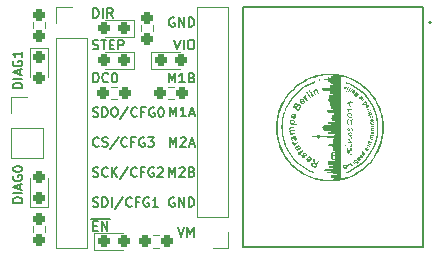
<source format=gbr>
%TF.GenerationSoftware,KiCad,Pcbnew,(6.0.11-0)*%
%TF.CreationDate,2023-02-12T12:51:19-05:00*%
%TF.ProjectId,TMC-Breakout,544d432d-4272-4656-916b-6f75742e6b69,1.0.0*%
%TF.SameCoordinates,Original*%
%TF.FileFunction,Legend,Top*%
%TF.FilePolarity,Positive*%
%FSLAX46Y46*%
G04 Gerber Fmt 4.6, Leading zero omitted, Abs format (unit mm)*
G04 Created by KiCad (PCBNEW (6.0.11-0)) date 2023-02-12 12:51:19*
%MOMM*%
%LPD*%
G01*
G04 APERTURE LIST*
G04 Aperture macros list*
%AMRoundRect*
0 Rectangle with rounded corners*
0 $1 Rounding radius*
0 $2 $3 $4 $5 $6 $7 $8 $9 X,Y pos of 4 corners*
0 Add a 4 corners polygon primitive as box body*
4,1,4,$2,$3,$4,$5,$6,$7,$8,$9,$2,$3,0*
0 Add four circle primitives for the rounded corners*
1,1,$1+$1,$2,$3*
1,1,$1+$1,$4,$5*
1,1,$1+$1,$6,$7*
1,1,$1+$1,$8,$9*
0 Add four rect primitives between the rounded corners*
20,1,$1+$1,$2,$3,$4,$5,0*
20,1,$1+$1,$4,$5,$6,$7,0*
20,1,$1+$1,$6,$7,$8,$9,0*
20,1,$1+$1,$8,$9,$2,$3,0*%
G04 Aperture macros list end*
%ADD10C,0.000000*%
%ADD11C,0.150000*%
%ADD12C,0.120000*%
%ADD13C,0.127000*%
%ADD14C,0.200000*%
%ADD15RoundRect,0.237500X-0.250000X-0.237500X0.250000X-0.237500X0.250000X0.237500X-0.250000X0.237500X0*%
%ADD16RoundRect,0.237500X0.250000X0.237500X-0.250000X0.237500X-0.250000X-0.237500X0.250000X-0.237500X0*%
%ADD17RoundRect,0.237500X-0.237500X0.287500X-0.237500X-0.287500X0.237500X-0.287500X0.237500X0.287500X0*%
%ADD18RoundRect,0.237500X-0.287500X-0.237500X0.287500X-0.237500X0.287500X0.237500X-0.287500X0.237500X0*%
%ADD19RoundRect,0.237500X-0.237500X0.250000X-0.237500X-0.250000X0.237500X-0.250000X0.237500X0.250000X0*%
%ADD20R,1.700000X1.700000*%
%ADD21O,1.700000X1.700000*%
%ADD22RoundRect,0.237500X0.287500X0.237500X-0.287500X0.237500X-0.287500X-0.237500X0.287500X-0.237500X0*%
%ADD23RoundRect,0.237500X0.237500X-0.287500X0.237500X0.287500X-0.237500X0.287500X-0.237500X-0.287500X0*%
%ADD24R,1.524000X1.524000*%
%ADD25C,1.524000*%
%ADD26RoundRect,0.237500X0.237500X-0.250000X0.237500X0.250000X-0.237500X0.250000X-0.237500X-0.250000X0*%
G04 APERTURE END LIST*
D10*
G36*
X141254353Y-88696822D02*
G01*
X141247651Y-88689353D01*
X141241867Y-88682630D01*
X141236978Y-88676632D01*
X141234863Y-88673898D01*
X141232964Y-88671338D01*
X141231278Y-88668948D01*
X141229803Y-88666726D01*
X141228536Y-88664670D01*
X141227475Y-88662776D01*
X141226616Y-88661043D01*
X141225956Y-88659466D01*
X141225495Y-88658045D01*
X141225228Y-88656775D01*
X141216126Y-88644033D01*
X141217946Y-88633110D01*
X141214305Y-88627650D01*
X141213365Y-88622148D01*
X141212585Y-88617254D01*
X141211462Y-88609333D01*
X141210850Y-88603972D01*
X141210710Y-88602278D01*
X141210679Y-88601569D01*
X141210680Y-88601568D01*
X141210686Y-88601551D01*
X141210693Y-88601520D01*
X141210713Y-88601415D01*
X141210779Y-88601028D01*
X141210887Y-88600384D01*
X141210961Y-88599960D01*
X141211049Y-88599464D01*
X141211153Y-88598893D01*
X141211275Y-88598244D01*
X141211415Y-88597516D01*
X141211575Y-88596705D01*
X141210935Y-88593336D01*
X141210381Y-88590063D01*
X141209911Y-88586897D01*
X141209527Y-88583848D01*
X141209229Y-88580927D01*
X141209015Y-88578145D01*
X141208887Y-88575513D01*
X141208845Y-88573040D01*
X141208858Y-88572129D01*
X141257994Y-88572129D01*
X141260724Y-88586692D01*
X141260724Y-88613087D01*
X141265275Y-88630380D01*
X141278927Y-88644033D01*
X141287119Y-88636752D01*
X141294400Y-88638572D01*
X141298951Y-88622189D01*
X141296221Y-88596705D01*
X141291670Y-88569399D01*
X141290760Y-88567397D01*
X141282568Y-88549376D01*
X141269825Y-88531172D01*
X141264365Y-88543914D01*
X141257994Y-88572129D01*
X141208858Y-88572129D01*
X141208886Y-88570135D01*
X141209001Y-88567551D01*
X141209181Y-88565265D01*
X141209413Y-88563256D01*
X141209689Y-88561503D01*
X141209997Y-88559985D01*
X141210326Y-88558680D01*
X141210665Y-88557567D01*
X141218856Y-88535723D01*
X141222497Y-88512059D01*
X141234329Y-88482934D01*
X141233828Y-88481899D01*
X141233348Y-88480843D01*
X141232889Y-88479766D01*
X141232452Y-88478667D01*
X141232036Y-88477547D01*
X141231641Y-88476406D01*
X141231268Y-88475243D01*
X141230916Y-88474059D01*
X141230585Y-88472854D01*
X141230276Y-88471627D01*
X141229988Y-88470379D01*
X141229721Y-88469110D01*
X141229476Y-88467819D01*
X141229252Y-88466507D01*
X141229049Y-88465174D01*
X141228868Y-88463820D01*
X141226138Y-88464730D01*
X141223877Y-88460421D01*
X141221871Y-88456368D01*
X141220122Y-88452571D01*
X141218629Y-88449030D01*
X141217392Y-88445745D01*
X141216411Y-88442715D01*
X141216016Y-88441297D01*
X141215685Y-88439942D01*
X141215419Y-88438652D01*
X141215216Y-88437425D01*
X141215216Y-88434694D01*
X141203383Y-88429233D01*
X141191552Y-88406479D01*
X141185180Y-88391916D01*
X141183997Y-88391714D01*
X141182837Y-88391451D01*
X141181704Y-88391129D01*
X141180601Y-88390750D01*
X141179530Y-88390319D01*
X141178493Y-88389837D01*
X141177493Y-88389306D01*
X141176534Y-88388731D01*
X141175617Y-88388113D01*
X141174746Y-88387455D01*
X141173922Y-88386759D01*
X141173149Y-88386029D01*
X141172430Y-88385267D01*
X141171766Y-88384475D01*
X141171161Y-88383657D01*
X141170618Y-88382815D01*
X141163336Y-88381905D01*
X141162396Y-88378963D01*
X141161615Y-88376287D01*
X141160984Y-88373889D01*
X141160492Y-88371779D01*
X141160127Y-88369968D01*
X141159880Y-88368465D01*
X141159740Y-88367283D01*
X141159695Y-88366432D01*
X141159697Y-88365490D01*
X141159710Y-88364697D01*
X141159723Y-88364350D01*
X141159743Y-88364032D01*
X141159772Y-88363741D01*
X141159809Y-88363474D01*
X141159857Y-88363228D01*
X141159918Y-88363001D01*
X141159991Y-88362790D01*
X141160079Y-88362592D01*
X141160184Y-88362405D01*
X141160305Y-88362226D01*
X141160445Y-88362052D01*
X141160605Y-88361881D01*
X141149684Y-88351869D01*
X141142402Y-88351869D01*
X141146043Y-88344588D01*
X141124199Y-88340947D01*
X141121469Y-88320923D01*
X141120125Y-88320369D01*
X141118825Y-88319731D01*
X141117571Y-88319010D01*
X141116363Y-88318207D01*
X141115203Y-88317325D01*
X141114093Y-88316364D01*
X141113033Y-88315326D01*
X141112025Y-88314211D01*
X141111071Y-88313022D01*
X141110171Y-88311760D01*
X141109328Y-88310425D01*
X141108541Y-88309020D01*
X141107813Y-88307546D01*
X141107146Y-88306004D01*
X141106539Y-88304395D01*
X141105996Y-88302720D01*
X141098715Y-88291798D01*
X141087792Y-88288157D01*
X141085602Y-88287461D01*
X141084432Y-88287086D01*
X141083241Y-88286678D01*
X141082050Y-88286229D01*
X141081462Y-88285984D01*
X141080881Y-88285726D01*
X141080311Y-88285451D01*
X141079754Y-88285158D01*
X141079213Y-88284848D01*
X141078691Y-88284517D01*
X141077709Y-88284177D01*
X141076814Y-88283848D01*
X141075278Y-88283265D01*
X141074638Y-88283032D01*
X141074083Y-88282853D01*
X141073838Y-88282786D01*
X141073614Y-88282737D01*
X141073411Y-88282707D01*
X141073229Y-88282697D01*
X141072319Y-88282697D01*
X141070976Y-88282675D01*
X141069676Y-88282611D01*
X141068422Y-88282505D01*
X141067214Y-88282355D01*
X141066055Y-88282163D01*
X141064944Y-88281929D01*
X141063885Y-88281651D01*
X141062877Y-88281331D01*
X141061922Y-88280969D01*
X141061023Y-88280563D01*
X141060179Y-88280116D01*
X141059393Y-88279625D01*
X141058665Y-88279092D01*
X141057997Y-88278516D01*
X141057391Y-88277897D01*
X141056847Y-88277236D01*
X141041374Y-88279966D01*
X141032272Y-88272685D01*
X141018620Y-88272685D01*
X140997686Y-88286337D01*
X140996750Y-88286793D01*
X140995819Y-88287308D01*
X140994893Y-88287881D01*
X140993972Y-88288513D01*
X140993056Y-88289204D01*
X140992144Y-88289953D01*
X140991236Y-88290761D01*
X140990333Y-88291628D01*
X140989434Y-88292553D01*
X140988538Y-88293537D01*
X140987647Y-88294579D01*
X140986758Y-88295681D01*
X140984991Y-88298059D01*
X140983237Y-88300673D01*
X140981492Y-88303520D01*
X140979758Y-88306603D01*
X140978031Y-88309920D01*
X140976311Y-88313472D01*
X140974596Y-88317258D01*
X140972885Y-88321279D01*
X140971177Y-88325535D01*
X140969470Y-88330026D01*
X140970381Y-88337307D01*
X140959459Y-88353690D01*
X140959459Y-88370073D01*
X140953088Y-88374624D01*
X140953998Y-88380085D01*
X140949447Y-88397377D01*
X140951268Y-88404659D01*
X140948537Y-88415581D01*
X140951268Y-88436515D01*
X140948537Y-88440155D01*
X140953088Y-88447437D01*
X140948537Y-88455629D01*
X140948837Y-88458316D01*
X140949063Y-88460919D01*
X140949225Y-88463436D01*
X140949333Y-88465868D01*
X140949399Y-88468214D01*
X140949433Y-88470475D01*
X140949447Y-88474742D01*
X140950108Y-88475936D01*
X140950727Y-88477131D01*
X140951303Y-88478325D01*
X140951836Y-88479520D01*
X140952327Y-88480715D01*
X140952775Y-88481909D01*
X140953180Y-88483104D01*
X140953543Y-88484298D01*
X140953863Y-88485493D01*
X140954140Y-88486688D01*
X140954375Y-88487882D01*
X140954567Y-88489077D01*
X140954716Y-88490272D01*
X140954823Y-88491466D01*
X140954887Y-88492661D01*
X140954908Y-88493856D01*
X140963099Y-88508418D01*
X140966740Y-88528442D01*
X140970381Y-88531172D01*
X140974932Y-88541184D01*
X140973111Y-88544825D01*
X140973313Y-88545017D01*
X140973578Y-88545251D01*
X140974291Y-88545849D01*
X140976410Y-88547555D01*
X140979383Y-88549944D01*
X140981162Y-88551395D01*
X140983123Y-88553016D01*
X140983123Y-88556656D01*
X140989495Y-88556656D01*
X140991315Y-88569399D01*
X141002236Y-88569399D01*
X141008608Y-88591243D01*
X141008960Y-88591755D01*
X141009331Y-88592267D01*
X141009722Y-88592779D01*
X141010129Y-88593291D01*
X141010553Y-88593803D01*
X141010992Y-88594315D01*
X141011907Y-88595339D01*
X141012865Y-88596363D01*
X141013855Y-88597387D01*
X141015889Y-88599435D01*
X141016315Y-88599445D01*
X141016742Y-88599477D01*
X141017170Y-88599531D01*
X141017597Y-88599605D01*
X141018026Y-88599701D01*
X141018455Y-88599819D01*
X141018885Y-88599957D01*
X141019316Y-88600117D01*
X141019749Y-88600299D01*
X141020183Y-88600501D01*
X141021057Y-88600971D01*
X141021938Y-88601525D01*
X141022829Y-88602165D01*
X141023731Y-88602891D01*
X141024644Y-88603701D01*
X141025571Y-88604597D01*
X141026512Y-88605579D01*
X141027470Y-88606645D01*
X141028445Y-88607797D01*
X141029438Y-88609034D01*
X141030452Y-88610357D01*
X141034092Y-88645853D01*
X141018620Y-88662236D01*
X140995866Y-88671337D01*
X140987674Y-88671337D01*
X140985487Y-88671284D01*
X140983365Y-88671124D01*
X140981306Y-88670857D01*
X140979312Y-88670484D01*
X140977381Y-88670004D01*
X140975515Y-88669417D01*
X140973712Y-88668724D01*
X140971974Y-88667924D01*
X140970299Y-88667018D01*
X140968688Y-88666004D01*
X140967142Y-88664885D01*
X140965659Y-88663658D01*
X140964241Y-88662325D01*
X140962886Y-88660885D01*
X140961595Y-88659339D01*
X140960369Y-88657686D01*
X140958524Y-88656960D01*
X140956746Y-88656150D01*
X140955037Y-88655254D01*
X140953400Y-88654272D01*
X140951838Y-88653206D01*
X140950354Y-88652054D01*
X140948949Y-88650817D01*
X140947627Y-88649494D01*
X140946390Y-88648086D01*
X140945241Y-88646593D01*
X140944183Y-88645014D01*
X140943218Y-88643350D01*
X140942349Y-88641601D01*
X140941579Y-88639767D01*
X140940910Y-88637847D01*
X140940345Y-88635842D01*
X140934884Y-88634022D01*
X140934884Y-88622189D01*
X140932153Y-88621279D01*
X140910310Y-88573950D01*
X140911220Y-88567579D01*
X140908490Y-88563028D01*
X140906669Y-88563028D01*
X140905186Y-88560287D01*
X140903809Y-88557524D01*
X140902535Y-88554740D01*
X140901364Y-88551935D01*
X140900295Y-88549109D01*
X140899325Y-88546261D01*
X140898455Y-88543392D01*
X140897681Y-88540501D01*
X140897004Y-88537589D01*
X140896421Y-88534656D01*
X140895931Y-88531702D01*
X140895534Y-88528726D01*
X140895227Y-88525729D01*
X140895009Y-88522710D01*
X140894880Y-88519671D01*
X140894837Y-88516609D01*
X140894837Y-88511148D01*
X140894997Y-88510647D01*
X140895137Y-88510167D01*
X140895259Y-88509708D01*
X140895363Y-88509271D01*
X140895451Y-88508855D01*
X140895525Y-88508460D01*
X140895633Y-88507735D01*
X140895699Y-88507095D01*
X140895733Y-88506540D01*
X140895745Y-88506071D01*
X140895747Y-88505687D01*
X140894254Y-88503117D01*
X140892848Y-88500527D01*
X140891529Y-88497918D01*
X140890300Y-88495291D01*
X140889162Y-88492649D01*
X140888116Y-88489992D01*
X140887163Y-88487322D01*
X140886304Y-88484640D01*
X140885542Y-88481947D01*
X140884877Y-88479244D01*
X140884310Y-88476534D01*
X140883844Y-88473817D01*
X140883479Y-88471095D01*
X140883216Y-88468369D01*
X140883058Y-88465640D01*
X140883005Y-88462910D01*
X140883005Y-88454719D01*
X140885735Y-88427413D01*
X140883915Y-88402838D01*
X140889376Y-88377354D01*
X140890969Y-88368935D01*
X140891527Y-88366244D01*
X140892192Y-88363275D01*
X140892984Y-88360008D01*
X140893926Y-88356420D01*
X140895747Y-88350959D01*
X140895747Y-88352780D01*
X140902118Y-88340947D01*
X140902309Y-88339091D01*
X140902541Y-88337276D01*
X140902810Y-88335501D01*
X140903113Y-88333765D01*
X140903814Y-88330404D01*
X140904621Y-88327181D01*
X140905514Y-88324086D01*
X140906470Y-88321108D01*
X140907470Y-88318237D01*
X140908490Y-88315463D01*
X140908842Y-88315271D01*
X140909215Y-88315038D01*
X140909610Y-88314765D01*
X140910026Y-88314453D01*
X140910463Y-88314104D01*
X140910922Y-88313719D01*
X140911401Y-88313299D01*
X140911903Y-88312846D01*
X140912969Y-88311845D01*
X140914121Y-88310727D01*
X140916681Y-88308181D01*
X140915771Y-88300900D01*
X140928513Y-88289067D01*
X140937615Y-88264493D01*
X140974021Y-88228997D01*
X140992225Y-88223536D01*
X140997686Y-88208973D01*
X141011338Y-88213524D01*
X141020782Y-88212272D01*
X141022636Y-88212039D01*
X141024266Y-88211860D01*
X141025661Y-88211744D01*
X141026812Y-88211703D01*
X141031362Y-88211703D01*
X141032304Y-88212004D01*
X141033097Y-88212230D01*
X141033444Y-88212318D01*
X141033762Y-88212391D01*
X141034320Y-88212500D01*
X141034793Y-88212566D01*
X141035202Y-88212599D01*
X141035568Y-88212612D01*
X141035913Y-88212613D01*
X141050475Y-88207153D01*
X141062308Y-88213524D01*
X141072319Y-88211703D01*
X141075009Y-88212089D01*
X141076325Y-88212317D01*
X141077624Y-88212571D01*
X141078907Y-88212851D01*
X141080175Y-88213159D01*
X141081430Y-88213497D01*
X141082672Y-88213865D01*
X141083905Y-88214265D01*
X141085127Y-88214699D01*
X141086342Y-88215167D01*
X141087550Y-88215671D01*
X141088753Y-88216213D01*
X141089952Y-88216793D01*
X141091148Y-88217413D01*
X141092343Y-88218075D01*
X141101331Y-88224446D01*
X141103445Y-88225986D01*
X141105526Y-88227546D01*
X141107587Y-88229150D01*
X141109636Y-88230817D01*
X141126019Y-88240829D01*
X141127854Y-88242034D01*
X141129607Y-88243262D01*
X141131279Y-88244514D01*
X141132874Y-88245792D01*
X141134395Y-88247096D01*
X141135843Y-88248428D01*
X141137222Y-88249790D01*
X141138534Y-88251182D01*
X141139783Y-88252606D01*
X141140970Y-88254064D01*
X141142098Y-88255556D01*
X141143170Y-88257084D01*
X141144189Y-88258649D01*
X141145158Y-88260254D01*
X141146078Y-88261898D01*
X141146953Y-88263583D01*
X141166976Y-88272685D01*
X141169707Y-88281786D01*
X141174258Y-88284517D01*
X141175018Y-88284959D01*
X141175763Y-88285434D01*
X141176492Y-88285940D01*
X141177206Y-88286477D01*
X141177905Y-88287046D01*
X141178590Y-88287646D01*
X141179261Y-88288278D01*
X141179919Y-88288940D01*
X141180563Y-88289632D01*
X141181194Y-88290355D01*
X141182418Y-88291892D01*
X141183594Y-88293549D01*
X141184725Y-88295325D01*
X141185814Y-88297218D01*
X141186862Y-88299227D01*
X141187873Y-88301351D01*
X141188849Y-88303588D01*
X141189794Y-88305937D01*
X141190709Y-88308397D01*
X141191597Y-88310966D01*
X141192462Y-88313643D01*
X141193656Y-88315136D01*
X141194847Y-88316544D01*
X141196033Y-88317866D01*
X141197211Y-88319103D01*
X141198379Y-88320255D01*
X141199533Y-88321322D01*
X141200671Y-88322303D01*
X141201790Y-88323199D01*
X141202889Y-88324009D01*
X141203963Y-88324735D01*
X141205010Y-88325375D01*
X141206028Y-88325929D01*
X141207015Y-88326398D01*
X141207966Y-88326782D01*
X141208880Y-88327081D01*
X141209755Y-88327294D01*
X141220677Y-88343678D01*
X141220506Y-88343859D01*
X141220337Y-88344062D01*
X141220171Y-88344286D01*
X141220009Y-88344531D01*
X141219851Y-88344798D01*
X141219701Y-88345086D01*
X141219558Y-88345395D01*
X141219425Y-88345726D01*
X141219303Y-88346078D01*
X141219192Y-88346451D01*
X141219095Y-88346846D01*
X141219013Y-88347262D01*
X141218946Y-88347699D01*
X141218897Y-88348158D01*
X141218867Y-88348638D01*
X141218856Y-88349139D01*
X141218858Y-88349523D01*
X141218870Y-88349992D01*
X141218904Y-88350547D01*
X141218932Y-88350856D01*
X141218970Y-88351187D01*
X141219018Y-88351539D01*
X141219079Y-88351912D01*
X141219152Y-88352307D01*
X141219240Y-88352723D01*
X141219345Y-88353160D01*
X141219466Y-88353618D01*
X141219607Y-88354098D01*
X141219767Y-88354600D01*
X141219927Y-88355101D01*
X141220067Y-88355583D01*
X141220189Y-88356046D01*
X141220293Y-88356491D01*
X141220381Y-88356921D01*
X141220455Y-88357336D01*
X141220515Y-88357737D01*
X141220563Y-88358127D01*
X141220629Y-88358875D01*
X141220663Y-88359591D01*
X141220675Y-88360287D01*
X141220677Y-88360971D01*
X141220675Y-88361273D01*
X141220671Y-88361399D01*
X141220663Y-88361511D01*
X141220649Y-88361613D01*
X141220640Y-88361661D01*
X141220629Y-88361707D01*
X141220616Y-88361752D01*
X141220601Y-88361795D01*
X141220583Y-88361838D01*
X141220563Y-88361881D01*
X141220540Y-88361924D01*
X141220515Y-88361967D01*
X141220486Y-88362011D01*
X141220455Y-88362055D01*
X141220381Y-88362149D01*
X141220293Y-88362251D01*
X141220189Y-88362363D01*
X141220067Y-88362489D01*
X141219767Y-88362791D01*
X141219767Y-88365522D01*
X141236149Y-88386456D01*
X141238880Y-88381905D01*
X141239093Y-88382140D01*
X141239388Y-88382502D01*
X141239764Y-88382993D01*
X141240217Y-88383611D01*
X141241344Y-88385233D01*
X141242013Y-88386235D01*
X141242748Y-88387366D01*
X141243548Y-88388624D01*
X141244408Y-88390011D01*
X141245328Y-88391526D01*
X141246304Y-88393168D01*
X141247332Y-88394939D01*
X141248412Y-88396837D01*
X141249539Y-88398864D01*
X141250712Y-88401018D01*
X141252035Y-88404046D01*
X141253272Y-88406977D01*
X141254424Y-88409802D01*
X141255491Y-88412509D01*
X141256472Y-88415089D01*
X141257368Y-88417529D01*
X141258904Y-88421952D01*
X141261634Y-88389186D01*
X141269825Y-88371893D01*
X141269825Y-88354600D01*
X141275286Y-88350959D01*
X141276196Y-88333666D01*
X141276618Y-88333573D01*
X141277028Y-88333464D01*
X141277427Y-88333340D01*
X141277816Y-88333201D01*
X141278193Y-88333047D01*
X141278558Y-88332878D01*
X141278912Y-88332696D01*
X141279254Y-88332500D01*
X141279584Y-88332291D01*
X141279902Y-88332069D01*
X141280207Y-88331834D01*
X141280500Y-88331586D01*
X141280781Y-88331327D01*
X141281048Y-88331056D01*
X141281303Y-88330774D01*
X141281544Y-88330481D01*
X141281772Y-88330177D01*
X141281986Y-88329862D01*
X141282187Y-88329538D01*
X141282374Y-88329204D01*
X141282547Y-88328861D01*
X141282706Y-88328509D01*
X141282851Y-88328148D01*
X141282981Y-88327778D01*
X141283096Y-88327401D01*
X141283196Y-88327016D01*
X141283282Y-88326624D01*
X141283352Y-88326225D01*
X141283407Y-88325819D01*
X141283447Y-88325406D01*
X141283470Y-88324988D01*
X141283478Y-88324564D01*
X141283468Y-88324212D01*
X141283438Y-88323839D01*
X141283388Y-88323444D01*
X141283322Y-88323028D01*
X141283239Y-88322591D01*
X141283142Y-88322132D01*
X141282909Y-88321151D01*
X141281658Y-88316373D01*
X141282010Y-88316202D01*
X141282383Y-88316033D01*
X141282778Y-88315867D01*
X141283194Y-88315704D01*
X141283631Y-88315547D01*
X141284090Y-88315397D01*
X141284570Y-88315254D01*
X141285071Y-88315121D01*
X141285594Y-88314999D01*
X141286138Y-88314889D01*
X141286703Y-88314791D01*
X141287290Y-88314709D01*
X141287898Y-88314643D01*
X141288527Y-88314593D01*
X141289177Y-88314563D01*
X141289849Y-88314553D01*
X141290536Y-88315239D01*
X141290545Y-88315294D01*
X141290575Y-88315367D01*
X141290621Y-88315420D01*
X141290683Y-88315452D01*
X141290760Y-88315463D01*
X141290536Y-88315239D01*
X141290530Y-88315199D01*
X141290530Y-88315085D01*
X141290545Y-88314950D01*
X141290575Y-88314794D01*
X141290619Y-88314619D01*
X141290679Y-88314424D01*
X141290840Y-88313975D01*
X141291057Y-88313448D01*
X141291329Y-88312846D01*
X141291654Y-88312169D01*
X141292031Y-88311418D01*
X141292459Y-88310596D01*
X141292936Y-88309703D01*
X141293461Y-88308741D01*
X141294033Y-88307710D01*
X141295311Y-88305451D01*
X141287119Y-88291798D01*
X141291670Y-88283607D01*
X141292580Y-88264493D01*
X141289849Y-88246290D01*
X141296221Y-88234458D01*
X141300772Y-88211703D01*
X141295311Y-88198051D01*
X141295311Y-88185309D01*
X141294331Y-88182916D01*
X141293877Y-88181713D01*
X141293448Y-88180502D01*
X141293045Y-88179280D01*
X141292671Y-88178045D01*
X141292326Y-88176794D01*
X141292011Y-88175525D01*
X141291729Y-88174234D01*
X141291480Y-88172919D01*
X141291265Y-88171577D01*
X141291087Y-88170206D01*
X141290946Y-88168803D01*
X141290843Y-88167365D01*
X141290781Y-88165890D01*
X141290760Y-88164375D01*
X141290804Y-88161387D01*
X141290945Y-88158558D01*
X141291054Y-88157201D01*
X141291192Y-88155880D01*
X141291359Y-88154593D01*
X141291556Y-88153339D01*
X141291786Y-88152118D01*
X141292049Y-88150927D01*
X141292346Y-88149766D01*
X141292680Y-88148632D01*
X141293050Y-88147525D01*
X141293460Y-88146444D01*
X141293909Y-88145387D01*
X141294400Y-88144352D01*
X141308962Y-88135250D01*
X141328987Y-88139800D01*
X141334448Y-88153453D01*
X141335358Y-88149813D01*
X141336851Y-88151871D01*
X141338261Y-88153951D01*
X141339587Y-88156052D01*
X141340833Y-88158175D01*
X141341998Y-88160318D01*
X141343085Y-88162484D01*
X141344095Y-88164670D01*
X141345028Y-88166878D01*
X141345887Y-88169107D01*
X141346672Y-88171358D01*
X141347386Y-88173630D01*
X141348029Y-88175923D01*
X141348602Y-88178237D01*
X141349108Y-88180573D01*
X141349547Y-88182930D01*
X141349920Y-88185309D01*
X141349010Y-88194410D01*
X141349842Y-88195615D01*
X141350629Y-88196839D01*
X141351372Y-88198078D01*
X141352068Y-88199331D01*
X141352715Y-88200595D01*
X141353314Y-88201866D01*
X141353861Y-88203143D01*
X141354357Y-88204422D01*
X141354799Y-88205702D01*
X141355187Y-88206979D01*
X141355519Y-88208250D01*
X141355793Y-88209513D01*
X141356009Y-88210766D01*
X141356165Y-88212006D01*
X141356259Y-88213229D01*
X141356291Y-88214434D01*
X141356277Y-88216454D01*
X141356243Y-88217410D01*
X141356177Y-88218303D01*
X141356129Y-88218718D01*
X141356069Y-88219110D01*
X141355995Y-88219475D01*
X141355907Y-88219810D01*
X141355803Y-88220114D01*
X141355681Y-88220383D01*
X141355541Y-88220614D01*
X141355381Y-88220806D01*
X141355383Y-88221188D01*
X141355395Y-88221645D01*
X141355409Y-88221898D01*
X141355429Y-88222166D01*
X141355457Y-88222447D01*
X141355495Y-88222740D01*
X141355543Y-88223044D01*
X141355603Y-88223357D01*
X141355677Y-88223678D01*
X141355765Y-88224005D01*
X141355869Y-88224339D01*
X141355991Y-88224676D01*
X141356131Y-88225015D01*
X141356291Y-88225356D01*
X141356291Y-88233548D01*
X141356208Y-88233633D01*
X141356131Y-88233719D01*
X141356058Y-88233804D01*
X141355991Y-88233889D01*
X141355928Y-88233975D01*
X141355869Y-88234060D01*
X141355765Y-88234230D01*
X141355677Y-88234401D01*
X141355603Y-88234572D01*
X141355543Y-88234742D01*
X141355495Y-88234913D01*
X141355457Y-88235084D01*
X141355429Y-88235254D01*
X141355409Y-88235425D01*
X141355395Y-88235596D01*
X141355387Y-88235766D01*
X141355383Y-88235937D01*
X141355381Y-88236278D01*
X141352651Y-88245380D01*
X141352651Y-88258123D01*
X141346279Y-88273595D01*
X141351740Y-88282697D01*
X141348100Y-88289978D01*
X141350830Y-88304541D01*
X141350148Y-88305202D01*
X141349467Y-88305821D01*
X141348788Y-88306397D01*
X141348114Y-88306930D01*
X141347445Y-88307421D01*
X141346783Y-88307868D01*
X141346128Y-88308274D01*
X141345483Y-88308636D01*
X141344849Y-88308956D01*
X141344226Y-88309234D01*
X141343617Y-88309468D01*
X141343023Y-88309660D01*
X141342445Y-88309810D01*
X141341883Y-88309916D01*
X141341341Y-88309980D01*
X141340819Y-88310002D01*
X141340979Y-88310514D01*
X141341119Y-88311029D01*
X141341240Y-88311550D01*
X141341345Y-88312078D01*
X141341433Y-88312617D01*
X141341506Y-88313169D01*
X141341567Y-88313738D01*
X141341615Y-88314325D01*
X141341681Y-88315566D01*
X141341714Y-88316913D01*
X141341727Y-88318389D01*
X141341729Y-88320013D01*
X141341707Y-88321368D01*
X141341641Y-88322699D01*
X141341531Y-88324007D01*
X141341373Y-88325289D01*
X141341168Y-88326545D01*
X141340913Y-88327773D01*
X141340607Y-88328971D01*
X141340250Y-88330139D01*
X141339839Y-88331275D01*
X141339373Y-88332377D01*
X141338852Y-88333445D01*
X141338273Y-88334477D01*
X141337635Y-88335471D01*
X141336938Y-88336427D01*
X141336179Y-88337343D01*
X141335358Y-88338217D01*
X141335358Y-88341858D01*
X141335347Y-88342540D01*
X141335315Y-88343223D01*
X141335262Y-88343906D01*
X141335187Y-88344588D01*
X141335091Y-88345271D01*
X141334974Y-88345953D01*
X141334835Y-88346636D01*
X141334675Y-88347318D01*
X141334494Y-88348001D01*
X141334291Y-88348684D01*
X141334067Y-88349366D01*
X141333822Y-88350049D01*
X141333555Y-88350732D01*
X141333267Y-88351414D01*
X141332958Y-88352097D01*
X141332627Y-88352780D01*
X141335358Y-88360060D01*
X141333608Y-88362624D01*
X141331774Y-88365550D01*
X141329854Y-88368860D01*
X141327849Y-88372576D01*
X141325758Y-88376718D01*
X141323582Y-88381308D01*
X141321321Y-88386367D01*
X141318975Y-88391916D01*
X141318943Y-88393474D01*
X141318848Y-88395074D01*
X141318693Y-88396716D01*
X141318477Y-88398401D01*
X141318202Y-88400129D01*
X141317871Y-88401900D01*
X141317483Y-88403713D01*
X141317040Y-88405569D01*
X141316545Y-88407468D01*
X141315997Y-88409409D01*
X141314751Y-88413420D01*
X141313313Y-88417601D01*
X141311693Y-88421952D01*
X141311693Y-88441066D01*
X141305322Y-88443796D01*
X141307142Y-88467460D01*
X141304213Y-88472765D01*
X141303079Y-88474804D01*
X141302137Y-88476448D01*
X141301365Y-88477709D01*
X141301037Y-88478198D01*
X141300743Y-88478596D01*
X141300481Y-88478903D01*
X141300249Y-88479120D01*
X141300043Y-88479250D01*
X141299861Y-88479293D01*
X141298041Y-88479293D01*
X141303502Y-88482023D01*
X141307142Y-88492946D01*
X141306232Y-88494766D01*
X141307395Y-88495981D01*
X141308493Y-88497240D01*
X141309528Y-88498541D01*
X141310499Y-88499885D01*
X141311405Y-88501272D01*
X141312248Y-88502701D01*
X141313026Y-88504173D01*
X141313741Y-88505687D01*
X141314392Y-88507245D01*
X141314978Y-88508844D01*
X141315501Y-88510487D01*
X141315959Y-88512172D01*
X141316354Y-88513900D01*
X141316685Y-88515671D01*
X141316951Y-88517484D01*
X141317154Y-88519340D01*
X141317154Y-88521161D01*
X141325346Y-88527532D01*
X141325346Y-88533903D01*
X141325389Y-88536290D01*
X141325517Y-88538667D01*
X141325730Y-88541022D01*
X141326029Y-88543346D01*
X141326413Y-88545626D01*
X141326882Y-88547854D01*
X141327436Y-88550017D01*
X141327746Y-88551071D01*
X141328076Y-88552106D01*
X141335358Y-88553016D01*
X141336268Y-88574860D01*
X141337260Y-88575884D01*
X141338188Y-88576910D01*
X141339051Y-88577938D01*
X141339851Y-88578970D01*
X141340587Y-88580008D01*
X141341259Y-88581052D01*
X141341867Y-88582104D01*
X141342411Y-88583165D01*
X141342891Y-88584237D01*
X141343307Y-88585322D01*
X141343659Y-88586419D01*
X141343947Y-88587531D01*
X141344171Y-88588659D01*
X141344331Y-88589805D01*
X141344427Y-88590969D01*
X141344459Y-88592153D01*
X141344449Y-88592836D01*
X141344417Y-88593518D01*
X141344363Y-88594201D01*
X141344289Y-88594884D01*
X141344193Y-88595566D01*
X141344075Y-88596249D01*
X141343937Y-88596932D01*
X141343777Y-88597614D01*
X141343595Y-88598297D01*
X141343393Y-88598980D01*
X141343169Y-88599662D01*
X141342923Y-88600345D01*
X141342657Y-88601028D01*
X141342369Y-88601710D01*
X141342059Y-88602393D01*
X141341729Y-88603076D01*
X141345369Y-88613087D01*
X141344459Y-88637662D01*
X141329897Y-88675889D01*
X141318064Y-88688631D01*
X141301682Y-88694092D01*
X141300988Y-88694252D01*
X141300275Y-88694392D01*
X141299544Y-88694514D01*
X141298795Y-88694618D01*
X141297250Y-88694780D01*
X141295652Y-88694888D01*
X141294011Y-88694954D01*
X141292338Y-88694988D01*
X141288939Y-88695002D01*
X141285298Y-88695002D01*
X141284968Y-88694842D01*
X141284657Y-88694701D01*
X141284365Y-88694580D01*
X141284090Y-88694476D01*
X141283831Y-88694387D01*
X141283587Y-88694314D01*
X141283356Y-88694254D01*
X141283137Y-88694206D01*
X141282929Y-88694168D01*
X141282730Y-88694140D01*
X141282539Y-88694120D01*
X141282355Y-88694106D01*
X141282001Y-88694094D01*
X141281658Y-88694092D01*
X141278927Y-88693702D01*
X141262545Y-88691362D01*
X141254353Y-88696822D01*
G37*
G36*
X136448398Y-88942059D02*
G01*
X136192197Y-88964771D01*
X136176276Y-88966374D01*
X136161868Y-88968228D01*
X136148971Y-88970334D01*
X136137587Y-88972693D01*
X136132462Y-88973967D01*
X136127714Y-88975303D01*
X136123345Y-88976703D01*
X136119354Y-88978166D01*
X136115741Y-88979691D01*
X136112506Y-88981280D01*
X136109649Y-88982932D01*
X136107170Y-88984647D01*
X136104291Y-88987045D01*
X136101622Y-88989564D01*
X136099163Y-88992204D01*
X136096915Y-88994966D01*
X136095870Y-88996392D01*
X136094877Y-88997848D01*
X136093937Y-88999334D01*
X136093050Y-89000851D01*
X136092215Y-89002398D01*
X136091432Y-89003976D01*
X136090703Y-89005583D01*
X136090025Y-89007221D01*
X136088829Y-89010587D01*
X136087843Y-89014075D01*
X136087067Y-89017683D01*
X136086501Y-89021413D01*
X136086146Y-89025264D01*
X136086001Y-89029235D01*
X136086067Y-89033328D01*
X136086342Y-89037542D01*
X136086675Y-89040640D01*
X136087124Y-89043705D01*
X136087691Y-89046735D01*
X136088374Y-89049731D01*
X136089175Y-89052693D01*
X136090092Y-89055621D01*
X136091126Y-89058515D01*
X136092277Y-89061376D01*
X136093545Y-89064202D01*
X136094930Y-89066996D01*
X136096431Y-89069755D01*
X136098049Y-89072481D01*
X136099784Y-89075173D01*
X136101636Y-89077832D01*
X136103604Y-89080458D01*
X136105689Y-89083051D01*
X136107883Y-89085573D01*
X136110178Y-89087991D01*
X136112576Y-89090302D01*
X136115075Y-89092508D01*
X136117676Y-89094609D01*
X136120379Y-89096604D01*
X136123184Y-89098493D01*
X136126091Y-89100277D01*
X136129099Y-89101956D01*
X136132210Y-89103529D01*
X136135423Y-89104997D01*
X136138737Y-89106360D01*
X136142154Y-89107617D01*
X136145673Y-89108769D01*
X136149294Y-89109816D01*
X136153017Y-89110757D01*
X136156921Y-89111597D01*
X136161084Y-89112337D01*
X136165505Y-89112978D01*
X136170186Y-89113519D01*
X136175125Y-89113962D01*
X136180323Y-89114304D01*
X136185780Y-89114548D01*
X136191496Y-89114692D01*
X136203703Y-89114681D01*
X136216945Y-89114273D01*
X136231221Y-89113466D01*
X136246532Y-89112260D01*
X136461797Y-89093168D01*
X136472317Y-89211765D01*
X136226656Y-89233546D01*
X136211032Y-89235032D01*
X136196878Y-89236586D01*
X136184193Y-89238209D01*
X136172978Y-89239901D01*
X136163230Y-89241662D01*
X136154951Y-89243493D01*
X136148139Y-89245395D01*
X136145283Y-89246372D01*
X136142794Y-89247368D01*
X136140528Y-89248395D01*
X136138344Y-89249470D01*
X136136240Y-89250592D01*
X136134217Y-89251762D01*
X136132275Y-89252978D01*
X136130414Y-89254243D01*
X136128634Y-89255554D01*
X136126935Y-89256914D01*
X136125316Y-89258320D01*
X136123779Y-89259775D01*
X136122322Y-89261277D01*
X136120946Y-89262828D01*
X136119651Y-89264426D01*
X136118437Y-89266071D01*
X136117303Y-89267765D01*
X136116251Y-89269507D01*
X136115278Y-89271307D01*
X136114385Y-89273175D01*
X136113570Y-89275110D01*
X136112834Y-89277112D01*
X136112177Y-89279182D01*
X136111600Y-89281320D01*
X136111101Y-89283525D01*
X136110681Y-89285798D01*
X136110341Y-89288139D01*
X136110080Y-89290547D01*
X136109898Y-89293024D01*
X136109795Y-89295568D01*
X136109771Y-89298179D01*
X136109827Y-89300859D01*
X136109962Y-89303607D01*
X136110176Y-89306422D01*
X136110537Y-89309825D01*
X136111009Y-89313174D01*
X136111593Y-89316470D01*
X136112288Y-89319714D01*
X136113094Y-89322904D01*
X136114012Y-89326041D01*
X136115041Y-89329125D01*
X136116182Y-89332156D01*
X136117434Y-89335133D01*
X136118799Y-89338058D01*
X136120274Y-89340930D01*
X136121862Y-89343748D01*
X136123561Y-89346514D01*
X136125373Y-89349226D01*
X136127296Y-89351885D01*
X136129332Y-89354492D01*
X136131470Y-89357018D01*
X136133701Y-89359439D01*
X136136026Y-89361753D01*
X136138444Y-89363961D01*
X136140955Y-89366062D01*
X136143560Y-89368058D01*
X136146258Y-89369947D01*
X136149049Y-89371729D01*
X136151933Y-89373405D01*
X136154910Y-89374975D01*
X136157981Y-89376438D01*
X136161145Y-89377795D01*
X136164403Y-89379045D01*
X136167753Y-89380189D01*
X136171197Y-89381226D01*
X136174734Y-89382156D01*
X136178462Y-89382984D01*
X136182470Y-89383712D01*
X136186759Y-89384341D01*
X136191328Y-89384871D01*
X136196177Y-89385301D01*
X136201306Y-89385632D01*
X136206716Y-89385864D01*
X136212406Y-89385996D01*
X136224626Y-89385962D01*
X136237968Y-89385529D01*
X136252431Y-89384699D01*
X136268016Y-89383469D01*
X136485821Y-89364144D01*
X136496341Y-89482762D01*
X136048073Y-89522491D01*
X136038379Y-89413187D01*
X136099593Y-89407747D01*
X136090295Y-89401091D01*
X136081540Y-89394211D01*
X136073326Y-89387106D01*
X136065655Y-89379779D01*
X136058526Y-89372227D01*
X136051939Y-89364451D01*
X136045893Y-89356450D01*
X136040389Y-89348226D01*
X136035427Y-89339778D01*
X136031007Y-89331105D01*
X136027129Y-89322208D01*
X136023791Y-89313086D01*
X136020996Y-89303740D01*
X136018742Y-89294170D01*
X136017029Y-89284375D01*
X136015857Y-89274355D01*
X136015454Y-89269012D01*
X136015197Y-89263745D01*
X136015087Y-89258556D01*
X136015123Y-89253443D01*
X136015305Y-89248408D01*
X136015634Y-89243449D01*
X136016109Y-89238567D01*
X136016730Y-89233762D01*
X136017498Y-89229034D01*
X136018412Y-89224383D01*
X136019473Y-89219809D01*
X136020679Y-89215312D01*
X136022033Y-89210891D01*
X136023532Y-89206548D01*
X136025178Y-89202281D01*
X136026970Y-89198091D01*
X136028910Y-89193975D01*
X136031000Y-89189935D01*
X136033240Y-89185971D01*
X136035629Y-89182085D01*
X136038169Y-89178275D01*
X136040857Y-89174542D01*
X136043696Y-89170885D01*
X136046684Y-89167305D01*
X136049822Y-89163801D01*
X136053109Y-89160373D01*
X136056546Y-89157022D01*
X136060132Y-89153747D01*
X136063867Y-89150548D01*
X136067753Y-89147425D01*
X136071787Y-89144378D01*
X136075971Y-89141407D01*
X136071226Y-89138088D01*
X136066620Y-89134721D01*
X136062154Y-89131304D01*
X136057826Y-89127838D01*
X136053637Y-89124324D01*
X136049586Y-89120760D01*
X136045675Y-89117147D01*
X136041903Y-89113486D01*
X136038270Y-89109775D01*
X136034775Y-89106016D01*
X136031420Y-89102208D01*
X136028203Y-89098351D01*
X136025125Y-89094445D01*
X136022186Y-89090491D01*
X136019386Y-89086488D01*
X136016725Y-89082436D01*
X136014197Y-89078336D01*
X136011805Y-89074187D01*
X136009548Y-89069988D01*
X136007426Y-89065741D01*
X136005440Y-89061445D01*
X136003588Y-89057100D01*
X136001873Y-89052706D01*
X136000292Y-89048263D01*
X135998846Y-89043772D01*
X135997536Y-89039233D01*
X135996361Y-89034644D01*
X135995321Y-89030008D01*
X135994416Y-89025323D01*
X135993646Y-89020590D01*
X135993011Y-89015808D01*
X135992511Y-89010978D01*
X135992047Y-89004859D01*
X135991750Y-88998845D01*
X135991620Y-88992935D01*
X135991657Y-88987130D01*
X135991862Y-88981429D01*
X135992234Y-88975833D01*
X135992773Y-88970342D01*
X135993479Y-88964956D01*
X135994352Y-88959674D01*
X135995393Y-88954497D01*
X135996601Y-88949425D01*
X135997975Y-88944458D01*
X135999518Y-88939595D01*
X136001227Y-88934836D01*
X136003103Y-88930183D01*
X136005147Y-88925634D01*
X136007354Y-88921199D01*
X136009719Y-88916885D01*
X136012243Y-88912694D01*
X136014926Y-88908624D01*
X136017768Y-88904677D01*
X136020768Y-88900852D01*
X136023927Y-88897150D01*
X136027245Y-88893569D01*
X136030722Y-88890111D01*
X136034357Y-88886775D01*
X136038151Y-88883562D01*
X136042104Y-88880471D01*
X136046216Y-88877502D01*
X136050486Y-88874656D01*
X136054915Y-88871932D01*
X136059503Y-88869330D01*
X136063098Y-88867520D01*
X136066979Y-88865780D01*
X136071145Y-88864111D01*
X136075596Y-88862513D01*
X136080333Y-88860985D01*
X136085355Y-88859528D01*
X136090663Y-88858142D01*
X136096256Y-88856826D01*
X136102135Y-88855582D01*
X136108299Y-88854408D01*
X136114749Y-88853306D01*
X136121484Y-88852275D01*
X136128505Y-88851315D01*
X136135811Y-88850426D01*
X136143404Y-88849608D01*
X136151282Y-88848862D01*
X136437878Y-88823441D01*
X136448398Y-88942059D01*
G37*
G36*
X136775106Y-90251260D02*
G01*
X136366398Y-90439601D01*
X136320107Y-90339144D01*
X136378210Y-90312368D01*
X136365422Y-90310541D01*
X136353587Y-90308474D01*
X136342705Y-90306167D01*
X136332775Y-90303618D01*
X136328168Y-90302253D01*
X136323798Y-90300829D01*
X136319666Y-90299343D01*
X136315773Y-90297798D01*
X136312118Y-90296192D01*
X136308701Y-90294525D01*
X136305522Y-90292799D01*
X136302581Y-90291011D01*
X136299800Y-90289144D01*
X136297102Y-90287187D01*
X136294486Y-90285139D01*
X136291952Y-90283001D01*
X136289501Y-90280773D01*
X136287131Y-90278454D01*
X136284844Y-90276044D01*
X136282639Y-90273543D01*
X136280516Y-90270952D01*
X136278476Y-90268269D01*
X136276517Y-90265496D01*
X136274640Y-90262632D01*
X136272845Y-90259677D01*
X136271132Y-90256631D01*
X136269502Y-90253494D01*
X136267953Y-90250265D01*
X136265910Y-90245623D01*
X136264036Y-90240928D01*
X136262332Y-90236181D01*
X136260796Y-90231382D01*
X136259430Y-90226529D01*
X136258233Y-90221624D01*
X136257204Y-90216667D01*
X136256345Y-90211657D01*
X136255655Y-90206594D01*
X136255133Y-90201479D01*
X136254780Y-90196311D01*
X136254596Y-90191091D01*
X136254581Y-90185818D01*
X136254735Y-90180492D01*
X136255057Y-90175114D01*
X136255548Y-90169683D01*
X136365256Y-90159714D01*
X136364679Y-90164101D01*
X136364227Y-90168394D01*
X136363899Y-90172594D01*
X136363696Y-90176700D01*
X136363617Y-90180713D01*
X136363663Y-90184632D01*
X136363833Y-90188457D01*
X136364128Y-90192189D01*
X136364548Y-90195827D01*
X136365092Y-90199372D01*
X136365760Y-90202822D01*
X136366553Y-90206178D01*
X136367471Y-90209441D01*
X136368513Y-90212609D01*
X136369679Y-90215683D01*
X136370970Y-90218663D01*
X136372313Y-90221452D01*
X136373728Y-90224141D01*
X136375216Y-90226732D01*
X136376777Y-90229223D01*
X136378411Y-90231616D01*
X136380118Y-90233910D01*
X136381897Y-90236105D01*
X136383750Y-90238200D01*
X136385676Y-90240196D01*
X136387674Y-90242093D01*
X136389746Y-90243891D01*
X136391890Y-90245589D01*
X136394107Y-90247188D01*
X136396397Y-90248687D01*
X136398761Y-90250087D01*
X136401197Y-90251387D01*
X136403736Y-90252574D01*
X136406410Y-90253637D01*
X136409217Y-90254575D01*
X136412158Y-90255387D01*
X136415232Y-90256074D01*
X136418441Y-90256637D01*
X136421782Y-90257073D01*
X136425258Y-90257385D01*
X136428867Y-90257571D01*
X136432609Y-90257633D01*
X136436484Y-90257568D01*
X136440493Y-90257379D01*
X136444635Y-90257064D01*
X136448910Y-90256623D01*
X136453319Y-90256057D01*
X136457860Y-90255366D01*
X136462735Y-90254448D01*
X136468136Y-90253201D01*
X136474064Y-90251626D01*
X136480518Y-90249723D01*
X136487498Y-90247491D01*
X136495005Y-90244932D01*
X136511599Y-90238827D01*
X136530300Y-90231410D01*
X136551107Y-90222681D01*
X136574020Y-90212639D01*
X136599041Y-90201285D01*
X136725279Y-90143119D01*
X136775106Y-90251260D01*
G37*
G36*
X138306429Y-85651511D02*
G01*
X138310827Y-85651717D01*
X138315133Y-85652025D01*
X138319346Y-85652435D01*
X138323466Y-85652948D01*
X138327494Y-85653563D01*
X138331428Y-85654280D01*
X138335269Y-85655100D01*
X138339018Y-85656022D01*
X138342673Y-85657047D01*
X138346236Y-85658174D01*
X138349705Y-85659403D01*
X138353081Y-85660735D01*
X138356364Y-85662170D01*
X138359554Y-85663707D01*
X138362650Y-85665347D01*
X138365654Y-85667089D01*
X138368582Y-85668919D01*
X138371453Y-85670822D01*
X138374267Y-85672797D01*
X138377024Y-85674844D01*
X138379725Y-85676964D01*
X138382368Y-85679155D01*
X138384955Y-85681419D01*
X138387484Y-85683756D01*
X138389957Y-85686164D01*
X138392373Y-85688645D01*
X138394733Y-85691197D01*
X138397035Y-85693822D01*
X138399281Y-85696519D01*
X138401471Y-85699287D01*
X138403603Y-85702128D01*
X138405679Y-85705041D01*
X138407738Y-85708091D01*
X138409818Y-85711334D01*
X138411919Y-85714772D01*
X138414042Y-85718404D01*
X138418352Y-85726250D01*
X138422748Y-85734873D01*
X138427230Y-85744272D01*
X138431799Y-85754449D01*
X138436455Y-85765403D01*
X138441198Y-85777136D01*
X138543856Y-86037296D01*
X138433091Y-86081003D01*
X138348784Y-85867347D01*
X138342278Y-85851192D01*
X138336143Y-85836621D01*
X138330378Y-85823633D01*
X138324982Y-85812229D01*
X138319956Y-85802408D01*
X138315298Y-85794171D01*
X138311008Y-85787517D01*
X138309001Y-85784784D01*
X138307086Y-85782447D01*
X138305195Y-85780356D01*
X138303263Y-85778362D01*
X138301288Y-85776465D01*
X138299271Y-85774664D01*
X138297212Y-85772961D01*
X138295112Y-85771354D01*
X138292969Y-85769843D01*
X138290784Y-85768430D01*
X138288557Y-85767113D01*
X138286289Y-85765893D01*
X138283979Y-85764770D01*
X138281627Y-85763743D01*
X138279233Y-85762813D01*
X138276797Y-85761980D01*
X138274320Y-85761243D01*
X138271801Y-85760604D01*
X138269252Y-85760065D01*
X138266687Y-85759634D01*
X138264105Y-85759308D01*
X138261506Y-85759088D01*
X138258890Y-85758974D01*
X138256258Y-85758967D01*
X138253609Y-85759066D01*
X138250943Y-85759271D01*
X138248261Y-85759582D01*
X138245562Y-85759999D01*
X138242847Y-85760522D01*
X138240115Y-85761152D01*
X138237367Y-85761888D01*
X138234602Y-85762730D01*
X138231821Y-85763678D01*
X138229023Y-85764732D01*
X138225474Y-85766205D01*
X138222021Y-85767783D01*
X138218662Y-85769465D01*
X138215398Y-85771253D01*
X138212228Y-85773145D01*
X138209153Y-85775142D01*
X138206173Y-85777244D01*
X138203287Y-85779451D01*
X138200495Y-85781762D01*
X138197799Y-85784179D01*
X138195196Y-85786701D01*
X138192688Y-85789327D01*
X138190274Y-85792059D01*
X138187955Y-85794896D01*
X138185730Y-85797837D01*
X138183599Y-85800884D01*
X138181591Y-85804002D01*
X138179728Y-85807154D01*
X138178008Y-85810342D01*
X138176432Y-85813565D01*
X138175000Y-85816824D01*
X138173712Y-85820118D01*
X138172568Y-85823448D01*
X138171568Y-85826813D01*
X138170713Y-85830215D01*
X138170001Y-85833652D01*
X138169434Y-85837125D01*
X138169011Y-85840633D01*
X138168732Y-85844178D01*
X138168597Y-85847759D01*
X138168607Y-85851376D01*
X138168761Y-85855029D01*
X138169088Y-85858859D01*
X138169617Y-85863008D01*
X138170349Y-85867475D01*
X138171282Y-85872261D01*
X138172417Y-85877366D01*
X138173754Y-85882789D01*
X138175293Y-85888531D01*
X138177035Y-85894591D01*
X138181124Y-85907669D01*
X138186023Y-85922022D01*
X138191730Y-85937650D01*
X138198246Y-85954554D01*
X138273049Y-86144144D01*
X138162284Y-86187853D01*
X137997100Y-85769240D01*
X138099991Y-85728642D01*
X138124247Y-85790131D01*
X138127817Y-85778795D01*
X138131828Y-85767926D01*
X138136279Y-85757523D01*
X138141170Y-85747586D01*
X138146502Y-85738116D01*
X138152274Y-85729113D01*
X138158486Y-85720576D01*
X138165139Y-85712505D01*
X138172232Y-85704901D01*
X138179765Y-85697764D01*
X138187739Y-85691093D01*
X138196153Y-85684889D01*
X138205006Y-85679152D01*
X138214300Y-85673881D01*
X138224034Y-85669078D01*
X138234208Y-85664741D01*
X138238788Y-85662996D01*
X138243358Y-85661373D01*
X138247920Y-85659872D01*
X138252473Y-85658494D01*
X138257017Y-85657238D01*
X138261552Y-85656104D01*
X138266079Y-85655093D01*
X138270596Y-85654204D01*
X138275106Y-85653438D01*
X138279606Y-85652794D01*
X138284098Y-85652274D01*
X138288581Y-85651875D01*
X138293056Y-85651600D01*
X138297522Y-85651447D01*
X138301980Y-85651417D01*
X138306429Y-85651511D01*
G37*
G36*
X140725991Y-90370672D02*
G01*
X140726661Y-90370740D01*
X140727326Y-90370834D01*
X140727986Y-90370956D01*
X140728642Y-90371105D01*
X140729293Y-90371282D01*
X140729941Y-90371486D01*
X140730584Y-90371719D01*
X140731223Y-90371980D01*
X140732491Y-90372587D01*
X140733746Y-90373308D01*
X140734989Y-90374146D01*
X140736221Y-90375101D01*
X140737444Y-90376174D01*
X140738659Y-90377367D01*
X140739867Y-90378682D01*
X140741070Y-90380120D01*
X140742268Y-90381681D01*
X140743465Y-90383368D01*
X140744659Y-90385181D01*
X140746480Y-90385181D01*
X140748975Y-90387378D01*
X140751342Y-90389533D01*
X140753577Y-90391645D01*
X140755681Y-90393714D01*
X140757651Y-90395741D01*
X140759487Y-90397724D01*
X140761187Y-90399666D01*
X140762749Y-90401564D01*
X140764173Y-90403420D01*
X140765457Y-90405233D01*
X140766599Y-90407004D01*
X140767599Y-90408732D01*
X140768454Y-90410417D01*
X140769165Y-90412060D01*
X140769728Y-90413659D01*
X140770144Y-90415217D01*
X140786527Y-90428869D01*
X140798359Y-90437971D01*
X140803820Y-90458904D01*
X140816563Y-90468006D01*
X140823844Y-90482569D01*
X140844778Y-90506233D01*
X140831126Y-90520796D01*
X140808371Y-90518066D01*
X140791989Y-90508054D01*
X140790463Y-90507840D01*
X140788959Y-90507540D01*
X140787477Y-90507152D01*
X140786015Y-90506674D01*
X140784575Y-90506106D01*
X140783157Y-90505446D01*
X140781759Y-90504692D01*
X140780384Y-90503844D01*
X140779029Y-90502900D01*
X140777696Y-90501859D01*
X140776384Y-90500718D01*
X140775093Y-90499478D01*
X140773824Y-90498137D01*
X140772576Y-90496693D01*
X140771349Y-90495145D01*
X140770144Y-90493491D01*
X140766503Y-90493491D01*
X140762863Y-90488030D01*
X140749210Y-90487120D01*
X140745569Y-90472557D01*
X140737378Y-90472557D01*
X140735558Y-90461635D01*
X140733372Y-90461101D01*
X140731251Y-90460522D01*
X140729196Y-90459895D01*
X140727210Y-90459217D01*
X140725293Y-90458486D01*
X140723447Y-90457699D01*
X140721672Y-90456854D01*
X140719971Y-90455946D01*
X140718345Y-90454975D01*
X140716794Y-90453938D01*
X140715321Y-90452831D01*
X140713927Y-90451652D01*
X140712613Y-90450398D01*
X140711380Y-90449067D01*
X140710229Y-90447656D01*
X140709163Y-90446163D01*
X140707343Y-90443432D01*
X140701882Y-90437971D01*
X140680038Y-90430689D01*
X140681969Y-90423415D01*
X140684007Y-90416610D01*
X140686155Y-90410275D01*
X140688414Y-90404408D01*
X140690785Y-90399011D01*
X140693269Y-90394084D01*
X140695868Y-90389625D01*
X140698582Y-90385636D01*
X140701414Y-90382117D01*
X140704365Y-90379066D01*
X140707436Y-90376485D01*
X140710628Y-90374373D01*
X140713943Y-90372731D01*
X140715646Y-90372085D01*
X140717381Y-90371557D01*
X140719148Y-90371147D01*
X140720945Y-90370854D01*
X140724636Y-90370619D01*
X140725991Y-90370672D01*
G37*
G36*
X143020879Y-88935320D02*
G01*
X143028135Y-88935473D01*
X143035845Y-88935773D01*
X143206195Y-88943689D01*
X143202830Y-89016206D01*
X143062939Y-89009708D01*
X143052321Y-89009287D01*
X143042678Y-89009057D01*
X143034009Y-89009017D01*
X143026315Y-89009168D01*
X143019595Y-89009510D01*
X143013849Y-89010041D01*
X143009078Y-89010764D01*
X143007058Y-89011196D01*
X143005281Y-89011677D01*
X143003647Y-89012204D01*
X143002057Y-89012780D01*
X143000510Y-89013403D01*
X142999006Y-89014074D01*
X142997545Y-89014792D01*
X142996128Y-89015558D01*
X142994753Y-89016372D01*
X142993422Y-89017233D01*
X142992134Y-89018142D01*
X142990889Y-89019098D01*
X142989687Y-89020102D01*
X142988529Y-89021154D01*
X142987413Y-89022254D01*
X142986341Y-89023401D01*
X142985312Y-89024595D01*
X142984326Y-89025837D01*
X142983389Y-89027121D01*
X142982507Y-89028441D01*
X142981680Y-89029796D01*
X142980909Y-89031187D01*
X142980192Y-89032614D01*
X142979530Y-89034076D01*
X142978922Y-89035574D01*
X142978370Y-89037108D01*
X142977873Y-89038678D01*
X142977430Y-89040283D01*
X142977042Y-89041924D01*
X142976709Y-89043601D01*
X142976430Y-89045314D01*
X142976207Y-89047062D01*
X142976037Y-89048846D01*
X142975923Y-89050666D01*
X142975857Y-89053006D01*
X142975872Y-89055320D01*
X142975970Y-89057608D01*
X142976149Y-89059869D01*
X142976410Y-89062104D01*
X142976753Y-89064313D01*
X142977178Y-89066496D01*
X142977685Y-89068652D01*
X142978273Y-89070782D01*
X142978944Y-89072885D01*
X142979696Y-89074963D01*
X142980530Y-89077014D01*
X142981446Y-89079039D01*
X142982444Y-89081037D01*
X142983524Y-89083009D01*
X142984686Y-89084955D01*
X142985916Y-89086852D01*
X142987203Y-89088678D01*
X142988545Y-89090432D01*
X142989944Y-89092115D01*
X142991398Y-89093727D01*
X142992909Y-89095267D01*
X142994475Y-89096736D01*
X142996097Y-89098134D01*
X142997775Y-89099461D01*
X142999509Y-89100717D01*
X143001298Y-89101901D01*
X143003143Y-89103014D01*
X143005044Y-89104057D01*
X143007001Y-89105028D01*
X143009013Y-89105928D01*
X143011080Y-89106757D01*
X143013293Y-89107531D01*
X143015734Y-89108272D01*
X143018402Y-89108981D01*
X143021297Y-89109658D01*
X143024419Y-89110302D01*
X143027770Y-89110914D01*
X143031347Y-89111492D01*
X143035153Y-89112039D01*
X143043446Y-89113033D01*
X143052651Y-89113895D01*
X143062768Y-89114626D01*
X143073798Y-89115224D01*
X143197939Y-89121003D01*
X143194574Y-89193519D01*
X142920466Y-89180777D01*
X142923599Y-89113425D01*
X142963879Y-89115287D01*
X142958464Y-89110468D01*
X142953418Y-89105521D01*
X142948742Y-89100445D01*
X142944436Y-89095241D01*
X142940500Y-89089909D01*
X142936933Y-89084448D01*
X142933736Y-89078859D01*
X142930909Y-89073142D01*
X142928452Y-89067296D01*
X142926364Y-89061322D01*
X142924647Y-89055220D01*
X142923299Y-89048990D01*
X142922322Y-89042632D01*
X142921714Y-89036146D01*
X142921476Y-89029531D01*
X142921609Y-89022789D01*
X142921781Y-89019806D01*
X142922020Y-89016858D01*
X142922325Y-89013946D01*
X142922696Y-89011069D01*
X142923133Y-89008228D01*
X142923637Y-89005421D01*
X142924207Y-89002651D01*
X142924842Y-88999915D01*
X142925544Y-88997216D01*
X142926312Y-88994551D01*
X142927145Y-88991923D01*
X142928044Y-88989329D01*
X142929009Y-88986772D01*
X142930040Y-88984250D01*
X142931136Y-88981763D01*
X142932298Y-88979313D01*
X142933510Y-88976918D01*
X142934756Y-88974601D01*
X142936036Y-88972361D01*
X142937350Y-88970197D01*
X142938698Y-88968111D01*
X142940081Y-88966102D01*
X142941497Y-88964170D01*
X142942948Y-88962316D01*
X142944432Y-88960539D01*
X142945950Y-88958839D01*
X142947503Y-88957217D01*
X142949089Y-88955673D01*
X142950709Y-88954206D01*
X142952363Y-88952817D01*
X142954051Y-88951506D01*
X142955772Y-88950272D01*
X142957520Y-88949102D01*
X142959293Y-88947981D01*
X142961093Y-88946910D01*
X142962920Y-88945887D01*
X142964772Y-88944914D01*
X142966651Y-88943991D01*
X142968557Y-88943117D01*
X142970488Y-88942292D01*
X142972446Y-88941517D01*
X142974430Y-88940792D01*
X142976440Y-88940117D01*
X142978477Y-88939491D01*
X142980540Y-88938915D01*
X142982629Y-88938389D01*
X142984745Y-88937913D01*
X142986887Y-88937487D01*
X142991416Y-88936759D01*
X142996400Y-88936177D01*
X143001838Y-88935743D01*
X143007731Y-88935455D01*
X143014078Y-88935314D01*
X143020879Y-88935320D01*
G37*
G36*
X141091906Y-89208363D02*
G01*
X141091490Y-89208350D01*
X141090594Y-89208337D01*
X141089612Y-89208336D01*
X141089079Y-89208346D01*
X141088500Y-89208378D01*
X141087872Y-89208432D01*
X141087195Y-89208506D01*
X141085677Y-89208720D01*
X141083924Y-89209019D01*
X141081915Y-89209403D01*
X141079629Y-89209872D01*
X141077045Y-89210427D01*
X141074140Y-89211067D01*
X141071497Y-89212007D01*
X141069035Y-89212788D01*
X141066764Y-89213419D01*
X141064697Y-89213911D01*
X141062843Y-89214276D01*
X141061213Y-89214523D01*
X141059817Y-89214663D01*
X141058667Y-89214708D01*
X141057302Y-89214686D01*
X141055935Y-89214622D01*
X141054565Y-89214516D01*
X141053192Y-89214366D01*
X141051813Y-89214174D01*
X141050427Y-89213940D01*
X141049034Y-89213662D01*
X141047631Y-89213342D01*
X141046218Y-89212980D01*
X141044792Y-89212574D01*
X141043353Y-89212126D01*
X141041900Y-89211636D01*
X141040431Y-89211102D01*
X141038944Y-89210527D01*
X141037438Y-89209908D01*
X141035913Y-89209247D01*
X141036585Y-89208812D01*
X141037236Y-89208362D01*
X141037865Y-89207895D01*
X141038473Y-89207414D01*
X141039059Y-89206917D01*
X141039625Y-89206404D01*
X141040169Y-89205877D01*
X141040691Y-89205335D01*
X141041193Y-89204779D01*
X141041672Y-89204208D01*
X141042131Y-89203622D01*
X141042568Y-89203022D01*
X141042984Y-89202409D01*
X141043379Y-89201781D01*
X141043752Y-89201140D01*
X141044104Y-89200486D01*
X141044435Y-89199818D01*
X141044744Y-89199137D01*
X141045032Y-89198443D01*
X141045299Y-89197736D01*
X141045544Y-89197016D01*
X141045768Y-89196284D01*
X141045971Y-89195540D01*
X141046152Y-89194783D01*
X141046451Y-89193234D01*
X141046664Y-89191638D01*
X141046792Y-89189997D01*
X141046835Y-89188312D01*
X141046835Y-89185582D01*
X141046323Y-89185390D01*
X141045811Y-89185155D01*
X141045299Y-89184878D01*
X141044787Y-89184558D01*
X141044275Y-89184195D01*
X141043763Y-89183790D01*
X141043251Y-89183342D01*
X141042739Y-89182851D01*
X141042227Y-89182318D01*
X141041715Y-89181742D01*
X141041203Y-89181124D01*
X141040691Y-89180462D01*
X141040179Y-89179759D01*
X141039667Y-89179012D01*
X141039155Y-89178223D01*
X141038643Y-89177391D01*
X141035774Y-89176506D01*
X141032969Y-89175560D01*
X141030228Y-89174555D01*
X141027551Y-89173494D01*
X141024938Y-89172380D01*
X141022388Y-89171215D01*
X141019903Y-89170002D01*
X141017482Y-89168744D01*
X141015125Y-89167443D01*
X141012832Y-89166102D01*
X141010602Y-89164724D01*
X141008437Y-89163311D01*
X141006336Y-89161866D01*
X141004299Y-89160392D01*
X141002325Y-89158891D01*
X141000416Y-89157366D01*
X140996776Y-89153726D01*
X140996221Y-89153705D01*
X140995578Y-89153641D01*
X140994844Y-89153534D01*
X140994017Y-89153385D01*
X140993094Y-89153193D01*
X140992072Y-89152958D01*
X140989722Y-89152361D01*
X140986945Y-89151593D01*
X140983720Y-89150654D01*
X140980026Y-89149545D01*
X140975842Y-89148265D01*
X140975842Y-89140984D01*
X140971291Y-89139164D01*
X140969470Y-89131882D01*
X140967810Y-89130861D01*
X140966256Y-89129862D01*
X140964831Y-89128906D01*
X140963554Y-89128014D01*
X140962449Y-89127207D01*
X140961535Y-89126506D01*
X140960835Y-89125934D01*
X140960369Y-89125511D01*
X140960166Y-89125276D01*
X140959899Y-89124914D01*
X140959569Y-89124423D01*
X140959174Y-89123804D01*
X140958193Y-89122183D01*
X140956956Y-89120050D01*
X140955463Y-89117405D01*
X140953714Y-89114248D01*
X140951708Y-89110579D01*
X140949447Y-89106398D01*
X140948604Y-89105875D01*
X140947781Y-89105331D01*
X140946977Y-89104766D01*
X140946190Y-89104179D01*
X140945420Y-89103571D01*
X140944663Y-89102942D01*
X140943921Y-89102291D01*
X140943190Y-89101619D01*
X140942469Y-89100926D01*
X140941759Y-89100211D01*
X140941056Y-89099475D01*
X140940360Y-89098718D01*
X140939669Y-89097939D01*
X140938982Y-89097139D01*
X140937615Y-89095475D01*
X140937434Y-89094963D01*
X140937234Y-89094449D01*
X140936790Y-89093413D01*
X140935794Y-89091266D01*
X140935286Y-89090133D01*
X140935038Y-89089548D01*
X140934799Y-89088947D01*
X140934570Y-89088331D01*
X140934354Y-89087698D01*
X140934155Y-89087045D01*
X140933974Y-89086373D01*
X140928513Y-89082733D01*
X140926593Y-89076886D01*
X140924929Y-89071626D01*
X140923522Y-89066942D01*
X140922370Y-89062823D01*
X140921474Y-89059259D01*
X140920834Y-89056238D01*
X140920450Y-89053751D01*
X140920354Y-89052705D01*
X140920322Y-89051787D01*
X140920333Y-89050934D01*
X140920366Y-89050081D01*
X140920424Y-89049227D01*
X140920507Y-89048374D01*
X140920616Y-89047521D01*
X140920754Y-89046667D01*
X140920920Y-89045814D01*
X140921118Y-89044961D01*
X140921348Y-89044108D01*
X140921610Y-89043254D01*
X140921908Y-89042401D01*
X140922242Y-89041548D01*
X140922612Y-89040695D01*
X140923022Y-89039841D01*
X140923472Y-89038988D01*
X140923962Y-89038135D01*
X140923598Y-89036315D01*
X140991315Y-89036315D01*
X140992225Y-89038135D01*
X140992225Y-89041775D01*
X140992307Y-89041863D01*
X140992385Y-89041956D01*
X140992457Y-89042054D01*
X140992525Y-89042156D01*
X140992588Y-89042262D01*
X140992647Y-89042371D01*
X140992751Y-89042600D01*
X140992839Y-89042840D01*
X140992913Y-89043087D01*
X140992973Y-89043340D01*
X140993021Y-89043596D01*
X140993059Y-89043851D01*
X140993087Y-89044104D01*
X140993107Y-89044352D01*
X140993121Y-89044591D01*
X140993133Y-89045036D01*
X140993135Y-89045416D01*
X140993133Y-89045757D01*
X140993129Y-89045928D01*
X140993121Y-89046099D01*
X140993107Y-89046269D01*
X140993087Y-89046440D01*
X140993059Y-89046611D01*
X140993021Y-89046781D01*
X140992973Y-89046952D01*
X140992913Y-89047123D01*
X140992839Y-89047293D01*
X140992751Y-89047464D01*
X140992647Y-89047634D01*
X140992588Y-89047720D01*
X140992525Y-89047805D01*
X140992457Y-89047890D01*
X140992385Y-89047976D01*
X140992307Y-89048061D01*
X140992225Y-89048146D01*
X140992225Y-89050877D01*
X140998596Y-89059979D01*
X140999506Y-89068171D01*
X141001326Y-89072722D01*
X141021350Y-89088194D01*
X141028632Y-89098206D01*
X141054116Y-89112769D01*
X141059578Y-89120960D01*
X141061444Y-89121333D01*
X141063288Y-89121769D01*
X141065107Y-89122266D01*
X141066901Y-89122823D01*
X141068669Y-89123439D01*
X141070409Y-89124112D01*
X141072119Y-89124841D01*
X141073799Y-89125624D01*
X141075446Y-89126462D01*
X141077061Y-89127351D01*
X141078640Y-89128290D01*
X141080184Y-89129279D01*
X141081690Y-89130316D01*
X141083158Y-89131400D01*
X141084585Y-89132529D01*
X141085972Y-89133702D01*
X141092343Y-89137343D01*
X141091521Y-89136128D01*
X141090762Y-89134872D01*
X141090065Y-89133579D01*
X141089427Y-89132252D01*
X141088848Y-89130892D01*
X141088327Y-89129503D01*
X141087861Y-89128088D01*
X141087451Y-89126648D01*
X141087093Y-89125188D01*
X141086788Y-89123708D01*
X141086533Y-89122213D01*
X141086327Y-89120704D01*
X141086170Y-89119184D01*
X141086059Y-89117657D01*
X141085993Y-89116124D01*
X141085972Y-89114589D01*
X141083242Y-89108218D01*
X141075050Y-89105487D01*
X141075960Y-89092745D01*
X141065038Y-89085463D01*
X141065038Y-89080002D01*
X141068679Y-89069991D01*
X141055027Y-89065440D01*
X141055027Y-89059069D01*
X141045014Y-89059069D01*
X141042284Y-89047236D01*
X141039553Y-89044506D01*
X141031362Y-89042686D01*
X141014069Y-89030854D01*
X141013002Y-89030514D01*
X141011850Y-89030185D01*
X141010613Y-89029878D01*
X141009962Y-89029735D01*
X141009290Y-89029602D01*
X141008597Y-89029480D01*
X141007883Y-89029369D01*
X141007147Y-89029272D01*
X141006389Y-89029190D01*
X141005611Y-89029123D01*
X141004811Y-89029074D01*
X141003990Y-89029044D01*
X141003147Y-89029033D01*
X141002784Y-89029044D01*
X141002379Y-89029076D01*
X141001931Y-89029129D01*
X141001440Y-89029204D01*
X141000907Y-89029300D01*
X141000331Y-89029417D01*
X140999712Y-89029556D01*
X140999051Y-89029716D01*
X140997600Y-89030100D01*
X140995979Y-89030569D01*
X140994187Y-89031124D01*
X140992225Y-89031764D01*
X140991315Y-89036315D01*
X140923598Y-89036315D01*
X140923052Y-89033584D01*
X140926693Y-89027213D01*
X140928698Y-89024483D01*
X140930618Y-89021752D01*
X140932452Y-89019021D01*
X140934201Y-89016291D01*
X140935865Y-89013560D01*
X140937444Y-89010830D01*
X140938937Y-89008099D01*
X140940345Y-89005369D01*
X140952178Y-88989896D01*
X140955819Y-88989896D01*
X140957920Y-88987411D01*
X140960127Y-88985077D01*
X140962442Y-88982894D01*
X140964863Y-88980865D01*
X140967391Y-88978991D01*
X140970025Y-88977273D01*
X140972767Y-88975712D01*
X140975614Y-88974309D01*
X140978569Y-88973067D01*
X140981630Y-88971986D01*
X140984798Y-88971068D01*
X140988072Y-88970313D01*
X140991453Y-88969724D01*
X140994941Y-88969302D01*
X140998535Y-88969047D01*
X141002236Y-88968962D01*
X141011338Y-88971692D01*
X141041374Y-88968962D01*
X141046835Y-88977153D01*
X141070499Y-88986255D01*
X141089612Y-89003549D01*
X141104175Y-89004459D01*
X141109206Y-89011582D01*
X141114045Y-89018609D01*
X141118670Y-89025529D01*
X141123061Y-89032333D01*
X141127196Y-89039008D01*
X141131053Y-89045544D01*
X141134612Y-89051931D01*
X141137852Y-89058159D01*
X141139345Y-89059215D01*
X141140751Y-89060336D01*
X141141421Y-89060922D01*
X141142069Y-89061524D01*
X141142695Y-89062144D01*
X141143298Y-89062781D01*
X141143879Y-89063435D01*
X141144437Y-89064106D01*
X141144972Y-89064795D01*
X141145483Y-89065502D01*
X141145971Y-89066227D01*
X141146436Y-89066970D01*
X141146877Y-89067732D01*
X141147295Y-89068512D01*
X141147688Y-89069310D01*
X141148057Y-89070128D01*
X141148402Y-89070964D01*
X141148722Y-89071820D01*
X141149018Y-89072695D01*
X141149288Y-89073589D01*
X141149534Y-89074504D01*
X141149755Y-89075437D01*
X141149950Y-89076391D01*
X141150120Y-89077366D01*
X141150264Y-89078360D01*
X141150382Y-89079375D01*
X141150475Y-89080411D01*
X141150541Y-89081467D01*
X141150594Y-89083643D01*
X141150594Y-89086373D01*
X141161516Y-89103667D01*
X141161516Y-89118229D01*
X141170618Y-89140074D01*
X141162426Y-89156456D01*
X141162426Y-89158277D01*
X141166351Y-89159102D01*
X141168697Y-89159589D01*
X141171300Y-89160097D01*
X141174159Y-89160605D01*
X141177273Y-89161092D01*
X141180644Y-89161537D01*
X141182425Y-89161736D01*
X141184270Y-89161917D01*
X141189731Y-89169199D01*
X141200652Y-89170109D01*
X141216126Y-89175570D01*
X141226038Y-89174376D01*
X141233988Y-89173522D01*
X141240060Y-89173011D01*
X141242419Y-89172883D01*
X141244341Y-89172840D01*
X141247072Y-89176481D01*
X141252717Y-89176495D01*
X141255183Y-89176529D01*
X141257425Y-89176594D01*
X141259453Y-89176703D01*
X141261279Y-89176865D01*
X141262912Y-89177090D01*
X141263660Y-89177231D01*
X141264365Y-89177391D01*
X141264706Y-89177393D01*
X141264877Y-89177397D01*
X141265047Y-89177405D01*
X141265218Y-89177418D01*
X141265388Y-89177439D01*
X141265559Y-89177467D01*
X141265730Y-89177504D01*
X141265900Y-89177553D01*
X141266071Y-89177613D01*
X141266242Y-89177686D01*
X141266412Y-89177775D01*
X141266583Y-89177879D01*
X141266669Y-89177937D01*
X141266754Y-89178000D01*
X141266839Y-89178068D01*
X141266925Y-89178141D01*
X141267010Y-89178218D01*
X141267095Y-89178301D01*
X141269825Y-89178301D01*
X141270678Y-89178269D01*
X141271528Y-89178175D01*
X141272373Y-89178019D01*
X141273210Y-89177803D01*
X141274036Y-89177529D01*
X141274849Y-89177197D01*
X141275646Y-89176809D01*
X141276424Y-89176367D01*
X141277181Y-89175871D01*
X141277914Y-89175323D01*
X141278620Y-89174725D01*
X141279297Y-89174077D01*
X141279942Y-89173381D01*
X141280552Y-89172639D01*
X141281125Y-89171851D01*
X141281658Y-89171019D01*
X141282991Y-89170667D01*
X141284260Y-89170292D01*
X141285466Y-89169893D01*
X141286607Y-89169469D01*
X141287684Y-89169018D01*
X141288697Y-89168539D01*
X141289647Y-89168031D01*
X141290532Y-89167492D01*
X141291353Y-89166921D01*
X141292111Y-89166317D01*
X141292804Y-89165678D01*
X141293433Y-89165003D01*
X141293999Y-89164291D01*
X141294500Y-89163540D01*
X141294937Y-89162749D01*
X141295311Y-89161917D01*
X141300772Y-89155546D01*
X141306232Y-89135523D01*
X141308962Y-89135523D01*
X141310783Y-89128241D01*
X141312603Y-89097296D01*
X141309873Y-89079092D01*
X141303502Y-89069991D01*
X141301682Y-89064530D01*
X141288029Y-89055428D01*
X141287119Y-89050877D01*
X141279837Y-89028123D01*
X141278994Y-89027600D01*
X141278173Y-89027055D01*
X141277373Y-89026485D01*
X141276595Y-89025891D01*
X141275837Y-89025269D01*
X141275101Y-89024620D01*
X141274387Y-89023941D01*
X141273693Y-89023231D01*
X141273022Y-89022490D01*
X141272371Y-89021715D01*
X141271742Y-89020905D01*
X141271134Y-89020060D01*
X141270547Y-89019177D01*
X141269982Y-89018255D01*
X141269438Y-89017294D01*
X141268915Y-89016291D01*
X141264365Y-89013560D01*
X141263810Y-89011395D01*
X141263170Y-89009338D01*
X141262445Y-89007391D01*
X141261634Y-89005554D01*
X141260738Y-89003829D01*
X141259757Y-89002217D01*
X141258690Y-89000720D01*
X141257538Y-88999339D01*
X141256301Y-88998075D01*
X141254979Y-88996930D01*
X141253571Y-88995905D01*
X141252078Y-88995002D01*
X141250499Y-88994221D01*
X141248835Y-88993564D01*
X141247086Y-88993032D01*
X141245251Y-88992627D01*
X141243758Y-88991059D01*
X141242352Y-88989427D01*
X141241033Y-88987731D01*
X141239804Y-88985971D01*
X141238666Y-88984147D01*
X141237619Y-88982259D01*
X141236666Y-88980307D01*
X141235808Y-88978291D01*
X141235046Y-88976212D01*
X141234380Y-88974068D01*
X141233814Y-88971860D01*
X141233348Y-88969588D01*
X141232983Y-88967252D01*
X141232720Y-88964852D01*
X141232562Y-88962389D01*
X141232509Y-88959861D01*
X141232509Y-88956220D01*
X141235036Y-88954076D01*
X141237500Y-88952080D01*
X141239900Y-88950230D01*
X141242236Y-88948526D01*
X141244508Y-88946966D01*
X141246716Y-88945549D01*
X141248860Y-88944272D01*
X141250940Y-88943136D01*
X141252956Y-88942139D01*
X141254907Y-88941278D01*
X141256795Y-88940554D01*
X141258619Y-88939965D01*
X141260379Y-88939508D01*
X141262075Y-88939184D01*
X141263707Y-88938991D01*
X141265275Y-88938926D01*
X141266661Y-88938990D01*
X141268091Y-88939182D01*
X141269562Y-88939502D01*
X141271077Y-88939950D01*
X141272634Y-88940526D01*
X141274234Y-88941230D01*
X141275877Y-88942062D01*
X141277562Y-88943022D01*
X141279290Y-88944110D01*
X141281061Y-88945326D01*
X141282874Y-88946670D01*
X141284730Y-88948142D01*
X141286628Y-88949742D01*
X141288569Y-88951470D01*
X141290553Y-88953326D01*
X141292580Y-88955310D01*
X141294426Y-88955843D01*
X141296210Y-88956419D01*
X141297936Y-88957038D01*
X141299605Y-88957699D01*
X141301222Y-88958403D01*
X141302787Y-88959149D01*
X141304305Y-88959939D01*
X141305777Y-88960771D01*
X141307207Y-88961645D01*
X141308597Y-88962563D01*
X141309949Y-88963523D01*
X141311267Y-88964525D01*
X141312552Y-88965570D01*
X141313809Y-88966658D01*
X141315038Y-88967789D01*
X141316244Y-88968962D01*
X141317154Y-88974423D01*
X141334448Y-88984435D01*
X141337178Y-89000818D01*
X141348100Y-89018111D01*
X141364483Y-89027213D01*
X141362663Y-89037225D01*
X141363644Y-89039571D01*
X141364540Y-89041832D01*
X141365351Y-89044008D01*
X141366076Y-89046098D01*
X141366716Y-89048104D01*
X141367271Y-89050023D01*
X141367740Y-89051858D01*
X141368124Y-89053607D01*
X141376315Y-89059069D01*
X141376155Y-89059421D01*
X141376015Y-89059794D01*
X141375893Y-89060189D01*
X141375789Y-89060605D01*
X141375701Y-89061042D01*
X141375627Y-89061501D01*
X141375567Y-89061981D01*
X141375519Y-89062482D01*
X141375481Y-89063005D01*
X141375453Y-89063549D01*
X141375419Y-89064701D01*
X141375406Y-89065938D01*
X141375405Y-89067260D01*
X141375421Y-89068025D01*
X141375469Y-89068786D01*
X141375549Y-89069541D01*
X141375661Y-89070291D01*
X141375805Y-89071037D01*
X141375981Y-89071778D01*
X141376189Y-89072515D01*
X141376429Y-89073247D01*
X141376701Y-89073976D01*
X141377005Y-89074701D01*
X141377709Y-89076140D01*
X141378541Y-89077565D01*
X141379501Y-89078979D01*
X141380589Y-89080381D01*
X141381804Y-89081775D01*
X141383148Y-89083160D01*
X141384620Y-89084539D01*
X141386220Y-89085912D01*
X141387948Y-89087282D01*
X141389804Y-89088649D01*
X141391788Y-89090014D01*
X141380866Y-89102757D01*
X141381026Y-89103280D01*
X141381166Y-89103823D01*
X141381288Y-89104389D01*
X141381392Y-89104975D01*
X141381480Y-89105583D01*
X141381554Y-89106212D01*
X141381614Y-89106863D01*
X141381662Y-89107535D01*
X141381728Y-89108943D01*
X141381762Y-89110436D01*
X141381776Y-89113679D01*
X141381732Y-89116667D01*
X141381591Y-89119495D01*
X141381482Y-89120853D01*
X141381344Y-89122174D01*
X141381177Y-89123461D01*
X141380980Y-89124714D01*
X141380750Y-89125936D01*
X141380487Y-89127127D01*
X141380190Y-89128288D01*
X141379856Y-89129422D01*
X141379485Y-89130528D01*
X141379076Y-89131610D01*
X141378626Y-89132667D01*
X141378135Y-89133702D01*
X141378135Y-89149175D01*
X141373585Y-89156456D01*
X141372838Y-89160627D01*
X141371965Y-89164605D01*
X141370967Y-89168392D01*
X141369844Y-89171986D01*
X141368599Y-89175389D01*
X141367233Y-89178599D01*
X141365747Y-89181618D01*
X141364142Y-89184444D01*
X141362419Y-89187079D01*
X141360581Y-89189521D01*
X141358628Y-89191772D01*
X141356562Y-89193830D01*
X141354383Y-89195697D01*
X141352094Y-89197371D01*
X141349696Y-89198854D01*
X141347190Y-89200145D01*
X141344459Y-89200145D01*
X141338998Y-89211067D01*
X141323526Y-89216528D01*
X141316244Y-89227449D01*
X141302592Y-89227449D01*
X141262545Y-89238372D01*
X141229778Y-89236551D01*
X141215216Y-89232910D01*
X141196102Y-89232910D01*
X141181539Y-89228360D01*
X141175168Y-89229270D01*
X141164246Y-89222899D01*
X141166066Y-89224719D01*
X141165042Y-89224698D01*
X141164017Y-89224636D01*
X141162989Y-89224533D01*
X141161956Y-89224392D01*
X141160919Y-89224214D01*
X141159875Y-89223999D01*
X141158823Y-89223750D01*
X141157761Y-89223468D01*
X141156689Y-89223153D01*
X141155605Y-89222808D01*
X141153395Y-89222031D01*
X141151122Y-89221148D01*
X141148773Y-89220168D01*
X141144222Y-89220168D01*
X141122379Y-89222899D01*
X141120512Y-89222845D01*
X141118667Y-89222685D01*
X141116843Y-89222419D01*
X141115040Y-89222045D01*
X141113259Y-89221565D01*
X141111499Y-89220979D01*
X141109761Y-89220285D01*
X141108044Y-89219486D01*
X141106348Y-89218579D01*
X141104673Y-89217566D01*
X141103020Y-89216446D01*
X141101388Y-89215219D01*
X141099778Y-89213886D01*
X141098188Y-89212446D01*
X141096620Y-89210900D01*
X141095074Y-89209247D01*
X141094986Y-89209164D01*
X141094893Y-89209086D01*
X141094794Y-89209014D01*
X141094690Y-89208946D01*
X141094581Y-89208883D01*
X141094466Y-89208824D01*
X141094346Y-89208770D01*
X141094221Y-89208720D01*
X141093954Y-89208632D01*
X141093666Y-89208558D01*
X141093356Y-89208498D01*
X141093026Y-89208449D01*
X141092674Y-89208412D01*
X141092343Y-89208387D01*
X141092300Y-89208384D01*
X141091906Y-89208363D01*
G37*
G36*
X136671008Y-90851991D02*
G01*
X136660561Y-90849773D01*
X136650404Y-90847087D01*
X136640538Y-90843933D01*
X136630963Y-90840311D01*
X136621679Y-90836222D01*
X136612685Y-90831665D01*
X136603982Y-90826641D01*
X136595570Y-90821149D01*
X136587448Y-90815189D01*
X136579618Y-90808762D01*
X136572077Y-90801867D01*
X136564828Y-90794505D01*
X136557869Y-90786675D01*
X136551201Y-90778378D01*
X136544824Y-90769613D01*
X136538738Y-90760381D01*
X136532374Y-90749752D01*
X136526625Y-90739127D01*
X136521491Y-90728507D01*
X136516972Y-90717892D01*
X136513068Y-90707283D01*
X136509779Y-90696678D01*
X136507105Y-90686078D01*
X136505045Y-90675482D01*
X136503601Y-90664892D01*
X136503301Y-90661075D01*
X136599007Y-90661075D01*
X136599079Y-90665341D01*
X136599374Y-90669567D01*
X136599893Y-90673755D01*
X136600636Y-90677904D01*
X136601603Y-90682013D01*
X136602793Y-90686084D01*
X136604207Y-90690116D01*
X136605845Y-90694110D01*
X136607707Y-90698064D01*
X136609792Y-90701980D01*
X136612101Y-90705857D01*
X136614755Y-90709884D01*
X136617540Y-90713703D01*
X136620458Y-90717314D01*
X136623507Y-90720716D01*
X136626688Y-90723911D01*
X136630001Y-90726897D01*
X136633446Y-90729675D01*
X136637022Y-90732246D01*
X136640730Y-90734608D01*
X136644570Y-90736763D01*
X136648542Y-90738710D01*
X136652645Y-90740450D01*
X136656880Y-90741982D01*
X136661246Y-90743306D01*
X136665744Y-90744423D01*
X136670373Y-90745332D01*
X136675082Y-90746010D01*
X136679818Y-90746433D01*
X136684581Y-90746601D01*
X136689371Y-90746514D01*
X136694189Y-90746172D01*
X136699034Y-90745574D01*
X136703907Y-90744721D01*
X136708806Y-90743612D01*
X136713733Y-90742248D01*
X136718688Y-90740629D01*
X136723669Y-90738754D01*
X136728678Y-90736623D01*
X136733714Y-90734236D01*
X136738777Y-90731594D01*
X136743868Y-90728696D01*
X136748986Y-90725541D01*
X136654413Y-90574771D01*
X136649156Y-90578368D01*
X136644163Y-90582021D01*
X136639434Y-90585732D01*
X136634970Y-90589499D01*
X136630770Y-90593324D01*
X136626834Y-90597206D01*
X136623163Y-90601144D01*
X136619756Y-90605140D01*
X136616612Y-90609193D01*
X136613733Y-90613303D01*
X136611119Y-90617470D01*
X136608768Y-90621694D01*
X136606681Y-90625975D01*
X136604858Y-90630313D01*
X136603300Y-90634708D01*
X136602005Y-90639161D01*
X136600958Y-90643622D01*
X136600134Y-90648044D01*
X136599535Y-90652427D01*
X136599159Y-90656770D01*
X136599007Y-90661075D01*
X136503301Y-90661075D01*
X136502770Y-90654307D01*
X136502554Y-90643727D01*
X136502953Y-90633152D01*
X136503966Y-90622581D01*
X136505594Y-90612016D01*
X136507836Y-90601456D01*
X136510692Y-90590900D01*
X136514218Y-90580401D01*
X136518462Y-90570011D01*
X136523425Y-90559728D01*
X136529107Y-90549554D01*
X136535506Y-90539488D01*
X136542624Y-90529530D01*
X136550461Y-90519680D01*
X136559015Y-90509938D01*
X136568288Y-90500304D01*
X136578279Y-90490779D01*
X136588989Y-90481362D01*
X136600417Y-90472052D01*
X136612564Y-90462851D01*
X136625428Y-90453758D01*
X136639011Y-90444774D01*
X136653313Y-90435897D01*
X136811851Y-90688585D01*
X136817243Y-90684895D01*
X136822370Y-90681129D01*
X136827233Y-90677287D01*
X136831830Y-90673368D01*
X136836163Y-90669373D01*
X136840231Y-90665302D01*
X136844034Y-90661154D01*
X136847572Y-90656930D01*
X136850846Y-90652629D01*
X136853856Y-90648252D01*
X136856600Y-90643798D01*
X136859080Y-90639269D01*
X136861296Y-90634662D01*
X136863247Y-90629980D01*
X136864933Y-90625221D01*
X136866355Y-90620385D01*
X136867519Y-90615528D01*
X136868432Y-90610703D01*
X136869093Y-90605912D01*
X136869503Y-90601152D01*
X136869661Y-90596426D01*
X136869568Y-90591732D01*
X136869224Y-90587070D01*
X136868628Y-90582442D01*
X136867781Y-90577845D01*
X136866683Y-90573281D01*
X136865333Y-90568750D01*
X136863733Y-90564250D01*
X136861881Y-90559784D01*
X136859778Y-90555349D01*
X136857424Y-90550947D01*
X136854819Y-90546577D01*
X136852930Y-90543677D01*
X136850977Y-90540900D01*
X136848959Y-90538244D01*
X136846878Y-90535711D01*
X136844733Y-90533300D01*
X136842523Y-90531011D01*
X136840250Y-90528844D01*
X136837913Y-90526799D01*
X136835511Y-90524877D01*
X136833046Y-90523077D01*
X136830516Y-90521400D01*
X136827923Y-90519844D01*
X136825266Y-90518412D01*
X136822544Y-90517101D01*
X136819759Y-90515913D01*
X136816910Y-90514848D01*
X136813982Y-90513913D01*
X136810971Y-90513118D01*
X136807874Y-90512461D01*
X136804694Y-90511943D01*
X136801429Y-90511564D01*
X136798080Y-90511324D01*
X136794647Y-90511223D01*
X136791129Y-90511261D01*
X136787527Y-90511437D01*
X136783840Y-90511753D01*
X136780069Y-90512207D01*
X136776214Y-90512800D01*
X136772275Y-90513533D01*
X136768251Y-90514404D01*
X136764143Y-90515414D01*
X136759950Y-90516562D01*
X136713765Y-90405459D01*
X136722146Y-90403702D01*
X136730431Y-90402249D01*
X136738621Y-90401101D01*
X136746714Y-90400256D01*
X136754710Y-90399716D01*
X136762611Y-90399480D01*
X136770416Y-90399549D01*
X136778125Y-90399921D01*
X136785737Y-90400599D01*
X136793254Y-90401580D01*
X136800675Y-90402866D01*
X136808000Y-90404456D01*
X136815229Y-90406351D01*
X136822362Y-90408550D01*
X136829399Y-90411054D01*
X136836341Y-90413862D01*
X136843173Y-90416976D01*
X136849881Y-90420395D01*
X136856466Y-90424120D01*
X136862928Y-90428150D01*
X136869267Y-90432486D01*
X136875482Y-90437128D01*
X136881574Y-90442076D01*
X136887543Y-90447329D01*
X136893389Y-90452889D01*
X136899112Y-90458754D01*
X136904712Y-90464925D01*
X136910189Y-90471402D01*
X136915544Y-90478185D01*
X136920775Y-90485274D01*
X136925885Y-90492669D01*
X136930871Y-90500370D01*
X136938289Y-90512754D01*
X136944946Y-90525053D01*
X136950842Y-90537267D01*
X136955977Y-90549396D01*
X136960352Y-90561440D01*
X136963965Y-90573399D01*
X136966817Y-90585273D01*
X136968908Y-90597062D01*
X136970238Y-90608766D01*
X136970807Y-90620385D01*
X136970615Y-90631919D01*
X136969662Y-90643368D01*
X136967948Y-90654731D01*
X136965473Y-90666009D01*
X136962237Y-90677202D01*
X136958240Y-90688309D01*
X136954489Y-90697020D01*
X136950341Y-90705570D01*
X136945795Y-90713960D01*
X136940852Y-90722190D01*
X136935511Y-90730259D01*
X136929773Y-90738167D01*
X136923636Y-90745915D01*
X136917102Y-90753503D01*
X136910170Y-90760929D01*
X136902840Y-90768195D01*
X136895113Y-90775300D01*
X136886987Y-90782244D01*
X136878463Y-90789027D01*
X136869540Y-90795649D01*
X136860220Y-90802110D01*
X136850501Y-90808409D01*
X136838694Y-90815548D01*
X136826965Y-90822099D01*
X136815316Y-90828060D01*
X136803745Y-90833432D01*
X136792252Y-90838216D01*
X136780839Y-90842411D01*
X136769503Y-90846018D01*
X136758246Y-90849036D01*
X136747068Y-90851465D01*
X136735968Y-90853306D01*
X136724946Y-90854558D01*
X136714002Y-90855221D01*
X136703137Y-90855296D01*
X136692349Y-90854783D01*
X136684581Y-90853984D01*
X136681640Y-90853681D01*
X136671008Y-90851991D01*
G37*
G36*
X136462168Y-90006135D02*
G01*
X136457923Y-90005113D01*
X136453724Y-90003939D01*
X136449598Y-90002625D01*
X136445543Y-90001169D01*
X136441560Y-89999573D01*
X136437648Y-89997836D01*
X136433809Y-89995958D01*
X136430041Y-89993940D01*
X136426345Y-89991780D01*
X136422721Y-89989481D01*
X136419168Y-89987040D01*
X136415687Y-89984459D01*
X136412278Y-89981738D01*
X136408940Y-89978876D01*
X136405673Y-89975873D01*
X136402478Y-89972730D01*
X136399355Y-89969447D01*
X136396249Y-89965980D01*
X136393108Y-89962286D01*
X136389931Y-89958366D01*
X136386719Y-89954220D01*
X136383471Y-89949846D01*
X136380187Y-89945247D01*
X136376868Y-89940421D01*
X136373513Y-89935369D01*
X136366697Y-89924586D01*
X136359740Y-89912898D01*
X136352641Y-89900307D01*
X136345401Y-89886812D01*
X136335878Y-89868719D01*
X136326883Y-89852141D01*
X136318415Y-89837080D01*
X136310474Y-89823535D01*
X136303059Y-89811505D01*
X136296172Y-89800992D01*
X136289811Y-89791995D01*
X136283976Y-89784514D01*
X136272630Y-89787943D01*
X136268615Y-89789226D01*
X136264786Y-89790591D01*
X136261142Y-89792038D01*
X136257684Y-89793567D01*
X136254412Y-89795178D01*
X136251325Y-89796871D01*
X136248424Y-89798646D01*
X136245709Y-89800503D01*
X136243179Y-89802442D01*
X136240836Y-89804463D01*
X136238678Y-89806566D01*
X136236706Y-89808752D01*
X136234920Y-89811020D01*
X136233320Y-89813370D01*
X136231906Y-89815802D01*
X136230678Y-89818317D01*
X136229628Y-89820969D01*
X136228755Y-89823813D01*
X136228060Y-89826849D01*
X136227542Y-89830077D01*
X136227202Y-89833497D01*
X136227039Y-89837109D01*
X136227054Y-89840914D01*
X136227246Y-89844910D01*
X136227616Y-89849099D01*
X136228162Y-89853480D01*
X136228887Y-89858054D01*
X136229788Y-89862820D01*
X136230866Y-89867778D01*
X136232122Y-89872928D01*
X136233555Y-89878271D01*
X136235165Y-89883807D01*
X136236343Y-89887542D01*
X136237583Y-89891145D01*
X136238885Y-89894615D01*
X136240249Y-89897952D01*
X136241675Y-89901156D01*
X136243163Y-89904227D01*
X136244713Y-89907165D01*
X136246325Y-89909971D01*
X136247999Y-89912644D01*
X136249735Y-89915185D01*
X136251533Y-89917592D01*
X136253394Y-89919868D01*
X136255316Y-89922010D01*
X136257300Y-89924020D01*
X136259346Y-89925898D01*
X136261454Y-89927643D01*
X136263656Y-89929275D01*
X136265985Y-89930813D01*
X136268439Y-89932257D01*
X136271019Y-89933608D01*
X136273724Y-89934866D01*
X136276556Y-89936030D01*
X136279514Y-89937100D01*
X136282597Y-89938078D01*
X136285806Y-89938962D01*
X136289141Y-89939753D01*
X136292602Y-89940450D01*
X136296188Y-89941055D01*
X136299900Y-89941567D01*
X136303737Y-89941985D01*
X136307700Y-89942311D01*
X136311789Y-89942544D01*
X136324362Y-90051637D01*
X136315990Y-90051679D01*
X136307812Y-90051448D01*
X136299829Y-90050943D01*
X136292040Y-90050165D01*
X136284445Y-90049114D01*
X136277045Y-90047790D01*
X136269839Y-90046192D01*
X136262827Y-90044321D01*
X136256010Y-90042178D01*
X136249387Y-90039761D01*
X136242957Y-90037071D01*
X136236722Y-90034108D01*
X136230682Y-90030872D01*
X136224835Y-90027363D01*
X136219182Y-90023582D01*
X136213723Y-90019527D01*
X136208434Y-90015135D01*
X136203281Y-90010350D01*
X136198266Y-90005172D01*
X136193387Y-89999599D01*
X136188645Y-89993633D01*
X136184040Y-89987274D01*
X136179571Y-89980521D01*
X136175240Y-89973373D01*
X136171045Y-89965832D01*
X136166986Y-89957897D01*
X136163064Y-89949568D01*
X136159279Y-89940845D01*
X136155630Y-89931728D01*
X136152118Y-89922216D01*
X136148742Y-89912310D01*
X136145503Y-89902010D01*
X136140214Y-89883468D01*
X136135855Y-89865973D01*
X136132428Y-89849526D01*
X136131064Y-89841695D01*
X136129932Y-89834126D01*
X136129034Y-89826818D01*
X136128368Y-89819772D01*
X136127936Y-89812988D01*
X136127736Y-89806465D01*
X136127770Y-89800204D01*
X136128036Y-89794205D01*
X136128536Y-89788467D01*
X136129269Y-89782990D01*
X136130178Y-89777719D01*
X136131216Y-89772597D01*
X136132383Y-89767624D01*
X136133678Y-89762802D01*
X136133892Y-89762098D01*
X136358207Y-89762098D01*
X136361855Y-89767413D01*
X136365832Y-89773497D01*
X136370136Y-89780353D01*
X136374770Y-89787980D01*
X136379733Y-89796379D01*
X136385026Y-89805550D01*
X136390649Y-89815495D01*
X136396603Y-89826212D01*
X136402561Y-89836798D01*
X136408196Y-89846361D01*
X136413507Y-89854902D01*
X136418495Y-89862420D01*
X136423159Y-89868916D01*
X136427500Y-89874388D01*
X136429549Y-89876740D01*
X136431517Y-89878836D01*
X136433405Y-89880677D01*
X136435211Y-89882261D01*
X136438040Y-89884358D01*
X136440882Y-89886261D01*
X136443737Y-89887968D01*
X136446606Y-89889481D01*
X136449489Y-89890798D01*
X136452385Y-89891921D01*
X136455295Y-89892849D01*
X136458219Y-89893583D01*
X136461157Y-89894121D01*
X136464109Y-89894465D01*
X136467075Y-89894615D01*
X136470055Y-89894569D01*
X136473049Y-89894329D01*
X136476057Y-89893895D01*
X136479080Y-89893266D01*
X136482117Y-89892443D01*
X136485063Y-89891479D01*
X136487916Y-89890392D01*
X136490676Y-89889180D01*
X136493344Y-89887843D01*
X136495919Y-89886382D01*
X136498400Y-89884797D01*
X136500789Y-89883087D01*
X136503085Y-89881253D01*
X136505288Y-89879295D01*
X136507397Y-89877213D01*
X136509414Y-89875006D01*
X136511338Y-89872675D01*
X136513168Y-89870221D01*
X136514905Y-89867641D01*
X136516549Y-89864938D01*
X136518100Y-89862111D01*
X136519529Y-89859205D01*
X136520798Y-89856263D01*
X136521908Y-89853287D01*
X136522858Y-89850276D01*
X136523649Y-89847230D01*
X136524281Y-89844149D01*
X136524754Y-89841034D01*
X136525066Y-89837883D01*
X136525220Y-89834698D01*
X136525214Y-89831477D01*
X136525048Y-89828221D01*
X136524723Y-89824931D01*
X136524238Y-89821605D01*
X136523593Y-89818244D01*
X136522789Y-89814848D01*
X136521825Y-89811417D01*
X136520587Y-89807598D01*
X136519196Y-89803849D01*
X136517654Y-89800171D01*
X136515959Y-89796562D01*
X136514114Y-89793023D01*
X136512116Y-89789554D01*
X136509966Y-89786155D01*
X136507665Y-89782826D01*
X136505212Y-89779567D01*
X136502607Y-89776378D01*
X136499850Y-89773258D01*
X136496941Y-89770209D01*
X136493881Y-89767230D01*
X136490669Y-89764320D01*
X136487305Y-89761481D01*
X136483789Y-89758712D01*
X136481072Y-89756771D01*
X136478335Y-89754958D01*
X136475577Y-89753272D01*
X136472799Y-89751714D01*
X136470001Y-89750283D01*
X136467182Y-89748979D01*
X136464342Y-89747802D01*
X136461482Y-89746753D01*
X136458601Y-89745830D01*
X136455700Y-89745034D01*
X136452778Y-89744365D01*
X136449835Y-89743823D01*
X136446872Y-89743408D01*
X136443888Y-89743119D01*
X136440883Y-89742957D01*
X136437857Y-89742921D01*
X136435763Y-89742965D01*
X136433475Y-89743107D01*
X136430991Y-89743344D01*
X136428312Y-89743679D01*
X136425438Y-89744110D01*
X136422369Y-89744639D01*
X136415645Y-89745985D01*
X136408141Y-89747718D01*
X136399855Y-89749839D01*
X136390788Y-89752346D01*
X136380940Y-89755240D01*
X136358207Y-89762098D01*
X136133892Y-89762098D01*
X136135101Y-89758128D01*
X136136653Y-89753604D01*
X136138334Y-89749230D01*
X136140143Y-89745006D01*
X136142080Y-89740932D01*
X136144146Y-89737007D01*
X136146341Y-89733233D01*
X136148664Y-89729608D01*
X136151115Y-89726133D01*
X136153695Y-89722809D01*
X136156403Y-89719635D01*
X136159240Y-89716611D01*
X136162341Y-89713666D01*
X136165839Y-89710731D01*
X136169737Y-89707805D01*
X136174032Y-89704888D01*
X136178726Y-89701979D01*
X136183819Y-89699080D01*
X136189310Y-89696190D01*
X136195200Y-89693309D01*
X136201488Y-89690437D01*
X136208175Y-89687575D01*
X136215261Y-89684722D01*
X136222745Y-89681878D01*
X136230628Y-89679043D01*
X136238910Y-89676218D01*
X136247591Y-89673402D01*
X136256671Y-89670595D01*
X136390084Y-89631627D01*
X136403792Y-89627396D01*
X136416516Y-89623276D01*
X136428256Y-89619267D01*
X136439013Y-89615368D01*
X136448787Y-89611579D01*
X136457578Y-89607900D01*
X136465385Y-89604331D01*
X136472211Y-89600872D01*
X136475378Y-89599127D01*
X136478553Y-89597299D01*
X136484927Y-89593391D01*
X136491332Y-89589148D01*
X136497769Y-89584570D01*
X136504239Y-89579659D01*
X136510739Y-89574413D01*
X136517272Y-89568833D01*
X136523836Y-89562920D01*
X136557872Y-89675696D01*
X136555210Y-89677755D01*
X136552225Y-89679979D01*
X136548916Y-89682368D01*
X136545283Y-89684924D01*
X136541327Y-89687647D01*
X136537048Y-89690537D01*
X136532445Y-89693594D01*
X136527519Y-89696820D01*
X136523272Y-89699542D01*
X136519830Y-89701802D01*
X136517190Y-89703598D01*
X136516170Y-89704321D01*
X136515348Y-89704927D01*
X136519949Y-89707535D01*
X136524449Y-89710209D01*
X136528847Y-89712949D01*
X136533144Y-89715754D01*
X136537340Y-89718624D01*
X136541435Y-89721560D01*
X136545428Y-89724562D01*
X136549321Y-89727629D01*
X136553112Y-89730761D01*
X136556802Y-89733959D01*
X136560391Y-89737222D01*
X136563878Y-89740551D01*
X136567265Y-89743945D01*
X136570550Y-89747405D01*
X136573734Y-89750930D01*
X136576816Y-89754521D01*
X136579794Y-89758178D01*
X136582672Y-89761904D01*
X136585450Y-89765697D01*
X136588127Y-89769559D01*
X136590705Y-89773489D01*
X136593181Y-89777487D01*
X136595558Y-89781554D01*
X136597835Y-89785689D01*
X136600011Y-89789892D01*
X136602087Y-89794164D01*
X136604063Y-89798504D01*
X136605939Y-89802914D01*
X136607714Y-89807392D01*
X136609390Y-89811938D01*
X136610965Y-89816554D01*
X136612440Y-89821238D01*
X136614778Y-89829485D01*
X136616767Y-89837597D01*
X136618407Y-89845575D01*
X136619699Y-89853417D01*
X136620642Y-89861124D01*
X136621236Y-89868697D01*
X136621481Y-89876134D01*
X136621377Y-89883436D01*
X136620925Y-89890604D01*
X136620124Y-89897637D01*
X136618975Y-89904534D01*
X136617476Y-89911297D01*
X136615629Y-89917925D01*
X136613433Y-89924417D01*
X136610888Y-89930775D01*
X136607995Y-89936998D01*
X136604807Y-89943026D01*
X136601381Y-89948799D01*
X136597715Y-89954318D01*
X136593810Y-89959581D01*
X136589667Y-89964590D01*
X136585284Y-89969344D01*
X136580661Y-89973843D01*
X136575800Y-89978088D01*
X136570700Y-89982078D01*
X136565360Y-89985814D01*
X136559782Y-89989296D01*
X136553964Y-89992523D01*
X136547907Y-89995496D01*
X136541611Y-89998215D01*
X136535076Y-90000680D01*
X136528302Y-90002891D01*
X136523749Y-90004190D01*
X136519216Y-90005335D01*
X136514704Y-90006325D01*
X136510212Y-90007161D01*
X136505742Y-90007841D01*
X136501292Y-90008367D01*
X136496863Y-90008738D01*
X136492454Y-90008955D01*
X136488066Y-90009016D01*
X136483698Y-90008923D01*
X136479351Y-90008675D01*
X136475025Y-90008272D01*
X136470719Y-90007714D01*
X136467075Y-90007109D01*
X136466433Y-90007002D01*
X136462168Y-90006135D01*
G37*
G36*
X137812801Y-85799529D02*
G01*
X137708174Y-85856404D01*
X137655555Y-85759587D01*
X137760181Y-85702734D01*
X137812801Y-85799529D01*
G37*
G36*
X138056832Y-86248538D02*
G01*
X137952205Y-86305413D01*
X137737321Y-85910020D01*
X137841927Y-85853145D01*
X138056832Y-86248538D01*
G37*
G36*
X141124067Y-86591273D02*
G01*
X141127427Y-86591978D01*
X141130638Y-86592814D01*
X141133699Y-86593782D01*
X141136611Y-86594884D01*
X141139373Y-86596120D01*
X141141986Y-86597492D01*
X141144450Y-86599002D01*
X141146765Y-86600650D01*
X141148930Y-86602438D01*
X141150946Y-86604367D01*
X141152812Y-86606439D01*
X141154530Y-86608655D01*
X141156098Y-86611017D01*
X141157516Y-86613525D01*
X141158785Y-86616181D01*
X141170618Y-86618912D01*
X141172431Y-86621109D01*
X141174118Y-86623265D01*
X141175679Y-86625381D01*
X141177117Y-86627459D01*
X141178431Y-86629499D01*
X141179625Y-86631503D01*
X141180698Y-86633472D01*
X141181653Y-86635408D01*
X141182491Y-86637312D01*
X141183212Y-86639186D01*
X141183819Y-86641030D01*
X141184313Y-86642846D01*
X141184694Y-86644635D01*
X141184965Y-86646399D01*
X141185127Y-86648139D01*
X141185180Y-86649857D01*
X141185604Y-86650211D01*
X141186022Y-86650593D01*
X141186842Y-86651437D01*
X141187638Y-86652391D01*
X141188408Y-86653455D01*
X141189152Y-86654631D01*
X141189868Y-86655921D01*
X141190554Y-86657325D01*
X141191210Y-86658845D01*
X141191834Y-86660483D01*
X141192424Y-86662239D01*
X141192980Y-86664115D01*
X141193499Y-86666113D01*
X141193982Y-86668233D01*
X141194426Y-86670477D01*
X141194829Y-86672846D01*
X141195192Y-86675342D01*
X141198832Y-86682624D01*
X141207024Y-86719030D01*
X141202473Y-86729952D01*
X141200652Y-86742695D01*
X141203383Y-86756347D01*
X141197012Y-86773641D01*
X141198832Y-86773641D01*
X141206114Y-86780012D01*
X141216126Y-86779101D01*
X141226138Y-86780921D01*
X141232509Y-86780012D01*
X141247072Y-86787293D01*
X141250712Y-86782741D01*
X141256173Y-86787293D01*
X141273466Y-86781832D01*
X141282568Y-86790023D01*
X141295311Y-86785473D01*
X141311693Y-86790933D01*
X141312216Y-86790442D01*
X141312760Y-86789993D01*
X141313325Y-86789583D01*
X141313912Y-86789212D01*
X141314520Y-86788879D01*
X141315149Y-86788581D01*
X141315800Y-86788319D01*
X141316472Y-86788089D01*
X141317165Y-86787892D01*
X141317879Y-86787725D01*
X141318615Y-86787587D01*
X141319373Y-86787478D01*
X141320151Y-86787395D01*
X141320951Y-86787337D01*
X141321773Y-86787304D01*
X141322615Y-86787293D01*
X141323127Y-86787304D01*
X141323639Y-86787337D01*
X141324151Y-86787395D01*
X141324663Y-86787478D01*
X141325175Y-86787587D01*
X141325687Y-86787725D01*
X141326199Y-86787892D01*
X141326711Y-86788089D01*
X141327223Y-86788319D01*
X141327735Y-86788581D01*
X141328247Y-86788879D01*
X141328759Y-86789212D01*
X141329271Y-86789583D01*
X141329783Y-86789993D01*
X141330295Y-86790442D01*
X141330807Y-86790933D01*
X141339908Y-86789113D01*
X141344459Y-86789113D01*
X141352324Y-86784178D01*
X141356539Y-86781609D01*
X141360956Y-86778987D01*
X141365587Y-86776323D01*
X141370442Y-86773626D01*
X141375531Y-86770908D01*
X141380866Y-86768179D01*
X141389968Y-86779101D01*
X141390960Y-86780317D01*
X141391888Y-86781574D01*
X141392751Y-86782871D01*
X141393551Y-86784207D01*
X141394287Y-86785580D01*
X141394959Y-86786989D01*
X141395567Y-86788433D01*
X141396111Y-86789910D01*
X141396591Y-86791419D01*
X141397007Y-86792958D01*
X141397359Y-86794527D01*
X141397647Y-86796124D01*
X141397871Y-86797748D01*
X141398031Y-86799397D01*
X141398127Y-86801070D01*
X141398159Y-86802765D01*
X141398138Y-86804632D01*
X141398072Y-86806479D01*
X141397961Y-86808307D01*
X141397804Y-86810118D01*
X141397598Y-86811913D01*
X141397343Y-86813693D01*
X141397038Y-86815460D01*
X141396680Y-86817215D01*
X141396269Y-86818959D01*
X141395804Y-86820694D01*
X141395282Y-86822420D01*
X141394703Y-86824140D01*
X141394066Y-86825855D01*
X141393368Y-86827566D01*
X141392609Y-86829274D01*
X141391788Y-86830981D01*
X141369944Y-86832801D01*
X141359022Y-86840993D01*
X141348100Y-86840993D01*
X141338088Y-86852825D01*
X141329897Y-86848273D01*
X141325346Y-86852825D01*
X141316244Y-86849185D01*
X141298951Y-86852825D01*
X141291670Y-86856465D01*
X141278017Y-86849185D01*
X141268005Y-86851915D01*
X141244341Y-86846453D01*
X141244080Y-86846704D01*
X141243808Y-86846944D01*
X141243235Y-86847394D01*
X141242625Y-86847804D01*
X141241980Y-86848175D01*
X141241303Y-86848508D01*
X141240597Y-86848806D01*
X141239864Y-86849069D01*
X141239107Y-86849298D01*
X141238329Y-86849496D01*
X141237532Y-86849663D01*
X141236719Y-86849800D01*
X141235893Y-86849910D01*
X141235056Y-86849993D01*
X141234212Y-86850050D01*
X141233361Y-86850084D01*
X141232509Y-86850095D01*
X141231986Y-86850084D01*
X141231444Y-86850052D01*
X141230883Y-86849999D01*
X141230304Y-86849924D01*
X141229710Y-86849828D01*
X141229101Y-86849711D01*
X141228479Y-86849572D01*
X141227844Y-86849412D01*
X141227199Y-86849231D01*
X141226545Y-86849028D01*
X141225882Y-86848804D01*
X141225213Y-86848559D01*
X141224539Y-86848292D01*
X141223860Y-86848004D01*
X141223179Y-86847695D01*
X141222497Y-86847364D01*
X141215216Y-86845543D01*
X141211817Y-86844875D01*
X141210144Y-86844567D01*
X141208503Y-86844292D01*
X141206905Y-86844059D01*
X141205360Y-86843879D01*
X141203879Y-86843763D01*
X141203166Y-86843733D01*
X141202473Y-86843723D01*
X141197012Y-86843723D01*
X141196511Y-86843883D01*
X141196031Y-86844023D01*
X141195572Y-86844145D01*
X141195135Y-86844249D01*
X141194719Y-86844337D01*
X141194324Y-86844411D01*
X141193599Y-86844519D01*
X141192959Y-86844585D01*
X141192405Y-86844619D01*
X141191935Y-86844631D01*
X141191552Y-86844633D01*
X141184270Y-86858287D01*
X141184183Y-86864647D01*
X141183915Y-86870772D01*
X141183454Y-86876685D01*
X141182791Y-86882405D01*
X141181915Y-86887955D01*
X141180814Y-86893355D01*
X141180177Y-86896006D01*
X141179480Y-86898628D01*
X141178721Y-86901223D01*
X141177899Y-86903793D01*
X141177899Y-86926548D01*
X141174258Y-86932009D01*
X141178809Y-86949302D01*
X141170618Y-86960224D01*
X141172438Y-86979338D01*
X141166976Y-86986619D01*
X141166976Y-86994810D01*
X141167617Y-86997799D01*
X141168171Y-87000627D01*
X141168641Y-87003306D01*
X141169025Y-87005847D01*
X141169323Y-87008259D01*
X141169536Y-87010554D01*
X141169664Y-87012742D01*
X141169707Y-87014835D01*
X141173817Y-87025600D01*
X141176647Y-87033379D01*
X141178283Y-87038257D01*
X141178679Y-87039635D01*
X141178809Y-87040319D01*
X141178815Y-87040410D01*
X141178830Y-87040512D01*
X141178893Y-87040750D01*
X141178995Y-87041035D01*
X141179136Y-87041372D01*
X141179315Y-87041761D01*
X141179529Y-87042207D01*
X141180061Y-87043277D01*
X141180720Y-87044603D01*
X141181497Y-87046207D01*
X141181926Y-87047119D01*
X141182380Y-87048109D01*
X141182859Y-87049179D01*
X141183360Y-87050331D01*
X141190641Y-87053061D01*
X141192462Y-87063073D01*
X141192952Y-87064119D01*
X141193402Y-87065208D01*
X141193811Y-87066343D01*
X141194182Y-87067525D01*
X141194516Y-87068754D01*
X141194813Y-87070033D01*
X141195076Y-87071362D01*
X141195305Y-87072744D01*
X141195503Y-87074179D01*
X141195670Y-87075668D01*
X141195807Y-87077214D01*
X141195917Y-87078816D01*
X141196000Y-87080478D01*
X141196057Y-87082199D01*
X141196102Y-87085827D01*
X141196102Y-87094019D01*
X141196593Y-87094873D01*
X141197042Y-87095727D01*
X141197452Y-87096585D01*
X141197823Y-87097446D01*
X141198156Y-87098313D01*
X141198454Y-87099187D01*
X141198717Y-87100068D01*
X141198946Y-87100959D01*
X141199144Y-87101861D01*
X141199311Y-87102774D01*
X141199448Y-87103701D01*
X141199558Y-87104643D01*
X141199640Y-87105600D01*
X141199698Y-87106575D01*
X141199732Y-87107569D01*
X141199742Y-87108582D01*
X141199698Y-87110929D01*
X141199640Y-87112070D01*
X141199558Y-87113190D01*
X141199448Y-87114288D01*
X141199311Y-87115365D01*
X141199144Y-87116421D01*
X141198946Y-87117456D01*
X141198717Y-87118469D01*
X141198454Y-87119461D01*
X141198156Y-87120431D01*
X141197823Y-87121380D01*
X141197452Y-87122308D01*
X141197042Y-87123215D01*
X141196593Y-87124100D01*
X141196102Y-87124964D01*
X141191552Y-87126784D01*
X141189731Y-87133156D01*
X141163336Y-87144078D01*
X141161139Y-87143171D01*
X141158984Y-87142160D01*
X141156873Y-87141044D01*
X141154803Y-87139826D01*
X141152777Y-87138506D01*
X141150793Y-87137086D01*
X141148852Y-87135568D01*
X141146953Y-87133952D01*
X141145097Y-87132240D01*
X141143284Y-87130434D01*
X141141514Y-87128534D01*
X141139786Y-87126543D01*
X141138101Y-87124460D01*
X141136458Y-87122289D01*
X141134858Y-87120029D01*
X141133301Y-87117682D01*
X141129659Y-87116773D01*
X141120558Y-87107671D01*
X141110546Y-87085827D01*
X141108726Y-87053972D01*
X141113277Y-87053972D01*
X141098715Y-87033947D01*
X141101445Y-87019385D01*
X141090522Y-87013924D01*
X141084152Y-87005733D01*
X141075050Y-87007553D01*
X141068679Y-86983889D01*
X141067484Y-86983356D01*
X141066291Y-86982781D01*
X141065101Y-86982167D01*
X141063915Y-86981514D01*
X141062734Y-86980824D01*
X141061559Y-86980097D01*
X141060393Y-86979336D01*
X141059236Y-86978542D01*
X141058089Y-86977715D01*
X141056955Y-86976858D01*
X141055834Y-86975971D01*
X141054728Y-86975057D01*
X141053637Y-86974116D01*
X141052564Y-86973149D01*
X141051510Y-86972159D01*
X141050475Y-86971146D01*
X141049565Y-86969326D01*
X141047300Y-86967662D01*
X141045270Y-86966084D01*
X141043453Y-86964591D01*
X141041829Y-86963183D01*
X141040375Y-86961860D01*
X141039070Y-86960623D01*
X141036823Y-86958404D01*
X141035002Y-86954764D01*
X141034661Y-86954262D01*
X141034318Y-86953782D01*
X141033973Y-86953323D01*
X141033623Y-86952886D01*
X141033268Y-86952470D01*
X141032907Y-86952075D01*
X141032537Y-86951702D01*
X141032159Y-86951350D01*
X141031769Y-86951019D01*
X141031368Y-86950710D01*
X141030953Y-86950422D01*
X141030523Y-86950155D01*
X141030078Y-86949910D01*
X141029615Y-86949686D01*
X141029133Y-86949484D01*
X141028632Y-86949302D01*
X141019530Y-86940201D01*
X141007698Y-86933829D01*
X141003147Y-86923818D01*
X140996335Y-86920717D01*
X140993467Y-86919370D01*
X140990973Y-86918129D01*
X140988863Y-86916974D01*
X140987956Y-86916421D01*
X140987148Y-86915882D01*
X140986442Y-86915354D01*
X140985838Y-86914833D01*
X140985338Y-86914318D01*
X140984944Y-86913806D01*
X140984080Y-86913443D01*
X140983196Y-86913038D01*
X140982294Y-86912590D01*
X140981374Y-86912099D01*
X140980439Y-86911566D01*
X140979488Y-86910990D01*
X140978524Y-86910371D01*
X140977549Y-86909710D01*
X140976562Y-86909006D01*
X140975566Y-86908260D01*
X140974563Y-86907470D01*
X140973552Y-86906638D01*
X140972536Y-86905764D01*
X140971516Y-86904847D01*
X140970494Y-86903887D01*
X140969470Y-86902884D01*
X140969460Y-86903214D01*
X140969429Y-86903524D01*
X140969380Y-86903812D01*
X140969314Y-86904078D01*
X140969231Y-86904323D01*
X140969134Y-86904547D01*
X140969024Y-86904750D01*
X140968901Y-86904931D01*
X140968768Y-86905091D01*
X140968626Y-86905230D01*
X140968476Y-86905347D01*
X140968318Y-86905443D01*
X140968156Y-86905517D01*
X140967990Y-86905571D01*
X140967821Y-86905603D01*
X140967650Y-86905613D01*
X140967392Y-86905605D01*
X140967128Y-86905582D01*
X140966858Y-86905542D01*
X140966584Y-86905487D01*
X140966304Y-86905417D01*
X140966018Y-86905331D01*
X140965432Y-86905116D01*
X140964824Y-86904841D01*
X140964194Y-86904510D01*
X140963544Y-86904122D01*
X140962872Y-86903680D01*
X140962179Y-86903184D01*
X140961464Y-86902636D01*
X140960728Y-86902038D01*
X140959971Y-86901391D01*
X140959192Y-86900695D01*
X140958392Y-86899953D01*
X140957571Y-86899165D01*
X140956729Y-86898333D01*
X140956526Y-86898099D01*
X140956259Y-86897740D01*
X140955534Y-86896655D01*
X140954553Y-86895102D01*
X140953315Y-86893100D01*
X140950073Y-86887838D01*
X140948068Y-86884620D01*
X140945806Y-86881039D01*
X140945102Y-86881200D01*
X140944356Y-86881340D01*
X140943566Y-86881462D01*
X140942734Y-86881566D01*
X140941860Y-86881654D01*
X140940942Y-86881728D01*
X140938980Y-86881836D01*
X140936847Y-86881902D01*
X140934543Y-86881936D01*
X140929423Y-86881950D01*
X140919412Y-86865567D01*
X140914953Y-86864180D01*
X140910792Y-86862750D01*
X140906926Y-86861274D01*
X140903356Y-86859751D01*
X140900078Y-86858180D01*
X140897093Y-86856560D01*
X140894398Y-86854890D01*
X140891993Y-86853167D01*
X140889875Y-86851391D01*
X140888045Y-86849560D01*
X140886499Y-86847673D01*
X140885238Y-86845729D01*
X140884259Y-86843726D01*
X140883561Y-86841663D01*
X140883144Y-86839539D01*
X140883005Y-86837352D01*
X140883026Y-86836797D01*
X140883088Y-86836157D01*
X140883191Y-86835432D01*
X140883332Y-86834621D01*
X140883725Y-86832744D01*
X140884256Y-86830525D01*
X140884916Y-86827965D01*
X140885692Y-86825064D01*
X140887556Y-86818238D01*
X140898477Y-86812778D01*
X140901208Y-86808227D01*
X140901301Y-86807976D01*
X140901410Y-86807736D01*
X140901534Y-86807506D01*
X140901674Y-86807286D01*
X140901828Y-86807077D01*
X140901996Y-86806877D01*
X140902178Y-86806687D01*
X140902374Y-86806506D01*
X140902583Y-86806335D01*
X140902806Y-86806172D01*
X140903041Y-86806019D01*
X140903288Y-86805875D01*
X140903547Y-86805739D01*
X140903818Y-86805612D01*
X140904100Y-86805493D01*
X140904394Y-86805382D01*
X140904698Y-86805279D01*
X140905012Y-86805185D01*
X140905336Y-86805097D01*
X140905670Y-86805018D01*
X140906366Y-86804880D01*
X140907096Y-86804771D01*
X140907858Y-86804688D01*
X140908650Y-86804630D01*
X140909468Y-86804596D01*
X140910310Y-86804586D01*
X140935794Y-86804586D01*
X140955819Y-86815508D01*
X140957639Y-86818238D01*
X140973111Y-86820970D01*
X140976752Y-86831891D01*
X140984944Y-86835532D01*
X140985730Y-86835644D01*
X140986555Y-86835809D01*
X140988316Y-86836301D01*
X140990229Y-86837009D01*
X140992296Y-86837935D01*
X140994517Y-86839079D01*
X140996895Y-86840443D01*
X140999430Y-86842028D01*
X141002123Y-86843836D01*
X141004976Y-86845868D01*
X141007991Y-86848126D01*
X141011168Y-86850610D01*
X141014510Y-86853322D01*
X141018016Y-86856263D01*
X141021690Y-86859435D01*
X141025531Y-86862839D01*
X141029542Y-86866476D01*
X141031558Y-86866551D01*
X141032542Y-86866644D01*
X141033511Y-86866773D01*
X141034465Y-86866940D01*
X141035403Y-86867142D01*
X141036327Y-86867382D01*
X141037235Y-86867657D01*
X141038129Y-86867968D01*
X141039009Y-86868315D01*
X141040725Y-86869116D01*
X141042385Y-86870059D01*
X141043990Y-86871141D01*
X141045543Y-86872362D01*
X141047043Y-86873721D01*
X141048492Y-86875215D01*
X141049892Y-86876844D01*
X141051245Y-86878606D01*
X141052550Y-86880501D01*
X141053811Y-86882525D01*
X141055027Y-86884680D01*
X141056847Y-86887411D01*
X141062336Y-86891706D01*
X141066631Y-86895148D01*
X141068384Y-86896602D01*
X141069902Y-86897907D01*
X141071207Y-86899083D01*
X141072319Y-86900153D01*
X141073503Y-86901028D01*
X141074666Y-86901949D01*
X141075807Y-86902917D01*
X141076927Y-86903936D01*
X141078026Y-86905008D01*
X141079103Y-86906137D01*
X141080159Y-86907324D01*
X141081194Y-86908572D01*
X141082207Y-86909884D01*
X141083199Y-86911263D01*
X141084169Y-86912712D01*
X141085119Y-86914232D01*
X141086047Y-86915827D01*
X141086953Y-86917500D01*
X141087838Y-86919252D01*
X141088702Y-86921087D01*
X141092343Y-86926548D01*
X141098715Y-86928369D01*
X141105996Y-86941110D01*
X141109636Y-86944752D01*
X141110546Y-86940201D01*
X141109636Y-86925639D01*
X141115097Y-86911985D01*
X141115919Y-86910791D01*
X141116677Y-86909600D01*
X141117375Y-86908413D01*
X141118012Y-86907235D01*
X141118591Y-86906068D01*
X141119113Y-86904914D01*
X141119578Y-86903776D01*
X141119989Y-86902656D01*
X141120347Y-86901558D01*
X141120652Y-86900484D01*
X141120907Y-86899436D01*
X141121113Y-86898418D01*
X141121271Y-86897432D01*
X141121381Y-86896480D01*
X141121447Y-86895566D01*
X141121469Y-86894692D01*
X141121469Y-86891962D01*
X141126360Y-86861813D01*
X141127484Y-86855740D01*
X141127752Y-86854917D01*
X141127818Y-86855054D01*
X141127839Y-86855555D01*
X141127829Y-86854872D01*
X141127797Y-86854188D01*
X141127743Y-86853501D01*
X141127669Y-86852810D01*
X141127573Y-86852114D01*
X141127455Y-86851411D01*
X141127317Y-86850700D01*
X141127157Y-86849980D01*
X141126975Y-86849249D01*
X141126773Y-86848506D01*
X141126549Y-86847750D01*
X141126303Y-86846979D01*
X141125749Y-86845388D01*
X141125109Y-86843723D01*
X141128749Y-86830071D01*
X141121469Y-86826430D01*
X141113277Y-86826430D01*
X141103265Y-86817328D01*
X141102892Y-86817318D01*
X141102455Y-86817286D01*
X141101953Y-86817232D01*
X141101388Y-86817158D01*
X141100065Y-86816944D01*
X141098487Y-86816646D01*
X141096652Y-86816262D01*
X141094562Y-86815792D01*
X141092215Y-86815238D01*
X141089612Y-86814598D01*
X141070499Y-86817328D01*
X141068679Y-86810046D01*
X141061398Y-86812778D01*
X141060395Y-86811625D01*
X141059433Y-86810557D01*
X141058512Y-86809572D01*
X141057629Y-86808667D01*
X141056783Y-86807843D01*
X141055974Y-86807098D01*
X141055199Y-86806430D01*
X141054457Y-86805837D01*
X141053748Y-86805320D01*
X141053069Y-86804876D01*
X141052419Y-86804504D01*
X141051798Y-86804202D01*
X141051203Y-86803970D01*
X141050633Y-86803806D01*
X141050088Y-86803708D01*
X141049565Y-86803676D01*
X141049352Y-86803697D01*
X141049053Y-86803761D01*
X141048669Y-86803868D01*
X141048200Y-86804017D01*
X141047645Y-86804209D01*
X141047005Y-86804444D01*
X141045469Y-86805041D01*
X141043592Y-86805809D01*
X141041374Y-86806747D01*
X141038814Y-86807857D01*
X141035913Y-86809136D01*
X141035230Y-86808603D01*
X141034548Y-86808027D01*
X141033865Y-86807408D01*
X141033183Y-86806747D01*
X141032500Y-86806043D01*
X141031817Y-86805297D01*
X141031135Y-86804508D01*
X141030452Y-86803676D01*
X141029769Y-86802801D01*
X141029087Y-86801884D01*
X141028404Y-86800924D01*
X141027721Y-86799921D01*
X141027039Y-86798876D01*
X141026356Y-86797788D01*
X141025674Y-86796657D01*
X141024991Y-86795484D01*
X140994955Y-86794575D01*
X140994045Y-86790933D01*
X140989495Y-86791843D01*
X140987530Y-86790518D01*
X140985726Y-86789269D01*
X140984071Y-86788084D01*
X140982555Y-86786951D01*
X140981166Y-86785862D01*
X140979895Y-86784804D01*
X140978730Y-86783767D01*
X140977662Y-86782741D01*
X140976798Y-86783242D01*
X140975914Y-86783721D01*
X140975012Y-86784176D01*
X140974092Y-86784605D01*
X140973157Y-86785007D01*
X140972206Y-86785382D01*
X140971243Y-86785727D01*
X140970267Y-86786042D01*
X140969280Y-86786324D01*
X140968285Y-86786573D01*
X140967281Y-86786788D01*
X140966271Y-86786966D01*
X140965255Y-86787107D01*
X140964235Y-86787210D01*
X140963213Y-86787272D01*
X140962189Y-86787293D01*
X140960156Y-86787279D01*
X140959165Y-86787245D01*
X140958207Y-86787179D01*
X140957744Y-86787131D01*
X140957292Y-86787071D01*
X140956853Y-86786997D01*
X140956430Y-86786909D01*
X140956022Y-86786805D01*
X140955631Y-86786683D01*
X140955260Y-86786543D01*
X140954908Y-86786382D01*
X140944896Y-86780012D01*
X140933974Y-86781832D01*
X140913951Y-86778192D01*
X140901208Y-86779101D01*
X140898072Y-86777842D01*
X140896583Y-86777165D01*
X140895148Y-86776456D01*
X140893765Y-86775715D01*
X140892435Y-86774941D01*
X140891156Y-86774136D01*
X140889931Y-86773299D01*
X140888757Y-86772430D01*
X140887634Y-86771528D01*
X140886564Y-86770595D01*
X140885545Y-86769630D01*
X140884577Y-86768632D01*
X140883661Y-86767603D01*
X140882796Y-86766542D01*
X140881981Y-86765449D01*
X140881217Y-86764323D01*
X140880504Y-86763166D01*
X140879840Y-86761977D01*
X140879228Y-86760755D01*
X140878665Y-86759502D01*
X140878151Y-86758217D01*
X140877688Y-86756900D01*
X140877274Y-86755550D01*
X140876909Y-86754169D01*
X140876594Y-86752756D01*
X140876327Y-86751311D01*
X140876110Y-86749833D01*
X140875941Y-86748324D01*
X140875820Y-86746783D01*
X140875724Y-86743604D01*
X140876801Y-86741236D01*
X140877987Y-86738911D01*
X140879282Y-86736629D01*
X140880687Y-86734389D01*
X140882204Y-86732192D01*
X140883835Y-86730038D01*
X140885581Y-86727926D01*
X140887442Y-86725857D01*
X140889421Y-86723830D01*
X140891518Y-86721846D01*
X140893736Y-86719905D01*
X140896074Y-86718007D01*
X140898536Y-86716151D01*
X140901121Y-86714338D01*
X140903832Y-86712567D01*
X140906669Y-86710839D01*
X140908056Y-86710348D01*
X140909487Y-86709899D01*
X140910963Y-86709489D01*
X140912486Y-86709118D01*
X140914057Y-86708785D01*
X140915677Y-86708487D01*
X140917348Y-86708224D01*
X140919070Y-86707995D01*
X140920846Y-86707797D01*
X140922677Y-86707630D01*
X140926508Y-86707383D01*
X140930573Y-86707242D01*
X140934884Y-86707198D01*
X140944896Y-86715389D01*
X140968560Y-86714479D01*
X140975842Y-86717210D01*
X140984034Y-86719941D01*
X140995866Y-86726310D01*
X141012248Y-86723581D01*
X141015889Y-86729952D01*
X141024081Y-86730862D01*
X141040463Y-86739055D01*
X141055027Y-86737234D01*
X141093253Y-86747245D01*
X141133301Y-86765449D01*
X141136942Y-86764539D01*
X141138762Y-86759987D01*
X141146043Y-86738144D01*
X141144222Y-86726310D01*
X141144222Y-86720850D01*
X141144383Y-86720349D01*
X141144525Y-86719869D01*
X141144763Y-86718973D01*
X141145133Y-86717437D01*
X141145307Y-86716797D01*
X141145401Y-86716509D01*
X141145503Y-86716242D01*
X141145615Y-86715997D01*
X141145741Y-86715773D01*
X141145883Y-86715570D01*
X141146043Y-86715389D01*
X141131481Y-86673522D01*
X141125109Y-86664421D01*
X141119648Y-86641667D01*
X141117834Y-86640120D01*
X141116148Y-86638550D01*
X141114586Y-86636957D01*
X141113149Y-86635338D01*
X141111834Y-86633692D01*
X141110641Y-86632019D01*
X141109567Y-86630316D01*
X141108612Y-86628583D01*
X141107775Y-86626817D01*
X141107053Y-86625019D01*
X141106446Y-86623185D01*
X141105953Y-86621316D01*
X141105571Y-86619409D01*
X141105301Y-86617464D01*
X141105139Y-86615478D01*
X141105085Y-86613452D01*
X141105085Y-86607990D01*
X141120558Y-86590696D01*
X141124067Y-86591273D01*
G37*
G36*
X142346511Y-86512380D02*
G01*
X142137045Y-86689650D01*
X142090140Y-86634236D01*
X142299606Y-86456966D01*
X142346511Y-86512380D01*
G37*
G36*
X142652896Y-90358144D02*
G01*
X142655000Y-90358222D01*
X142657108Y-90358357D01*
X142659219Y-90358547D01*
X142661335Y-90358792D01*
X142663454Y-90359094D01*
X142665576Y-90359451D01*
X142667702Y-90359864D01*
X142669832Y-90360332D01*
X142672008Y-90360868D01*
X142674274Y-90361482D01*
X142679074Y-90362948D01*
X142684233Y-90364730D01*
X142689749Y-90366828D01*
X142695623Y-90369242D01*
X142701853Y-90371973D01*
X142708440Y-90375021D01*
X142715382Y-90378387D01*
X142868205Y-90454058D01*
X142836011Y-90519124D01*
X142710493Y-90456999D01*
X142700939Y-90452353D01*
X142692201Y-90448272D01*
X142684278Y-90444757D01*
X142677171Y-90441807D01*
X142670879Y-90439423D01*
X142665403Y-90437604D01*
X142660743Y-90436351D01*
X142658719Y-90435937D01*
X142656898Y-90435664D01*
X142655190Y-90435492D01*
X142653502Y-90435380D01*
X142651835Y-90435329D01*
X142650188Y-90435339D01*
X142648561Y-90435410D01*
X142646955Y-90435541D01*
X142645369Y-90435733D01*
X142643804Y-90435987D01*
X142642260Y-90436301D01*
X142640736Y-90436676D01*
X142639233Y-90437113D01*
X142637750Y-90437611D01*
X142636289Y-90438170D01*
X142634847Y-90438790D01*
X142633427Y-90439472D01*
X142632028Y-90440215D01*
X142630653Y-90441012D01*
X142629314Y-90441865D01*
X142628011Y-90442772D01*
X142626745Y-90443735D01*
X142625514Y-90444752D01*
X142624320Y-90445825D01*
X142623162Y-90446953D01*
X142622040Y-90448136D01*
X142620953Y-90449374D01*
X142619903Y-90450667D01*
X142618888Y-90452015D01*
X142617910Y-90453419D01*
X142616967Y-90454877D01*
X142616060Y-90456390D01*
X142615189Y-90457959D01*
X142614354Y-90459582D01*
X142613353Y-90461698D01*
X142612437Y-90463823D01*
X142611607Y-90465957D01*
X142610862Y-90468099D01*
X142610203Y-90470250D01*
X142609629Y-90472410D01*
X142609142Y-90474579D01*
X142608739Y-90476757D01*
X142608423Y-90478943D01*
X142608193Y-90481138D01*
X142608048Y-90483341D01*
X142607990Y-90485553D01*
X142608018Y-90487773D01*
X142608131Y-90490002D01*
X142608331Y-90492240D01*
X142608618Y-90494486D01*
X142608983Y-90496719D01*
X142609428Y-90498908D01*
X142609953Y-90501055D01*
X142610558Y-90503158D01*
X142611243Y-90505218D01*
X142612008Y-90507236D01*
X142612853Y-90509210D01*
X142613777Y-90511142D01*
X142614781Y-90513030D01*
X142615866Y-90514876D01*
X142617030Y-90516679D01*
X142618274Y-90518438D01*
X142619597Y-90520156D01*
X142621001Y-90521830D01*
X142622484Y-90523462D01*
X142624048Y-90525051D01*
X142625758Y-90526649D01*
X142627691Y-90528309D01*
X142629846Y-90530031D01*
X142632224Y-90531814D01*
X142634823Y-90533658D01*
X142637645Y-90535564D01*
X142640689Y-90537532D01*
X142643955Y-90539561D01*
X142647444Y-90541651D01*
X142651155Y-90543803D01*
X142655088Y-90546017D01*
X142659243Y-90548292D01*
X142668220Y-90553026D01*
X142678087Y-90558007D01*
X142789465Y-90613125D01*
X142757250Y-90678213D01*
X142511335Y-90556483D01*
X142541244Y-90496031D01*
X142577376Y-90513917D01*
X142574352Y-90507332D01*
X142571718Y-90500777D01*
X142569474Y-90494253D01*
X142567621Y-90487760D01*
X142566157Y-90481296D01*
X142565083Y-90474864D01*
X142564400Y-90468462D01*
X142564107Y-90462090D01*
X142564204Y-90455750D01*
X142564691Y-90449440D01*
X142565568Y-90443161D01*
X142566836Y-90436913D01*
X142568493Y-90430697D01*
X142570542Y-90424511D01*
X142572980Y-90418356D01*
X142575809Y-90412233D01*
X142577166Y-90409571D01*
X142578569Y-90406969D01*
X142580017Y-90404426D01*
X142581512Y-90401941D01*
X142583054Y-90399516D01*
X142584641Y-90397149D01*
X142586274Y-90394841D01*
X142587954Y-90392592D01*
X142589679Y-90390402D01*
X142591451Y-90388271D01*
X142593269Y-90386198D01*
X142595133Y-90384184D01*
X142597044Y-90382229D01*
X142599000Y-90380332D01*
X142601003Y-90378494D01*
X142603051Y-90376714D01*
X142605126Y-90375007D01*
X142607201Y-90373384D01*
X142609276Y-90371845D01*
X142611349Y-90370392D01*
X142613423Y-90369023D01*
X142615496Y-90367738D01*
X142617568Y-90366538D01*
X142619640Y-90365422D01*
X142621711Y-90364391D01*
X142623782Y-90363444D01*
X142625853Y-90362581D01*
X142627923Y-90361802D01*
X142629992Y-90361108D01*
X142632061Y-90360497D01*
X142634130Y-90359970D01*
X142636198Y-90359528D01*
X142638271Y-90359159D01*
X142640349Y-90358846D01*
X142642430Y-90358589D01*
X142644516Y-90358388D01*
X142646605Y-90358243D01*
X142648698Y-90358154D01*
X142650795Y-90358121D01*
X142652896Y-90358144D01*
G37*
G36*
X141258970Y-89791805D02*
G01*
X141258952Y-89791912D01*
X141258932Y-89792017D01*
X141258924Y-89792048D01*
X141258918Y-89792065D01*
X141258916Y-89792069D01*
X141258913Y-89792069D01*
X141258910Y-89792060D01*
X141258906Y-89792005D01*
X141258904Y-89791752D01*
X141258970Y-89791805D01*
G37*
G36*
X137847409Y-86367790D02*
G01*
X137748137Y-86433535D01*
X137405131Y-85915607D01*
X137504403Y-85849863D01*
X137847409Y-86367790D01*
G37*
G36*
X142917397Y-87463039D02*
G01*
X142879254Y-87478300D01*
X142882477Y-87479066D01*
X142885660Y-87479928D01*
X142888803Y-87480886D01*
X142891907Y-87481939D01*
X142894970Y-87483088D01*
X142897994Y-87484332D01*
X142900978Y-87485672D01*
X142903922Y-87487108D01*
X142906826Y-87488639D01*
X142909690Y-87490265D01*
X142912514Y-87491987D01*
X142915298Y-87493805D01*
X142918042Y-87495718D01*
X142920746Y-87497726D01*
X142923409Y-87499829D01*
X142926033Y-87502028D01*
X142928591Y-87504306D01*
X142931065Y-87506641D01*
X142933456Y-87509031D01*
X142935764Y-87511477D01*
X142937988Y-87513980D01*
X142940128Y-87516538D01*
X142942184Y-87519153D01*
X142944157Y-87521824D01*
X142946046Y-87524550D01*
X142947851Y-87527333D01*
X142949572Y-87530172D01*
X142951209Y-87533067D01*
X142952762Y-87536018D01*
X142954230Y-87539025D01*
X142955615Y-87542088D01*
X142956915Y-87545207D01*
X142958144Y-87548415D01*
X142959269Y-87551616D01*
X142960290Y-87554811D01*
X142961205Y-87557999D01*
X142962017Y-87561181D01*
X142962723Y-87564357D01*
X142963326Y-87567527D01*
X142963823Y-87570690D01*
X142964217Y-87573847D01*
X142964505Y-87576998D01*
X142964690Y-87580142D01*
X142964770Y-87583281D01*
X142964746Y-87586413D01*
X142964618Y-87589540D01*
X142964385Y-87592660D01*
X142964048Y-87595775D01*
X142963602Y-87598860D01*
X142963050Y-87601885D01*
X142962392Y-87604851D01*
X142961627Y-87607756D01*
X142960757Y-87610602D01*
X142959780Y-87613387D01*
X142958697Y-87616112D01*
X142957508Y-87618777D01*
X142956212Y-87621383D01*
X142954811Y-87623928D01*
X142953303Y-87626413D01*
X142951689Y-87628838D01*
X142949970Y-87631203D01*
X142948144Y-87633509D01*
X142946211Y-87635754D01*
X142944173Y-87637939D01*
X142942002Y-87640087D01*
X142939681Y-87642212D01*
X142937210Y-87644315D01*
X142934588Y-87646396D01*
X142931817Y-87648454D01*
X142928895Y-87650490D01*
X142925823Y-87652503D01*
X142922601Y-87654494D01*
X142919229Y-87656462D01*
X142915707Y-87658407D01*
X142912035Y-87660330D01*
X142908213Y-87662230D01*
X142904241Y-87664108D01*
X142900119Y-87665963D01*
X142895847Y-87667795D01*
X142891425Y-87669604D01*
X142730178Y-87734036D01*
X142703253Y-87666598D01*
X142820327Y-87619820D01*
X142833091Y-87614649D01*
X142844508Y-87609882D01*
X142854578Y-87605520D01*
X142863300Y-87601564D01*
X142870675Y-87598012D01*
X142876702Y-87594864D01*
X142881382Y-87592122D01*
X142884715Y-87589785D01*
X142886015Y-87588697D01*
X142887257Y-87587578D01*
X142888441Y-87586427D01*
X142889565Y-87585244D01*
X142890631Y-87584029D01*
X142891639Y-87582782D01*
X142892588Y-87581504D01*
X142893479Y-87580193D01*
X142894311Y-87578851D01*
X142895084Y-87577476D01*
X142895799Y-87576070D01*
X142896455Y-87574631D01*
X142897053Y-87573160D01*
X142897592Y-87571657D01*
X142898073Y-87570122D01*
X142898495Y-87568554D01*
X142898852Y-87566961D01*
X142899137Y-87565349D01*
X142899350Y-87563717D01*
X142899491Y-87562066D01*
X142899561Y-87560396D01*
X142899559Y-87558706D01*
X142899485Y-87556998D01*
X142899339Y-87555270D01*
X142899121Y-87553523D01*
X142898832Y-87551757D01*
X142898472Y-87549972D01*
X142898039Y-87548168D01*
X142897536Y-87546345D01*
X142896960Y-87544503D01*
X142896313Y-87542642D01*
X142895595Y-87540762D01*
X142894702Y-87538632D01*
X142893747Y-87536559D01*
X142892728Y-87534544D01*
X142891646Y-87532587D01*
X142890501Y-87530687D01*
X142889294Y-87528845D01*
X142888023Y-87527061D01*
X142886689Y-87525334D01*
X142885292Y-87523666D01*
X142883833Y-87522055D01*
X142882310Y-87520502D01*
X142880724Y-87519007D01*
X142879076Y-87517569D01*
X142877364Y-87516190D01*
X142875589Y-87514869D01*
X142873751Y-87513605D01*
X142871878Y-87512412D01*
X142869996Y-87511300D01*
X142868105Y-87510269D01*
X142866206Y-87509320D01*
X142864299Y-87508452D01*
X142862383Y-87507666D01*
X142860458Y-87506961D01*
X142858524Y-87506338D01*
X142856582Y-87505796D01*
X142854631Y-87505336D01*
X142852672Y-87504958D01*
X142850703Y-87504661D01*
X142848726Y-87504447D01*
X142846740Y-87504313D01*
X142844745Y-87504262D01*
X142842742Y-87504293D01*
X142840587Y-87504447D01*
X142838129Y-87504768D01*
X142835370Y-87505255D01*
X142832308Y-87505908D01*
X142828944Y-87506728D01*
X142825279Y-87507714D01*
X142821311Y-87508866D01*
X142817040Y-87510185D01*
X142807594Y-87513322D01*
X142796939Y-87517124D01*
X142785075Y-87521594D01*
X142772003Y-87526729D01*
X142664498Y-87569676D01*
X142637573Y-87502260D01*
X142892377Y-87400428D01*
X142917397Y-87463039D01*
G37*
G36*
X142848478Y-88439943D02*
G01*
X142847991Y-88444330D01*
X142847626Y-88448663D01*
X142847382Y-88452942D01*
X142847261Y-88457168D01*
X142847263Y-88461340D01*
X142847389Y-88465459D01*
X142847638Y-88469524D01*
X142848013Y-88473535D01*
X142848256Y-88475454D01*
X142848547Y-88477298D01*
X142848889Y-88479066D01*
X142849279Y-88480758D01*
X142849718Y-88482376D01*
X142850207Y-88483917D01*
X142850745Y-88485384D01*
X142851333Y-88486775D01*
X142851970Y-88488091D01*
X142852656Y-88489331D01*
X142853392Y-88490496D01*
X142854177Y-88491585D01*
X142855011Y-88492599D01*
X142855896Y-88493538D01*
X142856829Y-88494401D01*
X142857813Y-88495189D01*
X142858874Y-88495906D01*
X142860034Y-88496560D01*
X142861293Y-88497148D01*
X142862651Y-88497672D01*
X142864108Y-88498131D01*
X142865664Y-88498526D01*
X142867319Y-88498855D01*
X142869073Y-88499120D01*
X142870927Y-88499320D01*
X142872879Y-88499454D01*
X142874931Y-88499524D01*
X142877083Y-88499528D01*
X142879334Y-88499467D01*
X142881684Y-88499341D01*
X142884134Y-88499150D01*
X142886684Y-88498893D01*
X142905946Y-88496777D01*
X142899998Y-88442844D01*
X142956767Y-88436578D01*
X142962714Y-88490511D01*
X143178699Y-88466698D01*
X143186658Y-88538856D01*
X142970673Y-88562689D01*
X142975097Y-88602736D01*
X142918328Y-88609001D01*
X142913925Y-88568934D01*
X142893372Y-88571198D01*
X142885028Y-88572006D01*
X142877204Y-88572524D01*
X142869900Y-88572752D01*
X142863117Y-88572690D01*
X142856855Y-88572339D01*
X142853920Y-88572055D01*
X142851114Y-88571698D01*
X142848439Y-88571269D01*
X142845895Y-88570768D01*
X142843480Y-88570194D01*
X142841196Y-88569547D01*
X142838997Y-88568817D01*
X142836836Y-88567985D01*
X142834713Y-88567051D01*
X142832628Y-88566015D01*
X142830582Y-88564877D01*
X142828574Y-88563637D01*
X142826605Y-88562295D01*
X142824674Y-88560850D01*
X142822781Y-88559304D01*
X142820927Y-88557656D01*
X142819111Y-88555906D01*
X142817334Y-88554054D01*
X142815595Y-88552100D01*
X142813895Y-88550045D01*
X142812234Y-88547888D01*
X142810611Y-88545629D01*
X142809045Y-88543277D01*
X142807553Y-88540836D01*
X142806136Y-88538303D01*
X142804793Y-88535679D01*
X142803524Y-88532965D01*
X142802330Y-88530160D01*
X142801210Y-88527264D01*
X142800165Y-88524277D01*
X142799194Y-88521199D01*
X142798298Y-88518031D01*
X142797476Y-88514772D01*
X142796728Y-88511422D01*
X142796055Y-88507981D01*
X142795456Y-88504450D01*
X142794932Y-88500828D01*
X142794482Y-88497115D01*
X142793778Y-88489412D01*
X142793367Y-88481719D01*
X142793249Y-88474035D01*
X142793424Y-88466360D01*
X142793892Y-88458692D01*
X142794655Y-88451032D01*
X142795712Y-88443379D01*
X142797064Y-88435732D01*
X142848478Y-88439943D01*
G37*
G36*
X141251622Y-88112496D02*
G01*
X141229778Y-88107035D01*
X141228925Y-88107365D01*
X141228072Y-88107675D01*
X141227219Y-88107963D01*
X141226365Y-88108229D01*
X141225512Y-88108475D01*
X141224659Y-88108699D01*
X141223806Y-88108901D01*
X141222952Y-88109082D01*
X141222099Y-88109242D01*
X141221246Y-88109381D01*
X141220392Y-88109498D01*
X141219539Y-88109594D01*
X141218686Y-88109669D01*
X141217833Y-88109722D01*
X141216979Y-88109754D01*
X141216126Y-88109765D01*
X141214942Y-88109743D01*
X141213779Y-88109678D01*
X141212638Y-88109567D01*
X141211518Y-88109409D01*
X141210420Y-88109204D01*
X141209342Y-88108949D01*
X141208286Y-88108644D01*
X141207252Y-88108286D01*
X141206238Y-88107875D01*
X141205246Y-88107410D01*
X141204276Y-88106888D01*
X141203326Y-88106309D01*
X141202398Y-88105672D01*
X141201492Y-88104974D01*
X141200606Y-88104215D01*
X141199742Y-88103394D01*
X141194282Y-88103394D01*
X141189674Y-88103408D01*
X141187498Y-88103442D01*
X141185408Y-88103507D01*
X141183403Y-88103616D01*
X141181483Y-88103777D01*
X141179648Y-88104003D01*
X141177899Y-88104304D01*
X141151504Y-88091561D01*
X141129659Y-88087921D01*
X141117828Y-88078820D01*
X141096894Y-88073359D01*
X141080511Y-88066077D01*
X141078282Y-88065692D01*
X141076035Y-88065222D01*
X141073771Y-88064663D01*
X141071494Y-88064015D01*
X141069207Y-88063276D01*
X141066912Y-88062445D01*
X141064611Y-88061521D01*
X141062307Y-88060502D01*
X141060004Y-88059387D01*
X141057703Y-88058175D01*
X141055408Y-88056864D01*
X141053120Y-88055454D01*
X141050844Y-88053941D01*
X141048580Y-88052327D01*
X141046333Y-88050608D01*
X141044104Y-88048784D01*
X141036823Y-88041503D01*
X141033182Y-88043323D01*
X141018620Y-88034221D01*
X140998596Y-88033311D01*
X140993135Y-88016017D01*
X140982213Y-88008737D01*
X140982115Y-88008065D01*
X140981989Y-88007414D01*
X140981838Y-88006785D01*
X140981660Y-88006177D01*
X140981457Y-88005590D01*
X140981227Y-88005025D01*
X140980972Y-88004481D01*
X140980691Y-88003958D01*
X140980386Y-88003457D01*
X140980054Y-88002977D01*
X140979698Y-88002518D01*
X140979317Y-88002081D01*
X140978912Y-88001665D01*
X140978482Y-88001270D01*
X140978027Y-88000897D01*
X140977548Y-88000545D01*
X140977046Y-88000215D01*
X140976519Y-87999905D01*
X140975969Y-87999617D01*
X140975396Y-87999351D01*
X140974799Y-87999105D01*
X140974179Y-87998881D01*
X140973535Y-87998679D01*
X140972870Y-87998497D01*
X140972181Y-87998337D01*
X140971470Y-87998199D01*
X140970736Y-87998082D01*
X140969981Y-87997986D01*
X140969203Y-87997911D01*
X140968404Y-87997858D01*
X140967583Y-87997826D01*
X140966740Y-87997815D01*
X140943076Y-87974150D01*
X140944896Y-87969600D01*
X140928513Y-87965049D01*
X140928513Y-87950486D01*
X140920322Y-87948665D01*
X140920322Y-87943204D01*
X140910310Y-87943204D01*
X140910310Y-87934103D01*
X140910278Y-87931938D01*
X140910180Y-87929883D01*
X140910016Y-87927939D01*
X140909784Y-87926111D01*
X140909482Y-87924399D01*
X140909110Y-87922808D01*
X140908666Y-87921339D01*
X140908148Y-87919995D01*
X140907556Y-87918780D01*
X140906888Y-87917695D01*
X140906142Y-87916743D01*
X140905740Y-87916318D01*
X140905318Y-87915928D01*
X140904876Y-87915572D01*
X140904414Y-87915251D01*
X140903931Y-87914965D01*
X140903428Y-87914715D01*
X140902905Y-87914501D01*
X140902360Y-87914324D01*
X140901795Y-87914183D01*
X140901208Y-87914079D01*
X140891196Y-87877672D01*
X140883005Y-87856739D01*
X140883005Y-87848547D01*
X140879364Y-87829434D01*
X140882095Y-87823973D01*
X140881604Y-87822799D01*
X140881154Y-87821669D01*
X140880998Y-87821242D01*
X140948537Y-87821242D01*
X140949788Y-87830799D01*
X140950021Y-87832761D01*
X140950201Y-87834553D01*
X140950316Y-87836175D01*
X140950357Y-87837625D01*
X140950357Y-87843087D01*
X140955819Y-87851278D01*
X140958549Y-87864020D01*
X140965830Y-87869481D01*
X140978572Y-87894056D01*
X140984944Y-87910438D01*
X140995866Y-87925001D01*
X141015889Y-87944114D01*
X141024081Y-87956857D01*
X141042284Y-87965959D01*
X141061398Y-87985982D01*
X141073229Y-87984162D01*
X141087792Y-88001455D01*
X141100535Y-88000545D01*
X141109636Y-88014197D01*
X141113305Y-88014742D01*
X141116802Y-88015353D01*
X141120125Y-88016033D01*
X141123274Y-88016786D01*
X141126247Y-88017613D01*
X141129043Y-88018517D01*
X141131660Y-88019502D01*
X141134097Y-88020569D01*
X141136353Y-88021721D01*
X141138426Y-88022961D01*
X141140315Y-88024292D01*
X141142018Y-88025717D01*
X141143535Y-88027237D01*
X141144864Y-88028856D01*
X141146004Y-88030577D01*
X141146953Y-88032401D01*
X141147444Y-88032231D01*
X141147895Y-88032062D01*
X141148309Y-88031895D01*
X141148688Y-88031733D01*
X141149353Y-88031425D01*
X141149911Y-88031150D01*
X141150384Y-88030917D01*
X141150595Y-88030820D01*
X141150793Y-88030737D01*
X141150980Y-88030671D01*
X141151159Y-88030622D01*
X141151333Y-88030591D01*
X141151504Y-88030581D01*
X141152026Y-88030602D01*
X141152567Y-88030666D01*
X141153124Y-88030773D01*
X141153694Y-88030922D01*
X141154275Y-88031114D01*
X141154864Y-88031349D01*
X141155458Y-88031626D01*
X141156055Y-88031946D01*
X141156652Y-88032309D01*
X141157246Y-88032714D01*
X141157835Y-88033162D01*
X141158415Y-88033653D01*
X141158986Y-88034186D01*
X141159542Y-88034762D01*
X141160083Y-88035381D01*
X141160605Y-88036042D01*
X141167886Y-88035132D01*
X141177899Y-88039683D01*
X141194282Y-88037862D01*
X141200652Y-88047874D01*
X141207024Y-88037862D01*
X141217946Y-88045143D01*
X141228868Y-88038772D01*
X141238880Y-88046053D01*
X141242520Y-88045143D01*
X141252532Y-88047874D01*
X141255817Y-88045612D01*
X141258847Y-88043607D01*
X141261620Y-88041858D01*
X141264137Y-88040365D01*
X141266398Y-88039128D01*
X141268403Y-88038146D01*
X141269310Y-88037752D01*
X141270152Y-88037421D01*
X141270931Y-88037155D01*
X141271646Y-88036952D01*
X141273149Y-88036088D01*
X141274588Y-88035206D01*
X141275959Y-88034308D01*
X141277263Y-88033397D01*
X141278497Y-88032474D01*
X141279661Y-88031544D01*
X141280753Y-88030609D01*
X141281771Y-88029670D01*
X141282715Y-88028732D01*
X141283583Y-88027797D01*
X141284373Y-88026866D01*
X141285085Y-88025944D01*
X141285717Y-88025033D01*
X141286268Y-88024135D01*
X141286735Y-88023252D01*
X141287119Y-88022389D01*
X141285298Y-88011467D01*
X141285297Y-88011720D01*
X141285292Y-88011775D01*
X141285289Y-88011784D01*
X141285287Y-88011784D01*
X141285284Y-88011780D01*
X141285278Y-88011763D01*
X141285271Y-88011732D01*
X141285250Y-88011627D01*
X141285185Y-88011240D01*
X141285076Y-88010596D01*
X141285003Y-88010172D01*
X141284915Y-88009675D01*
X141284810Y-88009104D01*
X141284689Y-88008456D01*
X141284549Y-88007728D01*
X141284388Y-88006916D01*
X141284420Y-88005892D01*
X141284515Y-88004867D01*
X141284670Y-88003838D01*
X141284886Y-88002806D01*
X141285161Y-88001769D01*
X141285492Y-88000725D01*
X141285880Y-87999672D01*
X141286323Y-87998611D01*
X141286818Y-87997539D01*
X141287366Y-87996455D01*
X141287965Y-87995357D01*
X141288612Y-87994245D01*
X141289308Y-87993117D01*
X141290050Y-87991971D01*
X141290838Y-87990807D01*
X141291670Y-87989623D01*
X141290475Y-87982825D01*
X141289622Y-87977563D01*
X141289110Y-87974008D01*
X141288990Y-87972988D01*
X141289849Y-87968689D01*
X141287119Y-87965049D01*
X141286209Y-87939564D01*
X141283478Y-87927732D01*
X141273466Y-87914989D01*
X141274376Y-87907707D01*
X141260724Y-87898607D01*
X141263455Y-87884044D01*
X141256173Y-87876762D01*
X141258904Y-87866750D01*
X141258392Y-87866228D01*
X141257880Y-87865684D01*
X141257368Y-87865118D01*
X141256856Y-87864532D01*
X141256344Y-87863924D01*
X141255832Y-87863295D01*
X141255320Y-87862644D01*
X141254808Y-87861972D01*
X141253784Y-87860564D01*
X141252760Y-87859071D01*
X141251736Y-87857493D01*
X141250712Y-87855829D01*
X141250521Y-87854635D01*
X141250289Y-87853443D01*
X141250020Y-87852257D01*
X141249717Y-87851079D01*
X141249381Y-87849911D01*
X141249016Y-87848757D01*
X141248625Y-87847619D01*
X141248209Y-87846499D01*
X141247772Y-87845401D01*
X141247317Y-87844327D01*
X141246360Y-87842261D01*
X141245361Y-87840324D01*
X141244341Y-87838535D01*
X141243278Y-87837810D01*
X141242151Y-87836999D01*
X141240981Y-87836103D01*
X141240387Y-87835623D01*
X141239790Y-87835122D01*
X141239193Y-87834599D01*
X141238599Y-87834055D01*
X141238010Y-87833490D01*
X141237429Y-87832903D01*
X141236859Y-87832295D01*
X141236302Y-87831666D01*
X141235761Y-87831016D01*
X141235239Y-87830344D01*
X141226138Y-87830344D01*
X141226095Y-87827347D01*
X141225969Y-87824501D01*
X141225760Y-87821806D01*
X141225469Y-87819266D01*
X141225099Y-87816879D01*
X141224650Y-87814649D01*
X141224123Y-87812576D01*
X141223521Y-87810662D01*
X141222844Y-87808907D01*
X141222094Y-87807314D01*
X141221271Y-87805884D01*
X141220378Y-87804618D01*
X141219416Y-87803516D01*
X141218385Y-87802582D01*
X141217288Y-87801815D01*
X141216126Y-87801218D01*
X141202473Y-87778464D01*
X141201460Y-87777921D01*
X141200468Y-87777316D01*
X141199497Y-87776653D01*
X141198548Y-87775933D01*
X141197620Y-87775160D01*
X141196714Y-87774337D01*
X141195828Y-87773465D01*
X141194964Y-87772548D01*
X141194122Y-87771589D01*
X141193301Y-87770589D01*
X141192501Y-87769552D01*
X141191722Y-87768481D01*
X141190965Y-87767377D01*
X141190229Y-87766244D01*
X141189514Y-87765085D01*
X141188821Y-87763901D01*
X141188117Y-87762739D01*
X141187372Y-87761642D01*
X141186587Y-87760612D01*
X141185763Y-87759649D01*
X141184902Y-87758756D01*
X141184005Y-87757934D01*
X141183073Y-87757184D01*
X141182108Y-87756506D01*
X141181614Y-87756196D01*
X141181111Y-87755904D01*
X141180601Y-87755631D01*
X141180084Y-87755378D01*
X141179559Y-87755143D01*
X141179027Y-87754929D01*
X141178488Y-87754733D01*
X141177942Y-87754558D01*
X141177389Y-87754403D01*
X141176830Y-87754268D01*
X141176265Y-87754153D01*
X141175693Y-87754059D01*
X141175115Y-87753985D01*
X141174532Y-87753932D01*
X141173943Y-87753900D01*
X141173348Y-87753890D01*
X141170788Y-87753904D01*
X141169636Y-87753938D01*
X141168569Y-87754004D01*
X141168068Y-87754052D01*
X141167588Y-87754112D01*
X141167129Y-87754185D01*
X141166692Y-87754274D01*
X141166276Y-87754378D01*
X141165881Y-87754499D01*
X141165508Y-87754640D01*
X141165156Y-87754800D01*
X141158785Y-87739327D01*
X141157721Y-87738643D01*
X141156581Y-87737948D01*
X141154121Y-87736483D01*
X141152821Y-87735692D01*
X141151490Y-87734847D01*
X141150137Y-87733939D01*
X141149456Y-87733457D01*
X141148773Y-87732956D01*
X141148685Y-87733039D01*
X141148592Y-87733116D01*
X141148493Y-87733189D01*
X141148389Y-87733256D01*
X141148280Y-87733320D01*
X141148165Y-87733378D01*
X141148045Y-87733432D01*
X141147920Y-87733482D01*
X141147653Y-87733571D01*
X141147365Y-87733644D01*
X141147056Y-87733704D01*
X141146726Y-87733753D01*
X141146374Y-87733790D01*
X141146000Y-87733819D01*
X141145606Y-87733839D01*
X141145190Y-87733852D01*
X141144294Y-87733865D01*
X141143312Y-87733867D01*
X141142256Y-87733824D01*
X141141135Y-87733696D01*
X141139947Y-87733483D01*
X141138690Y-87733184D01*
X141137365Y-87732800D01*
X141135969Y-87732331D01*
X141134501Y-87731776D01*
X141132959Y-87731136D01*
X141131343Y-87730411D01*
X141129651Y-87729600D01*
X141127881Y-87728704D01*
X141126033Y-87727723D01*
X141124105Y-87726656D01*
X141122096Y-87725504D01*
X141120004Y-87724266D01*
X141117828Y-87722944D01*
X141107816Y-87725675D01*
X141089612Y-87721124D01*
X141081421Y-87723854D01*
X141068679Y-87722944D01*
X141052296Y-87732046D01*
X141039553Y-87730226D01*
X141033182Y-87735687D01*
X141020440Y-87737507D01*
X141008608Y-87742968D01*
X141007371Y-87745304D01*
X141006051Y-87747535D01*
X141004652Y-87749661D01*
X141003175Y-87751685D01*
X141001624Y-87753608D01*
X141000000Y-87755431D01*
X140998307Y-87757155D01*
X140996548Y-87758782D01*
X140994725Y-87760313D01*
X140992840Y-87761749D01*
X140990897Y-87763092D01*
X140988897Y-87764342D01*
X140986844Y-87765503D01*
X140984741Y-87766574D01*
X140982590Y-87767556D01*
X140980393Y-87768453D01*
X140977662Y-87773914D01*
X140970381Y-87783925D01*
X140969470Y-87803950D01*
X140951268Y-87818512D01*
X140948537Y-87821242D01*
X140880998Y-87821242D01*
X140880374Y-87819536D01*
X140879743Y-87817573D01*
X140879250Y-87815781D01*
X140878886Y-87814160D01*
X140878639Y-87812709D01*
X140878498Y-87811430D01*
X140878454Y-87810320D01*
X140878454Y-87806680D01*
X140879200Y-87804323D01*
X140880073Y-87802031D01*
X140881072Y-87799806D01*
X140882194Y-87797649D01*
X140883439Y-87795561D01*
X140884806Y-87793544D01*
X140886292Y-87791599D01*
X140887897Y-87789727D01*
X140889619Y-87787930D01*
X140891458Y-87786209D01*
X140893411Y-87784566D01*
X140895477Y-87783001D01*
X140897656Y-87781516D01*
X140899945Y-87780112D01*
X140902343Y-87778791D01*
X140904849Y-87777554D01*
X140912130Y-87765722D01*
X140923052Y-87752980D01*
X140927603Y-87737507D01*
X140953998Y-87722034D01*
X140963099Y-87707471D01*
X140977662Y-87701100D01*
X140978003Y-87700919D01*
X140978345Y-87700713D01*
X140978686Y-87700481D01*
X140979027Y-87700219D01*
X140979369Y-87699925D01*
X140979710Y-87699597D01*
X140980051Y-87699231D01*
X140980393Y-87698825D01*
X140980734Y-87698377D01*
X140981075Y-87697883D01*
X140981417Y-87697341D01*
X140981758Y-87696749D01*
X140982099Y-87696103D01*
X140982441Y-87695401D01*
X140982782Y-87694641D01*
X140983123Y-87693819D01*
X140984702Y-87692005D01*
X140986366Y-87690319D01*
X140988115Y-87688757D01*
X140989949Y-87687320D01*
X140991869Y-87686005D01*
X140993875Y-87684811D01*
X140995965Y-87683738D01*
X140998141Y-87682783D01*
X141000402Y-87681945D01*
X141002749Y-87681224D01*
X141005181Y-87680617D01*
X141007698Y-87680123D01*
X141010300Y-87679742D01*
X141012988Y-87679471D01*
X141015761Y-87679310D01*
X141018620Y-87679256D01*
X141032272Y-87666514D01*
X141039553Y-87670154D01*
X141042284Y-87667424D01*
X141066346Y-87664367D01*
X141085289Y-87662077D01*
X141099113Y-87660641D01*
X141104104Y-87660269D01*
X141107816Y-87660143D01*
X141108840Y-87660164D01*
X141109862Y-87660226D01*
X141110882Y-87660329D01*
X141111898Y-87660470D01*
X141112908Y-87660648D01*
X141113912Y-87660863D01*
X141114907Y-87661112D01*
X141115894Y-87661394D01*
X141116869Y-87661709D01*
X141117833Y-87662054D01*
X141118783Y-87662428D01*
X141119719Y-87662831D01*
X141120639Y-87663260D01*
X141121541Y-87663714D01*
X141122425Y-87664192D01*
X141123289Y-87664694D01*
X141131481Y-87658322D01*
X141139672Y-87666514D01*
X141148773Y-87659233D01*
X141168798Y-87678346D01*
X141196102Y-87689268D01*
X141210665Y-87706561D01*
X141221587Y-87712022D01*
X141228868Y-87721124D01*
X141240700Y-87729316D01*
X141243430Y-87738417D01*
X141251622Y-87738417D01*
X141257994Y-87757530D01*
X141269825Y-87768453D01*
X141276196Y-87783015D01*
X141288029Y-87791207D01*
X141288029Y-87801218D01*
X141289380Y-87805855D01*
X141290029Y-87808098D01*
X141290646Y-87810320D01*
X141291220Y-87812542D01*
X141291741Y-87814786D01*
X141292198Y-87817072D01*
X141292580Y-87819422D01*
X141306232Y-87833984D01*
X141316244Y-87863110D01*
X141328076Y-87883134D01*
X141330807Y-87899517D01*
X141337178Y-87911348D01*
X141340819Y-87939564D01*
X141350830Y-87949575D01*
X141346279Y-87978701D01*
X141349010Y-87985982D01*
X141346279Y-88001455D01*
X141348100Y-88010557D01*
X141341729Y-88025119D01*
X141341729Y-88034221D01*
X141341675Y-88035757D01*
X141341513Y-88037295D01*
X141341243Y-88038835D01*
X141340861Y-88040379D01*
X141340368Y-88041928D01*
X141339761Y-88043485D01*
X141339039Y-88045049D01*
X141338202Y-88046622D01*
X141337247Y-88048206D01*
X141336173Y-88049802D01*
X141334980Y-88051412D01*
X141333665Y-88053036D01*
X141332228Y-88054676D01*
X141330666Y-88056334D01*
X141328980Y-88058010D01*
X141327166Y-88059706D01*
X141326292Y-88061711D01*
X141325378Y-88063631D01*
X141324426Y-88065466D01*
X141323440Y-88067215D01*
X141322422Y-88068879D01*
X141321374Y-88070457D01*
X141320300Y-88071951D01*
X141319202Y-88073359D01*
X141318083Y-88074681D01*
X141316944Y-88075918D01*
X141315790Y-88077070D01*
X141314623Y-88078137D01*
X141313445Y-88079118D01*
X141312259Y-88080014D01*
X141311067Y-88080824D01*
X141309873Y-88081550D01*
X141304412Y-88085190D01*
X141294400Y-88096112D01*
X141264365Y-88108855D01*
X141257994Y-88107035D01*
X141252532Y-88111716D01*
X141251622Y-88112496D01*
G37*
G36*
X141370875Y-85677291D02*
G01*
X141235134Y-85915756D01*
X141176523Y-85882396D01*
X141195828Y-85848487D01*
X141188838Y-85852124D01*
X141182235Y-85855302D01*
X141176018Y-85858022D01*
X141173056Y-85859210D01*
X141170189Y-85860283D01*
X141167420Y-85861242D01*
X141164747Y-85862086D01*
X141162171Y-85862815D01*
X141159692Y-85863430D01*
X141157309Y-85863930D01*
X141155024Y-85864316D01*
X141152834Y-85864587D01*
X141150742Y-85864743D01*
X141148703Y-85864805D01*
X141146671Y-85864794D01*
X141144648Y-85864708D01*
X141142634Y-85864549D01*
X141140628Y-85864315D01*
X141138631Y-85864007D01*
X141136641Y-85863625D01*
X141134661Y-85863169D01*
X141132689Y-85862639D01*
X141130725Y-85862035D01*
X141128769Y-85861356D01*
X141126822Y-85860603D01*
X141124884Y-85859776D01*
X141122954Y-85858875D01*
X141121032Y-85857899D01*
X141119119Y-85856849D01*
X141116457Y-85855270D01*
X141113859Y-85853606D01*
X141111327Y-85851857D01*
X141108860Y-85850022D01*
X141106458Y-85848101D01*
X141104121Y-85846095D01*
X141101850Y-85844003D01*
X141099643Y-85841826D01*
X141097502Y-85839562D01*
X141095426Y-85837213D01*
X141093415Y-85834778D01*
X141091470Y-85832256D01*
X141089590Y-85829649D01*
X141087775Y-85826955D01*
X141086026Y-85824175D01*
X141084343Y-85821309D01*
X141135206Y-85777410D01*
X141136478Y-85779790D01*
X141137779Y-85782079D01*
X141139107Y-85784278D01*
X141140465Y-85786387D01*
X141141850Y-85788404D01*
X141143264Y-85790332D01*
X141144705Y-85792168D01*
X141146176Y-85793914D01*
X141147674Y-85795570D01*
X141149201Y-85797134D01*
X141150756Y-85798607D01*
X141152339Y-85799990D01*
X141153951Y-85801281D01*
X141155591Y-85802482D01*
X141157259Y-85803591D01*
X141158955Y-85804609D01*
X141160611Y-85805512D01*
X141162267Y-85806341D01*
X141163924Y-85807096D01*
X141165583Y-85807776D01*
X141167242Y-85808381D01*
X141168903Y-85808911D01*
X141170564Y-85809367D01*
X141172227Y-85809748D01*
X141173890Y-85810054D01*
X141175554Y-85810285D01*
X141177220Y-85810440D01*
X141178886Y-85810521D01*
X141180553Y-85810527D01*
X141182222Y-85810457D01*
X141183891Y-85810312D01*
X141185562Y-85810092D01*
X141187243Y-85809780D01*
X141188947Y-85809358D01*
X141190672Y-85808827D01*
X141192419Y-85808186D01*
X141194188Y-85807437D01*
X141195978Y-85806577D01*
X141197790Y-85805608D01*
X141199624Y-85804530D01*
X141201479Y-85803342D01*
X141203356Y-85802045D01*
X141205254Y-85800637D01*
X141207174Y-85799120D01*
X141209116Y-85797493D01*
X141211078Y-85795756D01*
X141213062Y-85793909D01*
X141215068Y-85791952D01*
X141217160Y-85789766D01*
X141219396Y-85787229D01*
X141221776Y-85784344D01*
X141224300Y-85781109D01*
X141226968Y-85777524D01*
X141229780Y-85773590D01*
X141232737Y-85769307D01*
X141235837Y-85764673D01*
X141242472Y-85754358D01*
X141249685Y-85742642D01*
X141257476Y-85729527D01*
X141265847Y-85715012D01*
X141307778Y-85641373D01*
X141370875Y-85677291D01*
G37*
G36*
X143199358Y-88689478D02*
G01*
X143158295Y-88691108D01*
X143161078Y-88692908D01*
X143163791Y-88694785D01*
X143166435Y-88696738D01*
X143169010Y-88698768D01*
X143171515Y-88700874D01*
X143173950Y-88703056D01*
X143176316Y-88705316D01*
X143178612Y-88707652D01*
X143180838Y-88710064D01*
X143182995Y-88712554D01*
X143185082Y-88715120D01*
X143187099Y-88717762D01*
X143189046Y-88720482D01*
X143190923Y-88723278D01*
X143192730Y-88726151D01*
X143194468Y-88729102D01*
X143196121Y-88732102D01*
X143197677Y-88735128D01*
X143199134Y-88738179D01*
X143200493Y-88741254D01*
X143201754Y-88744354D01*
X143202917Y-88747480D01*
X143203982Y-88750630D01*
X143204948Y-88753805D01*
X143205817Y-88757006D01*
X143206588Y-88760231D01*
X143207261Y-88763482D01*
X143207836Y-88766758D01*
X143208313Y-88770059D01*
X143208693Y-88773385D01*
X143208974Y-88776736D01*
X143209158Y-88780113D01*
X143209248Y-88783545D01*
X143209242Y-88786937D01*
X143209139Y-88790288D01*
X143208940Y-88793599D01*
X143208643Y-88796868D01*
X143208250Y-88800098D01*
X143207760Y-88803286D01*
X143207174Y-88806434D01*
X143206490Y-88809541D01*
X143205710Y-88812607D01*
X143204833Y-88815633D01*
X143203860Y-88818618D01*
X143202789Y-88821562D01*
X143201622Y-88824466D01*
X143200358Y-88827329D01*
X143198998Y-88830151D01*
X143197553Y-88832911D01*
X143196026Y-88835579D01*
X143194419Y-88838154D01*
X143192732Y-88840638D01*
X143190963Y-88843029D01*
X143189114Y-88845328D01*
X143187184Y-88847536D01*
X143185174Y-88849651D01*
X143183082Y-88851675D01*
X143180911Y-88853607D01*
X143178658Y-88855447D01*
X143176326Y-88857196D01*
X143173912Y-88858854D01*
X143171419Y-88860419D01*
X143168845Y-88861894D01*
X143166190Y-88863277D01*
X143163428Y-88864578D01*
X143160533Y-88865808D01*
X143157503Y-88866966D01*
X143154339Y-88868052D01*
X143151041Y-88869066D01*
X143147609Y-88870009D01*
X143144043Y-88870880D01*
X143140343Y-88871680D01*
X143136508Y-88872408D01*
X143132540Y-88873065D01*
X143128437Y-88873651D01*
X143124200Y-88874165D01*
X143119828Y-88874608D01*
X143115322Y-88874980D01*
X143110682Y-88875281D01*
X143105907Y-88875511D01*
X142932425Y-88882412D01*
X142929525Y-88809874D01*
X143055509Y-88804857D01*
X143069269Y-88804244D01*
X143081623Y-88803563D01*
X143092572Y-88802813D01*
X143102116Y-88801994D01*
X143110253Y-88801106D01*
X143116984Y-88800148D01*
X143122309Y-88799120D01*
X143126227Y-88798021D01*
X143127812Y-88797428D01*
X143129353Y-88796787D01*
X143130850Y-88796097D01*
X143132303Y-88795357D01*
X143133712Y-88794567D01*
X143135076Y-88793729D01*
X143136397Y-88792841D01*
X143137673Y-88791903D01*
X143138905Y-88790916D01*
X143140093Y-88789879D01*
X143141236Y-88788792D01*
X143142336Y-88787656D01*
X143143391Y-88786470D01*
X143144403Y-88785233D01*
X143145370Y-88783947D01*
X143146293Y-88782611D01*
X143147163Y-88781229D01*
X143147972Y-88779805D01*
X143148719Y-88778339D01*
X143149405Y-88776832D01*
X143150030Y-88775282D01*
X143150593Y-88773691D01*
X143151094Y-88772057D01*
X143151535Y-88770382D01*
X143151914Y-88768664D01*
X143152232Y-88766904D01*
X143152488Y-88765102D01*
X143152684Y-88763257D01*
X143152818Y-88761370D01*
X143152891Y-88759441D01*
X143152903Y-88757469D01*
X143152854Y-88755454D01*
X143152723Y-88753149D01*
X143152514Y-88750877D01*
X143152226Y-88748638D01*
X143151859Y-88746433D01*
X143151413Y-88744261D01*
X143150888Y-88742122D01*
X143150285Y-88740016D01*
X143149603Y-88737944D01*
X143148843Y-88735905D01*
X143148003Y-88733899D01*
X143147086Y-88731926D01*
X143146089Y-88729986D01*
X143145015Y-88728080D01*
X143143861Y-88726207D01*
X143142630Y-88724367D01*
X143141320Y-88722561D01*
X143139956Y-88720808D01*
X143138557Y-88719130D01*
X143137122Y-88717526D01*
X143135652Y-88715996D01*
X143134146Y-88714541D01*
X143132604Y-88713160D01*
X143131026Y-88711853D01*
X143129413Y-88710620D01*
X143127764Y-88709462D01*
X143126079Y-88708377D01*
X143124359Y-88707367D01*
X143122603Y-88706431D01*
X143120811Y-88705569D01*
X143118983Y-88704781D01*
X143117120Y-88704067D01*
X143115221Y-88703426D01*
X143113134Y-88702851D01*
X143110707Y-88702332D01*
X143107941Y-88701869D01*
X143104834Y-88701462D01*
X143101388Y-88701111D01*
X143097601Y-88700816D01*
X143093475Y-88700577D01*
X143089008Y-88700394D01*
X143079055Y-88700197D01*
X143067741Y-88700224D01*
X143055067Y-88700475D01*
X143041032Y-88700950D01*
X142925377Y-88705564D01*
X142922476Y-88633026D01*
X143196670Y-88622082D01*
X143199358Y-88689478D01*
G37*
G36*
X141659188Y-91911789D02*
G01*
X141652865Y-91911802D01*
X141646462Y-91911416D01*
X141639978Y-91910631D01*
X141633415Y-91909446D01*
X141626772Y-91907863D01*
X141620049Y-91905879D01*
X141614763Y-91904021D01*
X141609548Y-91901930D01*
X141604404Y-91899608D01*
X141599332Y-91897052D01*
X141594331Y-91894265D01*
X141589401Y-91891245D01*
X141584542Y-91887993D01*
X141579754Y-91884509D01*
X141575036Y-91880792D01*
X141570390Y-91876843D01*
X141565815Y-91872661D01*
X141561310Y-91868247D01*
X141556876Y-91863600D01*
X141552512Y-91858720D01*
X141548220Y-91853608D01*
X141543997Y-91848264D01*
X141538935Y-91841443D01*
X141534232Y-91834667D01*
X141529890Y-91827934D01*
X141525908Y-91821245D01*
X141522287Y-91814600D01*
X141519025Y-91807998D01*
X141516124Y-91801440D01*
X141513584Y-91794927D01*
X141511404Y-91788457D01*
X141509584Y-91782031D01*
X141508124Y-91775649D01*
X141507026Y-91769311D01*
X141506287Y-91763017D01*
X141505910Y-91756767D01*
X141505893Y-91750561D01*
X141506236Y-91744399D01*
X141506319Y-91743638D01*
X141576305Y-91743638D01*
X141576476Y-91747014D01*
X141576854Y-91750442D01*
X141577439Y-91753922D01*
X141578230Y-91757454D01*
X141579228Y-91761038D01*
X141580433Y-91764674D01*
X141581844Y-91768362D01*
X141583461Y-91772102D01*
X141585284Y-91775893D01*
X141587314Y-91779736D01*
X141589550Y-91783631D01*
X141591993Y-91787578D01*
X141594641Y-91791577D01*
X141597495Y-91795627D01*
X141600555Y-91799728D01*
X141603874Y-91803946D01*
X141607186Y-91807938D01*
X141610492Y-91811705D01*
X141613791Y-91815246D01*
X141617084Y-91818563D01*
X141620370Y-91821654D01*
X141623650Y-91824520D01*
X141626923Y-91827161D01*
X141630190Y-91829576D01*
X141633451Y-91831766D01*
X141636705Y-91833731D01*
X141639953Y-91835471D01*
X141643194Y-91836986D01*
X141646429Y-91838275D01*
X141649657Y-91839339D01*
X141652879Y-91840178D01*
X141656078Y-91840823D01*
X141659229Y-91841304D01*
X141662333Y-91841622D01*
X141665389Y-91841778D01*
X141668397Y-91841769D01*
X141671358Y-91841598D01*
X141674271Y-91841263D01*
X141677136Y-91840765D01*
X141679954Y-91840104D01*
X141682724Y-91839280D01*
X141685447Y-91838293D01*
X141688122Y-91837142D01*
X141690749Y-91835828D01*
X141693329Y-91834351D01*
X141695861Y-91832711D01*
X141698345Y-91830907D01*
X141700910Y-91828838D01*
X141703324Y-91826679D01*
X141705588Y-91824431D01*
X141707703Y-91822093D01*
X141709668Y-91819665D01*
X141711482Y-91817148D01*
X141713147Y-91814540D01*
X141714662Y-91811844D01*
X141716026Y-91809058D01*
X141717241Y-91806182D01*
X141718305Y-91803217D01*
X141719219Y-91800162D01*
X141719983Y-91797018D01*
X141720597Y-91793785D01*
X141721061Y-91790462D01*
X141721374Y-91787050D01*
X141721508Y-91783574D01*
X141721433Y-91780062D01*
X141721149Y-91776512D01*
X141720656Y-91772925D01*
X141719954Y-91769301D01*
X141719043Y-91765639D01*
X141717924Y-91761941D01*
X141716596Y-91758205D01*
X141715059Y-91754432D01*
X141713313Y-91750621D01*
X141711358Y-91746774D01*
X141709194Y-91742889D01*
X141706822Y-91738967D01*
X141704240Y-91735008D01*
X141701450Y-91731012D01*
X141698451Y-91726978D01*
X141695206Y-91722857D01*
X141691957Y-91718957D01*
X141688704Y-91715275D01*
X141685445Y-91711814D01*
X141682183Y-91708572D01*
X141678916Y-91705550D01*
X141675644Y-91702748D01*
X141672368Y-91700166D01*
X141669088Y-91697803D01*
X141665803Y-91695660D01*
X141662514Y-91693737D01*
X141659220Y-91692034D01*
X141655922Y-91690550D01*
X141652619Y-91689286D01*
X141649312Y-91688242D01*
X141646000Y-91687418D01*
X141642706Y-91686790D01*
X141639452Y-91686334D01*
X141636239Y-91686050D01*
X141633066Y-91685938D01*
X141629933Y-91685999D01*
X141626841Y-91686232D01*
X141623789Y-91686637D01*
X141620777Y-91687214D01*
X141617806Y-91687964D01*
X141614875Y-91688887D01*
X141611985Y-91689982D01*
X141609135Y-91691249D01*
X141606326Y-91692689D01*
X141603557Y-91694301D01*
X141600829Y-91696086D01*
X141598142Y-91698044D01*
X141595631Y-91700069D01*
X141593273Y-91702177D01*
X141591069Y-91704367D01*
X141589018Y-91706640D01*
X141587120Y-91708994D01*
X141585375Y-91711431D01*
X141583783Y-91713950D01*
X141582344Y-91716551D01*
X141581058Y-91719235D01*
X141579925Y-91722000D01*
X141578946Y-91724847D01*
X141578119Y-91727777D01*
X141577445Y-91730788D01*
X141576924Y-91733881D01*
X141576556Y-91737057D01*
X141576340Y-91740314D01*
X141576305Y-91743638D01*
X141506319Y-91743638D01*
X141506897Y-91738334D01*
X141507831Y-91732418D01*
X141509038Y-91726652D01*
X141510518Y-91721035D01*
X141512272Y-91715567D01*
X141514299Y-91710249D01*
X141516599Y-91705080D01*
X141519172Y-91700060D01*
X141522018Y-91695190D01*
X141525137Y-91690468D01*
X141528530Y-91685897D01*
X141532195Y-91681474D01*
X141536133Y-91677201D01*
X141540344Y-91673077D01*
X141544829Y-91669103D01*
X141549586Y-91665278D01*
X141554689Y-91661589D01*
X141559893Y-91658262D01*
X141565200Y-91655297D01*
X141570608Y-91652693D01*
X141576118Y-91650451D01*
X141581729Y-91648570D01*
X141587443Y-91647052D01*
X141593258Y-91645895D01*
X141599174Y-91645099D01*
X141605193Y-91644665D01*
X141611313Y-91644593D01*
X141617535Y-91644883D01*
X141623858Y-91645534D01*
X141630283Y-91646546D01*
X141636810Y-91647921D01*
X141643439Y-91649657D01*
X141620007Y-91619114D01*
X141673940Y-91577775D01*
X141823736Y-91773207D01*
X141830793Y-91782622D01*
X141837183Y-91791578D01*
X141842906Y-91800077D01*
X141847964Y-91808118D01*
X141852356Y-91815702D01*
X141854302Y-91819323D01*
X141856082Y-91822829D01*
X141857696Y-91826221D01*
X141859144Y-91829499D01*
X141860425Y-91832663D01*
X141861540Y-91835712D01*
X141862531Y-91838688D01*
X141863432Y-91841631D01*
X141864244Y-91844540D01*
X141864966Y-91847416D01*
X141865598Y-91850258D01*
X141866141Y-91853067D01*
X141866594Y-91855843D01*
X141866959Y-91858585D01*
X141867234Y-91861294D01*
X141867419Y-91863969D01*
X141867516Y-91866611D01*
X141867523Y-91869219D01*
X141867441Y-91871793D01*
X141867271Y-91874334D01*
X141867011Y-91876842D01*
X141866663Y-91879315D01*
X141866225Y-91881780D01*
X141865699Y-91884254D01*
X141865084Y-91886737D01*
X141864381Y-91889229D01*
X141863589Y-91891731D01*
X141862709Y-91894241D01*
X141861740Y-91896760D01*
X141860683Y-91899289D01*
X141859537Y-91901826D01*
X141858303Y-91904373D01*
X141856982Y-91906929D01*
X141855571Y-91909495D01*
X141854073Y-91912069D01*
X141852487Y-91914653D01*
X141850813Y-91917246D01*
X141849052Y-91919849D01*
X141847184Y-91922463D01*
X141845200Y-91925089D01*
X141843100Y-91927727D01*
X141840884Y-91930379D01*
X141838553Y-91933042D01*
X141836105Y-91935718D01*
X141833541Y-91938407D01*
X141830862Y-91941108D01*
X141828066Y-91943822D01*
X141825155Y-91946549D01*
X141822128Y-91949289D01*
X141818986Y-91952041D01*
X141815727Y-91954806D01*
X141812353Y-91957583D01*
X141808864Y-91960374D01*
X141805258Y-91963177D01*
X141798406Y-91968313D01*
X141791691Y-91973107D01*
X141785114Y-91977560D01*
X141778676Y-91981672D01*
X141772375Y-91985442D01*
X141766212Y-91988871D01*
X141760187Y-91991959D01*
X141754299Y-91994705D01*
X141748550Y-91997110D01*
X141742939Y-91999174D01*
X141737465Y-92000897D01*
X141732130Y-92002278D01*
X141726932Y-92003318D01*
X141721873Y-92004016D01*
X141716951Y-92004373D01*
X141712167Y-92004389D01*
X141707516Y-92004129D01*
X141702984Y-92003652D01*
X141698572Y-92002956D01*
X141694280Y-92002043D01*
X141690108Y-92000912D01*
X141686056Y-91999563D01*
X141682123Y-91997996D01*
X141678311Y-91996211D01*
X141674618Y-91994208D01*
X141671046Y-91991986D01*
X141667594Y-91989547D01*
X141664262Y-91986890D01*
X141661050Y-91984014D01*
X141657959Y-91980920D01*
X141654988Y-91977609D01*
X141652138Y-91974078D01*
X141650995Y-91972550D01*
X141649757Y-91970853D01*
X141648424Y-91968985D01*
X141646995Y-91966945D01*
X141718962Y-91924485D01*
X141720263Y-91925722D01*
X141721554Y-91926877D01*
X141722836Y-91927950D01*
X141724109Y-91928942D01*
X141725372Y-91929851D01*
X141726626Y-91930679D01*
X141727870Y-91931425D01*
X141729105Y-91932089D01*
X141730331Y-91932671D01*
X141731547Y-91933172D01*
X141732754Y-91933590D01*
X141733951Y-91933927D01*
X141735139Y-91934181D01*
X141736318Y-91934354D01*
X141737487Y-91934445D01*
X141738646Y-91934454D01*
X141740280Y-91934386D01*
X141741951Y-91934213D01*
X141743659Y-91933936D01*
X141745404Y-91933553D01*
X141747187Y-91933066D01*
X141749006Y-91932475D01*
X141750861Y-91931779D01*
X141752754Y-91930978D01*
X141754683Y-91930072D01*
X141756649Y-91929062D01*
X141758652Y-91927947D01*
X141760691Y-91926727D01*
X141762766Y-91925403D01*
X141764878Y-91923974D01*
X141767026Y-91922440D01*
X141769211Y-91920802D01*
X141771968Y-91918646D01*
X141774596Y-91916506D01*
X141777096Y-91914380D01*
X141779466Y-91912269D01*
X141781707Y-91910173D01*
X141783820Y-91908092D01*
X141785803Y-91906026D01*
X141787657Y-91903974D01*
X141789383Y-91901938D01*
X141790979Y-91899916D01*
X141792447Y-91897909D01*
X141793785Y-91895918D01*
X141794995Y-91893941D01*
X141796075Y-91891978D01*
X141797027Y-91890031D01*
X141797850Y-91888099D01*
X141798338Y-91886798D01*
X141798765Y-91885477D01*
X141799128Y-91884133D01*
X141799430Y-91882769D01*
X141799669Y-91881383D01*
X141799845Y-91879976D01*
X141799960Y-91878548D01*
X141800011Y-91877098D01*
X141800001Y-91875627D01*
X141799929Y-91874134D01*
X141799794Y-91872620D01*
X141799597Y-91871085D01*
X141799338Y-91869529D01*
X141799017Y-91867951D01*
X141798633Y-91866352D01*
X141798188Y-91864731D01*
X141797788Y-91863541D01*
X141797294Y-91862272D01*
X141796707Y-91860924D01*
X141796026Y-91859497D01*
X141795251Y-91857991D01*
X141794383Y-91856407D01*
X141793422Y-91854744D01*
X141792368Y-91853002D01*
X141791220Y-91851182D01*
X141789978Y-91849283D01*
X141788644Y-91847306D01*
X141787217Y-91845250D01*
X141784083Y-91840902D01*
X141780577Y-91836241D01*
X141756215Y-91804448D01*
X141756203Y-91811237D01*
X141755875Y-91817830D01*
X141755231Y-91824229D01*
X141754270Y-91830433D01*
X141752992Y-91836442D01*
X141751397Y-91842256D01*
X141749486Y-91847876D01*
X141747258Y-91853301D01*
X141744714Y-91858532D01*
X141741853Y-91863569D01*
X141738674Y-91868411D01*
X141735179Y-91873058D01*
X141731367Y-91877512D01*
X141727238Y-91881771D01*
X141722793Y-91885837D01*
X141718030Y-91889708D01*
X141712505Y-91893712D01*
X141706901Y-91897316D01*
X141701216Y-91900522D01*
X141695452Y-91903328D01*
X141689608Y-91905736D01*
X141683684Y-91907745D01*
X141677680Y-91909354D01*
X141671596Y-91910565D01*
X141665432Y-91911376D01*
X141665389Y-91911379D01*
X141659188Y-91911789D01*
G37*
G36*
X137623974Y-91819252D02*
G01*
X137614117Y-91817180D01*
X137604332Y-91814563D01*
X137594619Y-91811399D01*
X137584976Y-91807689D01*
X137575405Y-91803433D01*
X137565905Y-91798631D01*
X137556476Y-91793283D01*
X137547118Y-91787388D01*
X137536929Y-91780338D01*
X137527303Y-91773037D01*
X137518238Y-91765487D01*
X137509736Y-91757687D01*
X137501796Y-91749637D01*
X137494417Y-91741337D01*
X137487601Y-91732788D01*
X137481347Y-91723989D01*
X137475655Y-91714940D01*
X137470526Y-91705642D01*
X137465958Y-91696095D01*
X137461952Y-91686298D01*
X137458508Y-91676252D01*
X137455627Y-91665957D01*
X137453307Y-91655413D01*
X137451550Y-91644619D01*
X137450763Y-91636926D01*
X137553451Y-91636926D01*
X137553587Y-91641629D01*
X137553987Y-91646275D01*
X137554653Y-91650864D01*
X137555541Y-91655360D01*
X137556616Y-91659728D01*
X137557880Y-91663968D01*
X137559332Y-91668080D01*
X137560971Y-91672064D01*
X137562799Y-91675920D01*
X137564814Y-91679648D01*
X137567017Y-91683248D01*
X137569408Y-91686720D01*
X137571986Y-91690065D01*
X137574752Y-91693281D01*
X137577706Y-91696369D01*
X137580848Y-91699329D01*
X137584177Y-91702161D01*
X137587694Y-91704866D01*
X137591398Y-91707442D01*
X137595475Y-91710007D01*
X137599587Y-91712329D01*
X137603734Y-91714408D01*
X137607915Y-91716244D01*
X137612131Y-91717837D01*
X137616381Y-91719186D01*
X137620666Y-91720293D01*
X137624984Y-91721155D01*
X137629337Y-91721775D01*
X137633724Y-91722151D01*
X137638146Y-91722284D01*
X137642601Y-91722173D01*
X137647090Y-91721819D01*
X137651613Y-91721221D01*
X137656170Y-91720380D01*
X137660761Y-91719296D01*
X137665329Y-91717971D01*
X137669816Y-91716401D01*
X137674223Y-91714587D01*
X137678549Y-91712529D01*
X137682795Y-91710227D01*
X137686960Y-91707680D01*
X137691044Y-91704889D01*
X137695049Y-91701854D01*
X137698972Y-91698575D01*
X137702815Y-91695052D01*
X137706577Y-91691284D01*
X137710258Y-91687273D01*
X137713859Y-91683019D01*
X137717379Y-91678520D01*
X137720818Y-91673778D01*
X137724176Y-91668791D01*
X137575756Y-91570579D01*
X137572455Y-91576027D01*
X137569418Y-91581417D01*
X137566645Y-91586750D01*
X137564136Y-91592026D01*
X137561891Y-91597244D01*
X137559911Y-91602405D01*
X137558195Y-91607508D01*
X137556743Y-91612554D01*
X137555556Y-91617543D01*
X137554633Y-91622475D01*
X137553974Y-91627349D01*
X137553581Y-91632166D01*
X137553451Y-91636926D01*
X137450763Y-91636926D01*
X137450423Y-91633602D01*
X137449995Y-91622387D01*
X137450266Y-91610974D01*
X137451236Y-91599363D01*
X137452905Y-91587553D01*
X137455272Y-91575545D01*
X137458339Y-91563340D01*
X137462104Y-91550935D01*
X137466568Y-91538332D01*
X137471731Y-91525531D01*
X137477592Y-91512531D01*
X137484152Y-91499333D01*
X137491411Y-91485936D01*
X137499368Y-91472340D01*
X137508024Y-91458545D01*
X137517378Y-91444552D01*
X137766171Y-91609165D01*
X137769555Y-91603577D01*
X137772667Y-91598029D01*
X137775506Y-91592520D01*
X137778073Y-91587051D01*
X137780368Y-91581623D01*
X137782389Y-91576233D01*
X137784139Y-91570884D01*
X137785615Y-91565575D01*
X137786820Y-91560305D01*
X137787751Y-91555076D01*
X137788410Y-91549887D01*
X137788796Y-91544737D01*
X137788910Y-91539628D01*
X137788750Y-91534559D01*
X137788318Y-91529529D01*
X137787613Y-91524540D01*
X137786668Y-91519635D01*
X137785507Y-91514863D01*
X137784130Y-91510225D01*
X137782537Y-91505720D01*
X137780729Y-91501350D01*
X137778705Y-91497113D01*
X137776466Y-91493011D01*
X137774011Y-91489041D01*
X137771340Y-91485206D01*
X137768454Y-91481504D01*
X137765353Y-91477936D01*
X137762035Y-91474502D01*
X137758503Y-91471201D01*
X137754755Y-91468033D01*
X137750792Y-91464999D01*
X137746613Y-91462099D01*
X137743696Y-91460239D01*
X137740771Y-91458516D01*
X137737838Y-91456931D01*
X137734898Y-91455483D01*
X137731949Y-91454173D01*
X137728992Y-91453001D01*
X137726027Y-91451966D01*
X137723055Y-91451068D01*
X137720074Y-91450309D01*
X137717086Y-91449687D01*
X137714089Y-91449203D01*
X137711085Y-91448856D01*
X137708073Y-91448648D01*
X137705052Y-91448577D01*
X137702024Y-91448644D01*
X137698988Y-91448849D01*
X137695938Y-91449204D01*
X137692868Y-91449721D01*
X137689779Y-91450400D01*
X137686670Y-91451241D01*
X137683541Y-91452245D01*
X137680392Y-91453410D01*
X137677223Y-91454737D01*
X137674035Y-91456225D01*
X137670828Y-91457876D01*
X137667601Y-91459688D01*
X137664354Y-91461662D01*
X137661088Y-91463797D01*
X137657802Y-91466094D01*
X137654497Y-91468552D01*
X137651172Y-91471172D01*
X137647828Y-91473953D01*
X137559860Y-91391868D01*
X137566765Y-91386800D01*
X137573709Y-91382050D01*
X137580691Y-91377616D01*
X137587712Y-91373501D01*
X137594772Y-91369702D01*
X137601870Y-91366221D01*
X137609006Y-91363057D01*
X137616182Y-91360211D01*
X137623395Y-91357682D01*
X137630647Y-91355470D01*
X137637938Y-91353575D01*
X137645266Y-91351997D01*
X137652633Y-91350737D01*
X137660039Y-91349793D01*
X137667482Y-91349167D01*
X137674964Y-91348857D01*
X137682468Y-91348875D01*
X137689988Y-91349221D01*
X137697522Y-91349895D01*
X137705071Y-91350898D01*
X137712634Y-91352230D01*
X137720213Y-91353890D01*
X137727806Y-91355879D01*
X137735414Y-91358197D01*
X137743036Y-91360844D01*
X137750673Y-91363820D01*
X137758324Y-91367125D01*
X137765990Y-91370759D01*
X137773671Y-91374722D01*
X137781366Y-91379014D01*
X137789075Y-91383636D01*
X137796799Y-91388587D01*
X137808671Y-91396802D01*
X137819814Y-91405253D01*
X137830229Y-91413941D01*
X137839916Y-91422865D01*
X137848874Y-91432026D01*
X137857105Y-91441424D01*
X137864606Y-91451058D01*
X137871380Y-91460929D01*
X137877425Y-91471037D01*
X137882743Y-91481381D01*
X137887331Y-91491962D01*
X137891192Y-91502780D01*
X137894324Y-91513834D01*
X137896728Y-91525125D01*
X137898404Y-91536653D01*
X137899352Y-91548417D01*
X137899538Y-91557899D01*
X137899295Y-91567400D01*
X137898624Y-91576919D01*
X137897523Y-91586457D01*
X137895993Y-91596012D01*
X137894035Y-91605586D01*
X137891648Y-91615178D01*
X137888832Y-91624789D01*
X137885588Y-91634417D01*
X137881915Y-91644063D01*
X137877813Y-91653728D01*
X137873283Y-91663410D01*
X137868325Y-91673111D01*
X137862938Y-91682829D01*
X137857123Y-91692566D01*
X137850880Y-91702320D01*
X137843075Y-91713696D01*
X137835099Y-91724504D01*
X137826950Y-91734744D01*
X137818630Y-91744416D01*
X137810139Y-91753520D01*
X137801475Y-91762056D01*
X137792640Y-91770024D01*
X137783634Y-91777424D01*
X137774456Y-91784256D01*
X137765106Y-91790520D01*
X137755584Y-91796216D01*
X137745891Y-91801344D01*
X137736026Y-91805904D01*
X137725990Y-91809895D01*
X137715782Y-91813319D01*
X137705402Y-91816175D01*
X137694972Y-91818470D01*
X137684614Y-91820219D01*
X137674328Y-91821423D01*
X137664114Y-91822080D01*
X137653972Y-91822192D01*
X137643901Y-91821758D01*
X137638146Y-91821194D01*
X137633901Y-91820778D01*
X137623974Y-91819252D01*
G37*
G36*
X140926968Y-85793687D02*
G01*
X140899028Y-85854774D01*
X140832988Y-85824568D01*
X140860928Y-85763482D01*
X140926968Y-85793687D01*
G37*
G36*
X137064190Y-90726363D02*
G01*
X137069144Y-90729159D01*
X137074046Y-90732111D01*
X137078897Y-90735219D01*
X137083695Y-90738481D01*
X137088441Y-90741899D01*
X137093136Y-90745472D01*
X137097778Y-90749200D01*
X137102369Y-90753084D01*
X137106908Y-90757123D01*
X137111395Y-90761317D01*
X137115830Y-90765667D01*
X137120214Y-90770171D01*
X137124546Y-90774831D01*
X137128826Y-90779647D01*
X137133055Y-90784617D01*
X137135583Y-90787717D01*
X137138014Y-90790833D01*
X137140349Y-90793966D01*
X137142587Y-90797114D01*
X137144729Y-90800279D01*
X137146775Y-90803460D01*
X137148724Y-90806657D01*
X137150576Y-90809869D01*
X137152331Y-90813098D01*
X137153990Y-90816342D01*
X137155552Y-90819603D01*
X137157016Y-90822878D01*
X137158384Y-90826170D01*
X137159655Y-90829477D01*
X137160829Y-90832800D01*
X137161905Y-90836138D01*
X137162880Y-90839458D01*
X137163748Y-90842728D01*
X137164509Y-90845947D01*
X137165163Y-90849115D01*
X137165711Y-90852233D01*
X137166152Y-90855300D01*
X137166486Y-90858317D01*
X137166713Y-90861283D01*
X137166833Y-90864199D01*
X137166846Y-90867064D01*
X137166752Y-90869878D01*
X137166552Y-90872642D01*
X137166244Y-90875355D01*
X137165829Y-90878017D01*
X137165307Y-90880629D01*
X137164678Y-90883191D01*
X137163941Y-90885731D01*
X137163094Y-90888287D01*
X137162137Y-90890858D01*
X137161071Y-90893446D01*
X137159895Y-90896049D01*
X137158610Y-90898669D01*
X137157215Y-90901304D01*
X137155711Y-90903955D01*
X137154098Y-90906622D01*
X137152375Y-90909305D01*
X137150543Y-90912004D01*
X137148602Y-90914718D01*
X137146551Y-90917449D01*
X137144391Y-90920195D01*
X137142122Y-90922958D01*
X137139744Y-90925736D01*
X137137917Y-90927858D01*
X137135816Y-90930169D01*
X137133442Y-90932669D01*
X137130794Y-90935357D01*
X137124679Y-90941300D01*
X137117471Y-90947998D01*
X137109170Y-90955452D01*
X137099775Y-90963663D01*
X137089286Y-90972631D01*
X137077704Y-90982357D01*
X136926934Y-91107917D01*
X136961923Y-91149911D01*
X136888982Y-91210660D01*
X136854015Y-91168644D01*
X136785308Y-91225879D01*
X136655429Y-91178508D01*
X136777540Y-91076824D01*
X136725470Y-91014318D01*
X136798410Y-90953570D01*
X136850480Y-91016096D01*
X136989842Y-90900018D01*
X137008704Y-90884123D01*
X137016411Y-90877471D01*
X137022967Y-90871681D01*
X137028373Y-90866755D01*
X137032626Y-90862692D01*
X137035728Y-90859492D01*
X137037678Y-90857156D01*
X137038341Y-90856193D01*
X137038955Y-90855211D01*
X137039521Y-90854209D01*
X137040039Y-90853187D01*
X137040508Y-90852145D01*
X137040929Y-90851084D01*
X137041302Y-90850002D01*
X137041626Y-90848901D01*
X137041901Y-90847780D01*
X137042128Y-90846639D01*
X137042306Y-90845478D01*
X137042435Y-90844297D01*
X137042515Y-90843096D01*
X137042546Y-90841876D01*
X137042528Y-90840636D01*
X137042462Y-90839376D01*
X137042344Y-90838113D01*
X137042172Y-90836858D01*
X137041947Y-90835611D01*
X137041668Y-90834372D01*
X137041336Y-90833140D01*
X137040950Y-90831916D01*
X137040510Y-90830699D01*
X137040017Y-90829491D01*
X137039470Y-90828290D01*
X137038870Y-90827098D01*
X137038216Y-90825913D01*
X137037509Y-90824737D01*
X137036748Y-90823569D01*
X137035933Y-90822409D01*
X137035065Y-90821257D01*
X137034143Y-90820114D01*
X137032750Y-90818511D01*
X137031214Y-90816876D01*
X137029536Y-90815209D01*
X137027714Y-90813510D01*
X137025749Y-90811780D01*
X137023642Y-90810018D01*
X137021392Y-90808224D01*
X137018999Y-90806398D01*
X137016462Y-90804541D01*
X137013784Y-90802652D01*
X137010962Y-90800731D01*
X137007997Y-90798778D01*
X137004890Y-90796794D01*
X137001639Y-90794778D01*
X136998246Y-90792730D01*
X136994710Y-90790650D01*
X137059184Y-90723721D01*
X137064190Y-90726363D01*
G37*
G36*
X142412064Y-87015088D02*
G01*
X142406087Y-87014100D01*
X142400270Y-87012839D01*
X142394612Y-87011308D01*
X142389113Y-87009505D01*
X142383773Y-87007431D01*
X142378593Y-87005085D01*
X142373571Y-87002469D01*
X142368709Y-86999581D01*
X142364007Y-86996423D01*
X142359463Y-86992993D01*
X142355079Y-86989292D01*
X142350854Y-86985320D01*
X142346788Y-86981077D01*
X142342882Y-86976563D01*
X142339134Y-86971779D01*
X142335546Y-86966723D01*
X142332475Y-86961917D01*
X142329705Y-86957023D01*
X142327238Y-86952043D01*
X142325072Y-86946975D01*
X142323209Y-86941820D01*
X142321647Y-86936577D01*
X142320388Y-86931248D01*
X142319430Y-86925831D01*
X142318775Y-86920328D01*
X142318421Y-86914737D01*
X142318369Y-86909060D01*
X142318618Y-86903295D01*
X142319170Y-86897443D01*
X142320023Y-86891505D01*
X142320755Y-86887685D01*
X142361019Y-86887685D01*
X142361030Y-86890747D01*
X142361217Y-86893779D01*
X142361581Y-86896783D01*
X142362122Y-86899756D01*
X142362839Y-86902701D01*
X142363733Y-86905616D01*
X142364804Y-86908502D01*
X142366051Y-86911359D01*
X142367475Y-86914187D01*
X142369076Y-86916985D01*
X142370853Y-86919754D01*
X142372710Y-86922360D01*
X142374664Y-86924822D01*
X142376715Y-86927139D01*
X142378861Y-86929311D01*
X142381104Y-86931339D01*
X142383442Y-86933222D01*
X142385877Y-86934960D01*
X142388407Y-86936555D01*
X142391034Y-86938005D01*
X142393757Y-86939310D01*
X142396575Y-86940471D01*
X142399490Y-86941489D01*
X142402500Y-86942362D01*
X142405606Y-86943091D01*
X142408808Y-86943676D01*
X142412106Y-86944117D01*
X142415479Y-86944385D01*
X142418908Y-86944451D01*
X142422393Y-86944316D01*
X142425933Y-86943978D01*
X142429528Y-86943439D01*
X142433178Y-86942697D01*
X142436883Y-86941754D01*
X142440644Y-86940609D01*
X142444460Y-86939261D01*
X142448330Y-86937712D01*
X142452256Y-86935961D01*
X142456237Y-86934009D01*
X142460272Y-86931854D01*
X142464362Y-86929497D01*
X142468507Y-86926938D01*
X142472706Y-86924178D01*
X142477149Y-86921116D01*
X142481382Y-86918082D01*
X142485404Y-86915076D01*
X142489216Y-86912097D01*
X142492818Y-86909146D01*
X142496209Y-86906223D01*
X142499390Y-86903328D01*
X142502361Y-86900460D01*
X142505121Y-86897621D01*
X142507671Y-86894809D01*
X142510010Y-86892025D01*
X142512140Y-86889268D01*
X142514059Y-86886540D01*
X142515767Y-86883839D01*
X142517266Y-86881166D01*
X142518553Y-86878521D01*
X142520145Y-86874728D01*
X142521492Y-86870970D01*
X142522594Y-86867245D01*
X142523451Y-86863555D01*
X142524063Y-86859898D01*
X142524429Y-86856276D01*
X142524551Y-86852688D01*
X142524427Y-86849134D01*
X142524059Y-86845614D01*
X142523445Y-86842128D01*
X142522586Y-86838675D01*
X142521482Y-86835257D01*
X142520133Y-86831872D01*
X142518539Y-86828522D01*
X142516700Y-86825205D01*
X142514616Y-86821922D01*
X142512806Y-86819397D01*
X142510891Y-86817015D01*
X142508871Y-86814774D01*
X142506746Y-86812675D01*
X142504517Y-86810718D01*
X142502182Y-86808903D01*
X142499743Y-86807229D01*
X142497199Y-86805698D01*
X142494550Y-86804308D01*
X142491796Y-86803060D01*
X142488937Y-86801954D01*
X142485973Y-86800990D01*
X142482904Y-86800168D01*
X142479730Y-86799488D01*
X142476450Y-86798949D01*
X142473066Y-86798553D01*
X142469599Y-86798327D01*
X142466073Y-86798307D01*
X142462487Y-86798493D01*
X142458842Y-86798886D01*
X142455138Y-86799485D01*
X142451374Y-86800290D01*
X142447551Y-86801302D01*
X142443668Y-86802519D01*
X142439726Y-86803943D01*
X142435725Y-86805572D01*
X142431665Y-86807408D01*
X142427545Y-86809450D01*
X142423367Y-86811698D01*
X142419129Y-86814152D01*
X142414832Y-86816811D01*
X142410476Y-86819677D01*
X142405702Y-86822984D01*
X142401173Y-86826286D01*
X142396891Y-86829583D01*
X142392855Y-86832874D01*
X142389065Y-86836159D01*
X142385521Y-86839439D01*
X142382223Y-86842714D01*
X142379171Y-86845983D01*
X142376365Y-86849246D01*
X142373805Y-86852504D01*
X142371491Y-86855757D01*
X142369424Y-86859004D01*
X142367602Y-86862246D01*
X142366026Y-86865482D01*
X142364697Y-86868713D01*
X142363613Y-86871938D01*
X142362741Y-86875146D01*
X142362046Y-86878325D01*
X142361527Y-86881474D01*
X142361184Y-86884594D01*
X142361019Y-86887685D01*
X142320755Y-86887685D01*
X142321178Y-86885479D01*
X142322634Y-86879367D01*
X142209626Y-86955801D01*
X142168964Y-86895644D01*
X142482739Y-86683470D01*
X142520522Y-86739329D01*
X142487120Y-86761913D01*
X142490706Y-86762051D01*
X142494241Y-86762281D01*
X142497725Y-86762602D01*
X142501158Y-86763017D01*
X142504539Y-86763523D01*
X142507869Y-86764121D01*
X142511148Y-86764812D01*
X142514375Y-86765594D01*
X142517552Y-86766468D01*
X142520676Y-86767435D01*
X142523750Y-86768493D01*
X142526771Y-86769644D01*
X142529742Y-86770886D01*
X142532661Y-86772220D01*
X142535528Y-86773646D01*
X142538344Y-86775164D01*
X142541098Y-86776751D01*
X142543779Y-86778390D01*
X142546388Y-86780082D01*
X142548925Y-86781828D01*
X142551389Y-86783627D01*
X142553781Y-86785478D01*
X142556100Y-86787383D01*
X142558347Y-86789341D01*
X142560521Y-86791352D01*
X142562623Y-86793416D01*
X142564652Y-86795533D01*
X142566609Y-86797703D01*
X142568494Y-86799927D01*
X142570306Y-86802203D01*
X142572046Y-86804532D01*
X142573713Y-86806915D01*
X142576870Y-86811851D01*
X142579721Y-86816867D01*
X142582266Y-86821962D01*
X142584505Y-86827135D01*
X142586438Y-86832388D01*
X142588065Y-86837719D01*
X142589386Y-86843129D01*
X142590401Y-86848618D01*
X142591110Y-86854186D01*
X142591514Y-86859833D01*
X142591611Y-86865559D01*
X142591403Y-86871363D01*
X142590890Y-86877246D01*
X142590070Y-86883208D01*
X142588945Y-86889249D01*
X142587515Y-86895369D01*
X142585756Y-86901486D01*
X142583655Y-86907516D01*
X142581212Y-86913459D01*
X142578426Y-86919317D01*
X142575299Y-86925088D01*
X142571829Y-86930773D01*
X142568017Y-86936371D01*
X142563863Y-86941883D01*
X142559367Y-86947309D01*
X142554529Y-86952649D01*
X142549349Y-86957902D01*
X142543827Y-86963069D01*
X142537963Y-86968149D01*
X142531758Y-86973143D01*
X142525210Y-86978051D01*
X142518320Y-86982873D01*
X142511130Y-86987579D01*
X142504013Y-86991926D01*
X142496969Y-86995913D01*
X142489999Y-86999542D01*
X142483102Y-87002811D01*
X142476278Y-87005722D01*
X142469528Y-87008273D01*
X142462851Y-87010466D01*
X142456246Y-87012300D01*
X142449715Y-87013774D01*
X142443257Y-87014890D01*
X142436873Y-87015648D01*
X142430561Y-87016046D01*
X142424322Y-87016085D01*
X142418908Y-87015805D01*
X142418156Y-87015766D01*
X142412064Y-87015088D01*
G37*
G36*
X139001080Y-93442118D02*
G01*
X138772558Y-93414188D01*
X138547640Y-93375130D01*
X138326613Y-93325228D01*
X138109766Y-93264768D01*
X137897386Y-93194035D01*
X137689763Y-93113314D01*
X137487182Y-93022892D01*
X137289934Y-92923053D01*
X137098306Y-92814082D01*
X136912586Y-92696266D01*
X136733062Y-92569890D01*
X136560023Y-92435238D01*
X136393755Y-92292596D01*
X136234549Y-92142250D01*
X136082690Y-91984485D01*
X135938469Y-91819586D01*
X135802172Y-91647839D01*
X135674088Y-91469530D01*
X135554505Y-91284942D01*
X135443712Y-91094363D01*
X135341995Y-90898076D01*
X135249643Y-90696369D01*
X135166945Y-90489525D01*
X135094189Y-90277831D01*
X135031661Y-90061571D01*
X134979652Y-89841031D01*
X134938448Y-89616497D01*
X134908338Y-89388254D01*
X134889610Y-89156587D01*
X134882552Y-88921782D01*
X134882564Y-88921189D01*
X135009552Y-88921189D01*
X135016413Y-89149459D01*
X135034620Y-89374678D01*
X135063892Y-89596569D01*
X135103949Y-89814854D01*
X135154512Y-90029255D01*
X135215299Y-90239495D01*
X135286031Y-90445298D01*
X135366429Y-90646384D01*
X135456210Y-90842478D01*
X135555097Y-91033301D01*
X135662808Y-91218576D01*
X135779064Y-91398026D01*
X135903584Y-91571372D01*
X136036089Y-91738339D01*
X136176297Y-91898648D01*
X136323930Y-92052022D01*
X136478707Y-92198183D01*
X136640348Y-92336855D01*
X136808573Y-92467759D01*
X136983101Y-92590618D01*
X137163653Y-92705155D01*
X137349949Y-92811092D01*
X137541709Y-92908153D01*
X137738652Y-92996058D01*
X137940498Y-93074532D01*
X138146967Y-93143296D01*
X138357780Y-93202074D01*
X138572656Y-93250587D01*
X138791315Y-93288559D01*
X139013476Y-93315711D01*
X139238861Y-93331767D01*
X139467188Y-93336450D01*
X139695458Y-93329588D01*
X139711148Y-93328320D01*
X139714224Y-93330883D01*
X139961789Y-93339074D01*
X140177253Y-93304033D01*
X140324373Y-93279513D01*
X140391176Y-93267468D01*
X140391176Y-93234901D01*
X140575253Y-93191490D01*
X140785493Y-93130702D01*
X140991294Y-93059970D01*
X141192380Y-92979573D01*
X141388473Y-92889791D01*
X141579296Y-92790905D01*
X141764570Y-92683194D01*
X141944019Y-92566938D01*
X142117365Y-92442418D01*
X142284331Y-92309914D01*
X142444640Y-92169706D01*
X142598013Y-92022074D01*
X142744174Y-91867297D01*
X142882845Y-91705657D01*
X143013748Y-91537433D01*
X143136607Y-91362905D01*
X143251144Y-91182354D01*
X143357082Y-90996059D01*
X143454142Y-90804301D01*
X143542048Y-90607359D01*
X143620522Y-90405514D01*
X143689287Y-90199046D01*
X143748066Y-89988234D01*
X143796580Y-89773360D01*
X143834553Y-89554703D01*
X143861707Y-89332543D01*
X143877765Y-89107160D01*
X143882449Y-88878835D01*
X143875587Y-88650563D01*
X143857381Y-88425342D01*
X143828109Y-88203450D01*
X143788052Y-87985164D01*
X143737490Y-87770761D01*
X143676703Y-87560520D01*
X143605971Y-87354717D01*
X143525575Y-87153630D01*
X143435794Y-86957536D01*
X143336908Y-86766712D01*
X143229198Y-86581437D01*
X143112943Y-86401987D01*
X142988424Y-86228640D01*
X142855920Y-86061674D01*
X142715712Y-85901365D01*
X142568081Y-85747991D01*
X142413305Y-85601829D01*
X142251665Y-85463158D01*
X142083441Y-85332254D01*
X141908913Y-85209395D01*
X141728362Y-85094857D01*
X141542067Y-84988920D01*
X141350309Y-84891859D01*
X141153366Y-84803953D01*
X140951521Y-84725479D01*
X140745052Y-84656714D01*
X140534240Y-84597935D01*
X140391176Y-84565635D01*
X140391176Y-84521359D01*
X139746334Y-84435380D01*
X139744273Y-84474728D01*
X139878545Y-84484294D01*
X140100706Y-84511448D01*
X140319365Y-84549421D01*
X140391176Y-84565635D01*
X140391176Y-93234901D01*
X140360852Y-93242052D01*
X140142568Y-93282109D01*
X139920677Y-93311381D01*
X139711148Y-93328320D01*
X139665117Y-93289968D01*
X139757192Y-93167540D01*
X139567200Y-93167540D01*
X139567200Y-92931214D01*
X140010324Y-92931214D01*
X140010324Y-92842589D01*
X139732618Y-92842589D01*
X139732618Y-92718510D01*
X139223200Y-92718510D01*
X139222478Y-92718389D01*
X139221476Y-92718035D01*
X139218712Y-92716691D01*
X139215066Y-92714603D01*
X139210698Y-92711896D01*
X139200431Y-92705116D01*
X139189180Y-92697343D01*
X139168812Y-92682791D01*
X139159763Y-92676177D01*
X139567200Y-92670038D01*
X139567200Y-92612169D01*
X139115165Y-92612169D01*
X139113781Y-92612033D01*
X139112042Y-92611653D01*
X139107555Y-92610215D01*
X139101810Y-92607970D01*
X139094914Y-92605031D01*
X139057959Y-92588644D01*
X139046913Y-92583964D01*
X139035356Y-92579279D01*
X139023398Y-92574705D01*
X139011143Y-92570357D01*
X138998699Y-92566349D01*
X138986174Y-92562797D01*
X138973673Y-92559814D01*
X138961304Y-92557516D01*
X138959516Y-92550976D01*
X138958346Y-92544408D01*
X138957757Y-92537830D01*
X138957712Y-92531257D01*
X138958175Y-92524703D01*
X138959108Y-92518185D01*
X138960476Y-92511717D01*
X138962240Y-92505314D01*
X138964365Y-92498993D01*
X138966813Y-92492768D01*
X138972533Y-92480670D01*
X138979106Y-92469141D01*
X138986236Y-92458305D01*
X138993631Y-92448285D01*
X139000994Y-92439202D01*
X139008032Y-92431180D01*
X139014451Y-92424342D01*
X139024253Y-92414706D01*
X139028043Y-92411276D01*
X139685353Y-92411276D01*
X139685353Y-92310840D01*
X139363345Y-92310840D01*
X139363345Y-92163118D01*
X139685353Y-92163118D01*
X139685353Y-92074493D01*
X139289493Y-92074493D01*
X139289493Y-91761354D01*
X139685353Y-91761354D01*
X139685353Y-91696371D01*
X139903962Y-91696371D01*
X139903962Y-91616362D01*
X139665117Y-91616362D01*
X139665117Y-91614308D01*
X139616032Y-91623452D01*
X139613979Y-91642968D01*
X139593511Y-91640915D01*
X139593511Y-91600000D01*
X139531746Y-91600000D01*
X139531746Y-91550893D01*
X139665117Y-91550893D01*
X139903962Y-91550893D01*
X139903962Y-91507925D01*
X139665117Y-91507925D01*
X139665117Y-91550893D01*
X139531746Y-91550893D01*
X139531746Y-91479286D01*
X139665117Y-91479286D01*
X139903962Y-91479286D01*
X139903962Y-91405393D01*
X139665117Y-91405393D01*
X139665117Y-91479286D01*
X139531746Y-91479286D01*
X139531746Y-91376755D01*
X139665117Y-91376755D01*
X139903962Y-91376755D01*
X139903962Y-91272404D01*
X139665117Y-91272404D01*
X139665117Y-91376755D01*
X139531746Y-91376755D01*
X139474850Y-91376755D01*
X139474850Y-91360626D01*
X139531746Y-91360626D01*
X139531746Y-91332919D01*
X139531109Y-91332705D01*
X139530006Y-91332494D01*
X139526682Y-91332083D01*
X139522334Y-91331700D01*
X139517522Y-91331358D01*
X139504822Y-91330654D01*
X139502198Y-91344603D01*
X139474850Y-91345344D01*
X139475142Y-91343271D01*
X139475397Y-91341131D01*
X139475628Y-91338655D01*
X139475712Y-91337385D01*
X139475762Y-91336143D01*
X139475769Y-91334968D01*
X139475725Y-91333896D01*
X139475621Y-91332965D01*
X139475543Y-91332564D01*
X139475446Y-91332213D01*
X139475330Y-91331916D01*
X139475192Y-91331677D01*
X139475033Y-91331502D01*
X139474850Y-91331395D01*
X139474336Y-91331247D01*
X139473588Y-91331085D01*
X139471535Y-91330731D01*
X139468980Y-91330359D01*
X139466214Y-91329995D01*
X139461212Y-91329397D01*
X139458848Y-91329151D01*
X139458641Y-91329062D01*
X139458188Y-91328811D01*
X139456683Y-91327914D01*
X139452292Y-91325193D01*
X139446022Y-91321235D01*
X139445508Y-91315716D01*
X139445348Y-91313661D01*
X139445236Y-91311841D01*
X139445203Y-91310507D01*
X139445226Y-91310101D01*
X139445249Y-91309977D01*
X139445281Y-91309911D01*
X139445475Y-91309831D01*
X139445902Y-91309735D01*
X139447320Y-91309503D01*
X139451485Y-91308921D01*
X139453702Y-91308597D01*
X139455654Y-91308267D01*
X139456448Y-91308105D01*
X139457077Y-91307946D01*
X139457507Y-91307793D01*
X139457638Y-91307718D01*
X139457706Y-91307646D01*
X139457778Y-91307564D01*
X139457921Y-91307460D01*
X139458398Y-91307190D01*
X139459986Y-91306450D01*
X139462166Y-91305532D01*
X139464632Y-91304542D01*
X139471273Y-91301995D01*
X139474850Y-91286543D01*
X139500695Y-91286161D01*
X139500667Y-91288231D01*
X139500679Y-91290360D01*
X139500747Y-91292810D01*
X139500813Y-91294061D01*
X139500903Y-91295278D01*
X139501024Y-91296423D01*
X139501177Y-91297457D01*
X139501367Y-91298343D01*
X139501598Y-91299043D01*
X139501730Y-91299311D01*
X139501874Y-91299517D01*
X139502030Y-91299658D01*
X139502198Y-91299729D01*
X139504008Y-91299888D01*
X139507609Y-91300069D01*
X139517678Y-91300444D01*
X139531746Y-91300873D01*
X139531746Y-91270625D01*
X139474850Y-91270625D01*
X139474850Y-91254475D01*
X139531746Y-91254475D01*
X139531746Y-91243765D01*
X139665117Y-91243765D01*
X139903962Y-91243765D01*
X139903962Y-91170105D01*
X139665117Y-91170105D01*
X139665117Y-91243765D01*
X139531746Y-91243765D01*
X139531746Y-91141466D01*
X139665117Y-91141466D01*
X139903962Y-91141466D01*
X139903962Y-91077332D01*
X139665117Y-91077332D01*
X139665117Y-91141466D01*
X139531746Y-91141466D01*
X139531746Y-91035316D01*
X139593511Y-91035316D01*
X139593511Y-90994379D01*
X139613979Y-90992347D01*
X139616032Y-91011863D01*
X139665117Y-91020986D01*
X139665117Y-91011863D01*
X139903962Y-91011863D01*
X139903962Y-90910559D01*
X139732618Y-90910559D01*
X139732618Y-90563024D01*
X139732084Y-90562957D01*
X139731250Y-90562908D01*
X139728867Y-90562854D01*
X139722535Y-90562873D01*
X139713928Y-90563024D01*
X139713526Y-90549985D01*
X139670324Y-90547953D01*
X139668694Y-90521050D01*
X139654182Y-90519939D01*
X139643897Y-90519014D01*
X139640288Y-90518595D01*
X139639153Y-90518413D01*
X139638574Y-90518256D01*
X139638570Y-90518241D01*
X139638562Y-90518215D01*
X139638558Y-90518205D01*
X139638554Y-90518196D01*
X139638547Y-90518182D01*
X139638545Y-90518179D01*
X139638541Y-90518175D01*
X139638535Y-90518172D01*
X139638529Y-90518172D01*
X139638525Y-90518174D01*
X139638519Y-90518180D01*
X139638515Y-90518186D01*
X139638511Y-90518193D01*
X139638511Y-90518201D01*
X139638512Y-90518204D01*
X139638512Y-90518208D01*
X139638513Y-90518210D01*
X139638513Y-90518212D01*
X139638519Y-90518224D01*
X139638529Y-90518234D01*
X139638541Y-90518242D01*
X139638553Y-90518248D01*
X139638563Y-90518252D01*
X139638569Y-90518254D01*
X139638574Y-90518256D01*
X139638603Y-90519196D01*
X139638573Y-90520922D01*
X139638405Y-90525609D01*
X139638109Y-90532057D01*
X139622414Y-90533023D01*
X139611623Y-90533602D01*
X139608068Y-90533732D01*
X139607071Y-90533735D01*
X139606719Y-90533687D01*
X139609174Y-90491692D01*
X139535006Y-90490165D01*
X139484015Y-90489290D01*
X139460838Y-90489258D01*
X139460838Y-90501895D01*
X139437788Y-90503061D01*
X139421941Y-90503778D01*
X139416718Y-90503954D01*
X139414738Y-90503926D01*
X139413107Y-90473362D01*
X139427776Y-90472939D01*
X139428602Y-90446459D01*
X139413856Y-90444866D01*
X139403875Y-90443744D01*
X139400697Y-90443356D01*
X139399667Y-90443178D01*
X139399729Y-90443131D01*
X139399781Y-90443014D01*
X139399855Y-90442588D01*
X139399895Y-90441936D01*
X139399904Y-90441096D01*
X139399849Y-90439006D01*
X139399725Y-90436619D01*
X139399410Y-90432162D01*
X139399243Y-90430140D01*
X139346614Y-90430600D01*
X139310348Y-90430658D01*
X139298336Y-90430492D01*
X139294936Y-90430342D01*
X139293685Y-90430140D01*
X139293563Y-90428457D01*
X139293506Y-90424783D01*
X139293526Y-90414196D01*
X139293685Y-90399172D01*
X139399243Y-90399977D01*
X139398439Y-90384906D01*
X139428602Y-90384080D01*
X139428602Y-90353516D01*
X139398439Y-90352691D01*
X139398037Y-90323756D01*
X139607544Y-90323756D01*
X139607594Y-90308323D01*
X139607714Y-90297911D01*
X139607813Y-90294488D01*
X139607875Y-90293530D01*
X139607946Y-90293192D01*
X139639738Y-90293192D01*
X139640201Y-90301542D01*
X139640605Y-90307282D01*
X139640798Y-90309174D01*
X139640886Y-90309704D01*
X139640927Y-90309844D01*
X139640966Y-90309892D01*
X139667043Y-90307859D01*
X139669499Y-90281782D01*
X139711071Y-90280554D01*
X139712298Y-90289064D01*
X139713142Y-90294824D01*
X139713526Y-90297255D01*
X139713573Y-90297214D01*
X139713709Y-90297166D01*
X139714226Y-90297052D01*
X139716073Y-90296768D01*
X139721675Y-90296088D01*
X139729824Y-90295223D01*
X139732618Y-90278925D01*
X139732618Y-89912043D01*
X139856697Y-89912043D01*
X139856697Y-89904783D01*
X139768411Y-89806061D01*
X138602212Y-89747155D01*
X138599858Y-89752293D01*
X138597325Y-89757329D01*
X138594619Y-89762259D01*
X138591744Y-89767080D01*
X138588702Y-89771787D01*
X138585499Y-89776376D01*
X138582139Y-89780843D01*
X138578624Y-89785185D01*
X138574960Y-89789396D01*
X138571151Y-89793474D01*
X138567200Y-89797414D01*
X138563111Y-89801212D01*
X138558889Y-89804864D01*
X138554537Y-89808366D01*
X138550060Y-89811714D01*
X138545462Y-89814904D01*
X138540746Y-89817931D01*
X138535917Y-89820793D01*
X138530978Y-89823485D01*
X138525934Y-89826002D01*
X138520789Y-89828341D01*
X138515547Y-89830498D01*
X138510211Y-89832468D01*
X138504787Y-89834248D01*
X138499277Y-89835834D01*
X138493685Y-89837222D01*
X138488017Y-89838407D01*
X138482276Y-89839386D01*
X138476466Y-89840154D01*
X138470590Y-89840708D01*
X138464654Y-89841043D01*
X138458660Y-89841155D01*
X138451416Y-89840991D01*
X138444255Y-89840502D01*
X138437187Y-89839695D01*
X138430217Y-89838578D01*
X138423353Y-89837159D01*
X138416602Y-89835443D01*
X138409972Y-89833438D01*
X138403469Y-89831152D01*
X138397100Y-89828592D01*
X138390874Y-89825763D01*
X138384796Y-89822675D01*
X138378874Y-89819334D01*
X138373115Y-89815746D01*
X138367526Y-89811920D01*
X138362115Y-89807862D01*
X138356888Y-89803579D01*
X138351853Y-89799080D01*
X138347017Y-89794369D01*
X138342386Y-89789456D01*
X138337969Y-89784347D01*
X138333772Y-89779049D01*
X138329803Y-89773569D01*
X138326068Y-89767914D01*
X138322574Y-89762092D01*
X138319330Y-89756110D01*
X138316341Y-89749975D01*
X138313616Y-89743693D01*
X138311161Y-89737273D01*
X138308983Y-89730721D01*
X138307090Y-89724044D01*
X138305488Y-89717250D01*
X138304186Y-89710345D01*
X138301827Y-89710280D01*
X138299362Y-89710265D01*
X138294632Y-89710335D01*
X138289602Y-89710515D01*
X138290354Y-89715460D01*
X138291859Y-89726266D01*
X138292540Y-89731976D01*
X138292986Y-89736884D01*
X138293077Y-89738801D01*
X138293056Y-89740234D01*
X138292905Y-89741089D01*
X138292776Y-89741269D01*
X138292607Y-89741270D01*
X138292043Y-89741076D01*
X138291132Y-89740863D01*
X138288481Y-89740397D01*
X138285076Y-89739905D01*
X138281341Y-89739424D01*
X138271567Y-89738307D01*
X138273558Y-89710515D01*
X137549424Y-89683718D01*
X138275568Y-89662890D01*
X138275195Y-89646020D01*
X138275131Y-89640001D01*
X138275149Y-89634702D01*
X138275283Y-89630845D01*
X138275404Y-89629682D01*
X138275568Y-89629150D01*
X138275699Y-89629057D01*
X138275901Y-89628964D01*
X138276501Y-89628779D01*
X138277327Y-89628597D01*
X138278339Y-89628420D01*
X138280767Y-89628084D01*
X138283466Y-89627782D01*
X138288406Y-89627332D01*
X138290618Y-89627161D01*
X138291613Y-89661895D01*
X138303804Y-89661239D01*
X138305016Y-89654223D01*
X138306536Y-89647318D01*
X138308356Y-89640530D01*
X138310470Y-89633868D01*
X138312869Y-89627338D01*
X138315546Y-89620947D01*
X138318494Y-89614704D01*
X138321705Y-89608615D01*
X138325173Y-89602689D01*
X138328889Y-89596931D01*
X138332847Y-89591350D01*
X138337039Y-89585954D01*
X138341458Y-89580748D01*
X138346095Y-89575742D01*
X138350945Y-89570941D01*
X138355999Y-89566354D01*
X138361250Y-89561988D01*
X138366691Y-89557850D01*
X138372315Y-89553948D01*
X138378113Y-89550289D01*
X138384079Y-89546880D01*
X138390206Y-89543729D01*
X138396485Y-89540843D01*
X138402909Y-89538229D01*
X138409472Y-89535896D01*
X138416166Y-89533849D01*
X138422983Y-89532098D01*
X138429916Y-89530648D01*
X138436957Y-89529507D01*
X138444100Y-89528684D01*
X138451337Y-89528184D01*
X138458660Y-89528016D01*
X138465065Y-89528144D01*
X138471404Y-89528527D01*
X138483867Y-89530034D01*
X138496009Y-89532498D01*
X138507793Y-89535879D01*
X138519177Y-89540138D01*
X138530123Y-89545237D01*
X138540591Y-89551134D01*
X138550542Y-89557792D01*
X138559935Y-89565171D01*
X138568733Y-89573231D01*
X138576894Y-89581933D01*
X138584381Y-89591238D01*
X138591152Y-89601107D01*
X138597170Y-89611500D01*
X138602394Y-89622378D01*
X138606784Y-89633701D01*
X139768876Y-89583578D01*
X139856697Y-89483397D01*
X139856697Y-89474825D01*
X139363196Y-89474825D01*
X139358186Y-89474690D01*
X139353243Y-89474307D01*
X139348372Y-89473680D01*
X139343578Y-89472817D01*
X139338869Y-89471723D01*
X139334250Y-89470405D01*
X139329728Y-89468868D01*
X139325308Y-89467119D01*
X139320996Y-89465164D01*
X139316800Y-89463008D01*
X139312724Y-89460659D01*
X139308776Y-89458122D01*
X139304960Y-89455403D01*
X139301284Y-89452509D01*
X139297752Y-89449445D01*
X139294373Y-89446217D01*
X139291150Y-89442833D01*
X139288092Y-89439297D01*
X139285203Y-89435616D01*
X139282490Y-89431797D01*
X139279959Y-89427844D01*
X139277616Y-89423765D01*
X139275467Y-89419565D01*
X139273518Y-89415251D01*
X139271776Y-89410829D01*
X139270246Y-89406304D01*
X139268935Y-89401683D01*
X139267848Y-89396972D01*
X139266993Y-89392178D01*
X139266374Y-89387305D01*
X139265998Y-89382361D01*
X139265872Y-89377352D01*
X139265998Y-89372334D01*
X139266375Y-89367383D01*
X139266995Y-89362504D01*
X139267852Y-89357702D01*
X139268941Y-89352985D01*
X139270254Y-89348359D01*
X139271787Y-89343829D01*
X139273532Y-89339401D01*
X139275485Y-89335083D01*
X139277637Y-89330879D01*
X139279985Y-89326796D01*
X139282520Y-89322840D01*
X139285238Y-89319018D01*
X139288132Y-89315335D01*
X139291195Y-89311798D01*
X139294423Y-89308412D01*
X139297808Y-89305184D01*
X139301345Y-89302120D01*
X139305028Y-89299225D01*
X139308849Y-89296507D01*
X139312804Y-89293972D01*
X139316886Y-89291624D01*
X139321089Y-89289471D01*
X139325406Y-89287519D01*
X139329833Y-89285773D01*
X139334361Y-89284241D01*
X139338987Y-89282927D01*
X139343702Y-89281838D01*
X139348502Y-89280981D01*
X139353380Y-89280361D01*
X139358329Y-89279985D01*
X139363345Y-89279858D01*
X139502198Y-89279858D01*
X139502198Y-89220782D01*
X139114763Y-89220782D01*
X139100904Y-89220417D01*
X139087225Y-89219375D01*
X139073740Y-89217674D01*
X139060466Y-89215329D01*
X139047420Y-89212357D01*
X139034617Y-89208773D01*
X139022075Y-89204596D01*
X139009808Y-89199839D01*
X138997835Y-89194521D01*
X138986170Y-89188656D01*
X138974830Y-89182262D01*
X138963831Y-89175355D01*
X138953190Y-89167950D01*
X138942923Y-89160065D01*
X138933046Y-89151715D01*
X138923575Y-89142918D01*
X138914527Y-89133688D01*
X138905918Y-89124042D01*
X138897764Y-89113998D01*
X138890082Y-89103570D01*
X138882887Y-89092775D01*
X138876196Y-89081630D01*
X138870026Y-89070151D01*
X138864392Y-89058354D01*
X138859312Y-89046255D01*
X138854800Y-89033871D01*
X138850873Y-89021217D01*
X138847549Y-89008311D01*
X138844842Y-88995169D01*
X138842769Y-88981806D01*
X138841347Y-88968239D01*
X138840591Y-88954484D01*
X138816779Y-88954410D01*
X138805736Y-88954210D01*
X138801987Y-88954046D01*
X138800015Y-88953828D01*
X138800007Y-88953802D01*
X138799998Y-88953777D01*
X138799989Y-88953756D01*
X138799979Y-88953737D01*
X138799974Y-88953728D01*
X138799969Y-88953720D01*
X138799959Y-88953706D01*
X138799949Y-88953694D01*
X138799943Y-88953689D01*
X138799938Y-88953685D01*
X138799932Y-88953681D01*
X138799927Y-88953678D01*
X138799915Y-88953674D01*
X138799910Y-88953673D01*
X138799904Y-88953672D01*
X138799898Y-88953672D01*
X138799892Y-88953673D01*
X138799887Y-88953674D01*
X138799881Y-88953676D01*
X138799869Y-88953682D01*
X138799857Y-88953690D01*
X138799851Y-88953695D01*
X138799841Y-88953705D01*
X138799838Y-88953709D01*
X138799836Y-88953713D01*
X138799833Y-88953717D01*
X138799830Y-88953729D01*
X138799830Y-88953732D01*
X138799833Y-88953744D01*
X138799842Y-88953756D01*
X138799846Y-88953760D01*
X138799856Y-88953768D01*
X138799868Y-88953776D01*
X138799875Y-88953780D01*
X138799883Y-88953784D01*
X138799901Y-88953792D01*
X138799921Y-88953800D01*
X138799932Y-88953804D01*
X138799944Y-88953808D01*
X138799970Y-88953816D01*
X138799984Y-88953820D01*
X138799999Y-88953824D01*
X138800015Y-88953828D01*
X138800138Y-88954491D01*
X138800224Y-88955602D01*
X138800300Y-88958897D01*
X138800276Y-88963170D01*
X138800184Y-88967880D01*
X138799782Y-88980265D01*
X138775398Y-88980498D01*
X138773980Y-88953468D01*
X138754485Y-88953468D01*
X138754147Y-88928005D01*
X138773980Y-88928005D01*
X138773980Y-88900023D01*
X138799464Y-88900023D01*
X138799464Y-88926015D01*
X138841247Y-88925147D01*
X138842561Y-88911927D01*
X138844492Y-88898898D01*
X138847025Y-88886075D01*
X138850146Y-88873474D01*
X138853839Y-88861109D01*
X138858090Y-88848996D01*
X138862883Y-88837149D01*
X138868203Y-88825583D01*
X138874036Y-88814313D01*
X138880367Y-88803354D01*
X138887180Y-88792722D01*
X138894460Y-88782431D01*
X138902194Y-88772496D01*
X138910365Y-88762932D01*
X138918958Y-88753754D01*
X138927959Y-88744977D01*
X138937353Y-88736616D01*
X138947125Y-88728686D01*
X138957259Y-88721202D01*
X138967742Y-88714178D01*
X138978557Y-88707631D01*
X138989690Y-88701574D01*
X139001126Y-88696023D01*
X139012849Y-88690993D01*
X139024846Y-88686499D01*
X139037101Y-88682555D01*
X139049598Y-88679177D01*
X139062324Y-88676380D01*
X139075263Y-88674178D01*
X139088400Y-88672587D01*
X139101719Y-88671621D01*
X139115208Y-88671296D01*
X139502198Y-88671296D01*
X139502198Y-88616177D01*
X139363196Y-88616177D01*
X139358186Y-88616043D01*
X139353243Y-88615659D01*
X139348372Y-88615033D01*
X139343578Y-88614170D01*
X139338869Y-88613076D01*
X139334250Y-88611758D01*
X139329728Y-88610221D01*
X139325308Y-88608472D01*
X139320996Y-88606517D01*
X139316800Y-88604361D01*
X139312724Y-88602012D01*
X139308776Y-88599474D01*
X139304960Y-88596755D01*
X139301284Y-88593860D01*
X139297752Y-88590796D01*
X139294373Y-88587568D01*
X139291150Y-88584183D01*
X139288092Y-88580647D01*
X139285203Y-88576965D01*
X139282490Y-88573145D01*
X139279959Y-88569192D01*
X139277616Y-88565111D01*
X139275467Y-88560911D01*
X139273518Y-88556595D01*
X139271776Y-88552172D01*
X139270246Y-88547646D01*
X139268935Y-88543024D01*
X139267848Y-88538311D01*
X139266993Y-88533515D01*
X139266374Y-88528641D01*
X139265998Y-88523695D01*
X139265872Y-88518683D01*
X139265998Y-88513668D01*
X139266375Y-88508718D01*
X139266995Y-88503840D01*
X139267852Y-88499040D01*
X139268941Y-88494324D01*
X139270254Y-88489698D01*
X139271787Y-88485169D01*
X139273532Y-88480742D01*
X139275485Y-88476424D01*
X139277637Y-88472220D01*
X139279985Y-88468137D01*
X139282520Y-88464182D01*
X139285238Y-88460359D01*
X139288132Y-88456676D01*
X139291195Y-88453138D01*
X139294423Y-88449752D01*
X139297808Y-88446523D01*
X139301345Y-88443458D01*
X139305028Y-88440564D01*
X139308849Y-88437845D01*
X139312804Y-88435309D01*
X139316886Y-88432961D01*
X139321089Y-88430807D01*
X139325406Y-88428854D01*
X139329833Y-88427108D01*
X139334361Y-88425575D01*
X139338987Y-88424261D01*
X139343702Y-88423172D01*
X139348502Y-88422314D01*
X139353380Y-88421694D01*
X139358329Y-88421317D01*
X139363345Y-88421190D01*
X139856697Y-88421190D01*
X139856697Y-88364061D01*
X139768073Y-88364061D01*
X139714288Y-88354748D01*
X139575583Y-88225250D01*
X139577144Y-88184542D01*
X139578101Y-88156438D01*
X139578333Y-88147094D01*
X139578292Y-88143420D01*
X139577888Y-88143303D01*
X139576929Y-88143152D01*
X139573667Y-88142773D01*
X139564007Y-88141867D01*
X139550119Y-88140710D01*
X139547410Y-88085995D01*
X139552321Y-88085801D01*
X139563126Y-88085251D01*
X139568897Y-88084859D01*
X139573931Y-88084396D01*
X139575941Y-88084141D01*
X139577492Y-88083870D01*
X139578489Y-88083584D01*
X139578752Y-88083437D01*
X139578842Y-88083286D01*
X139578292Y-87919117D01*
X139618392Y-87874344D01*
X139645961Y-87843447D01*
X139658492Y-87829158D01*
X139658545Y-87829109D01*
X139658699Y-87829059D01*
X139659285Y-87828960D01*
X139661378Y-87828766D01*
X139664348Y-87828584D01*
X139667769Y-87828420D01*
X139677458Y-87828079D01*
X139677749Y-87830756D01*
X139678187Y-87837807D01*
X139679275Y-87859168D01*
X139680696Y-87889843D01*
X139684450Y-87889645D01*
X139694348Y-87889451D01*
X139724384Y-87889105D01*
X139768073Y-87888764D01*
X139768073Y-87702328D01*
X139685353Y-87702328D01*
X139356698Y-87699131D01*
X139236323Y-87631441D01*
X139236323Y-87400999D01*
X139685353Y-87400999D01*
X139685353Y-87330853D01*
X139531746Y-87326832D01*
X139532485Y-87317555D01*
X139533272Y-87292344D01*
X139533013Y-87274992D01*
X139531962Y-87255131D01*
X139529850Y-87233251D01*
X139526410Y-87209843D01*
X139521373Y-87185400D01*
X139518172Y-87172944D01*
X139514471Y-87160413D01*
X139510237Y-87147868D01*
X139505436Y-87135372D01*
X139500035Y-87122985D01*
X139494000Y-87110769D01*
X139487298Y-87098785D01*
X139479896Y-87087095D01*
X139471759Y-87075760D01*
X139462854Y-87064842D01*
X139453147Y-87054402D01*
X139442606Y-87044500D01*
X139431197Y-87035200D01*
X139418886Y-87026562D01*
X139425986Y-87000861D01*
X139431326Y-86975726D01*
X139435001Y-86951168D01*
X139437103Y-86927196D01*
X139437726Y-86903820D01*
X139436963Y-86881049D01*
X139434907Y-86858892D01*
X139431651Y-86837361D01*
X139427289Y-86816463D01*
X139421915Y-86796209D01*
X139415621Y-86776608D01*
X139408501Y-86757670D01*
X139392156Y-86721821D01*
X139373626Y-86688738D01*
X139353658Y-86658499D01*
X139332998Y-86631180D01*
X139312393Y-86606858D01*
X139292590Y-86585609D01*
X139258374Y-86552641D01*
X139236323Y-86532890D01*
X139256681Y-86513341D01*
X139275354Y-86494022D01*
X139292411Y-86474959D01*
X139307920Y-86456177D01*
X139321948Y-86437701D01*
X139334563Y-86419558D01*
X139345835Y-86401773D01*
X139355831Y-86384371D01*
X139364618Y-86367379D01*
X139372266Y-86350822D01*
X139384414Y-86319114D01*
X139392820Y-86289453D01*
X139398029Y-86262044D01*
X139400584Y-86237092D01*
X139401031Y-86214802D01*
X139399915Y-86195379D01*
X139397781Y-86179028D01*
X139392634Y-86156361D01*
X139389951Y-86148441D01*
X139685353Y-86148441D01*
X139685353Y-86023536D01*
X139527989Y-86023284D01*
X139419802Y-86022687D01*
X139384149Y-86022188D01*
X139370626Y-86021524D01*
X139369970Y-86005680D01*
X139369313Y-85991342D01*
X139390718Y-85991596D01*
X139412551Y-85991627D01*
X139424814Y-85991536D01*
X139437428Y-85991342D01*
X139443186Y-85985808D01*
X139448559Y-85980273D01*
X139453551Y-85974737D01*
X139458168Y-85969199D01*
X139462417Y-85963660D01*
X139466302Y-85958118D01*
X139469828Y-85952573D01*
X139473003Y-85947025D01*
X139475830Y-85941473D01*
X139478316Y-85935916D01*
X139480467Y-85930355D01*
X139482287Y-85924788D01*
X139483783Y-85919216D01*
X139484960Y-85913637D01*
X139485823Y-85908051D01*
X139486378Y-85902458D01*
X139486631Y-85896857D01*
X139486588Y-85891248D01*
X139486253Y-85885630D01*
X139485633Y-85880003D01*
X139484732Y-85874366D01*
X139483557Y-85868718D01*
X139482113Y-85863060D01*
X139480406Y-85857391D01*
X139476224Y-85846017D01*
X139471056Y-85834592D01*
X139464946Y-85823112D01*
X139457938Y-85811574D01*
X139084219Y-85811574D01*
X139084219Y-85789221D01*
X138875918Y-85789221D01*
X138875918Y-85786744D01*
X138870510Y-85785535D01*
X138865191Y-85784100D01*
X138859968Y-85782442D01*
X138854844Y-85780569D01*
X138849826Y-85778484D01*
X138844920Y-85776194D01*
X138840129Y-85773705D01*
X138835461Y-85771020D01*
X138830919Y-85768146D01*
X138826511Y-85765088D01*
X138822240Y-85761852D01*
X138818113Y-85758442D01*
X138814134Y-85754865D01*
X138810310Y-85751125D01*
X138806645Y-85747229D01*
X138803145Y-85743181D01*
X138799816Y-85738987D01*
X138796662Y-85734652D01*
X138793689Y-85730181D01*
X138790903Y-85725581D01*
X138788309Y-85720856D01*
X138785912Y-85716012D01*
X138783718Y-85711054D01*
X138781731Y-85705987D01*
X138779959Y-85700818D01*
X138778405Y-85695551D01*
X138777075Y-85690192D01*
X138775975Y-85684745D01*
X138775111Y-85679218D01*
X138774486Y-85673614D01*
X138774108Y-85667940D01*
X138773980Y-85662200D01*
X138774108Y-85656459D01*
X138774486Y-85650782D01*
X138775111Y-85645177D01*
X138775975Y-85639648D01*
X138777075Y-85634200D01*
X138778405Y-85628839D01*
X138779959Y-85623571D01*
X138781731Y-85618400D01*
X138783718Y-85613333D01*
X138785912Y-85608374D01*
X138788309Y-85603529D01*
X138790903Y-85598803D01*
X138793689Y-85594202D01*
X138796662Y-85589731D01*
X138803145Y-85581200D01*
X138810310Y-85573255D01*
X138818113Y-85565937D01*
X138826511Y-85559291D01*
X138830919Y-85556233D01*
X138835461Y-85553359D01*
X138840129Y-85550674D01*
X138844920Y-85548184D01*
X138849826Y-85545894D01*
X138854844Y-85543809D01*
X138859968Y-85541935D01*
X138865191Y-85540278D01*
X138870510Y-85538842D01*
X138875918Y-85537634D01*
X138875918Y-85535158D01*
X139084219Y-85535158D01*
X139084219Y-85515854D01*
X139457938Y-85515854D01*
X139464946Y-85504312D01*
X139471056Y-85492829D01*
X139476224Y-85481401D01*
X139480406Y-85470024D01*
X139482113Y-85464354D01*
X139483557Y-85458695D01*
X139484732Y-85453047D01*
X139485633Y-85447409D01*
X139486253Y-85441781D01*
X139486588Y-85436162D01*
X139486631Y-85430552D01*
X139486378Y-85424951D01*
X139485823Y-85419357D01*
X139484960Y-85413771D01*
X139483783Y-85408192D01*
X139482287Y-85402619D01*
X139480467Y-85397052D01*
X139478316Y-85391490D01*
X139475830Y-85385934D01*
X139473003Y-85380381D01*
X139469828Y-85374833D01*
X139466302Y-85369288D01*
X139462417Y-85363746D01*
X139458168Y-85358207D01*
X139453551Y-85352669D01*
X139448559Y-85347133D01*
X139443186Y-85341598D01*
X139437428Y-85336064D01*
X139412551Y-85335787D01*
X139390718Y-85335818D01*
X139369313Y-85336064D01*
X139369970Y-85321726D01*
X139370626Y-85305879D01*
X139384149Y-85305216D01*
X139419802Y-85304717D01*
X139527989Y-85304120D01*
X139685353Y-85303869D01*
X139732618Y-85303869D01*
X139732618Y-85256287D01*
X139531746Y-85256287D01*
X139531746Y-85106617D01*
X139487042Y-85042800D01*
X139341522Y-85042800D01*
X139320355Y-85076202D01*
X139307126Y-85074866D01*
X139308774Y-85018479D01*
X139309349Y-84978320D01*
X139309141Y-84964094D01*
X139308859Y-84959549D01*
X139308438Y-84957139D01*
X139308061Y-84956408D01*
X139307437Y-84955468D01*
X139305516Y-84953019D01*
X139302808Y-84949916D01*
X139299447Y-84946280D01*
X139291300Y-84937898D01*
X139282146Y-84928851D01*
X139273055Y-84920114D01*
X139265096Y-84912664D01*
X139259340Y-84907478D01*
X139257621Y-84906040D01*
X139256855Y-84905533D01*
X138574230Y-84896285D01*
X138574105Y-84896404D01*
X138573977Y-84896751D01*
X138573714Y-84898070D01*
X138573176Y-84902783D01*
X138572653Y-84909460D01*
X138572182Y-84917139D01*
X138571800Y-84924855D01*
X138571545Y-84931646D01*
X138571453Y-84936547D01*
X138571480Y-84937988D01*
X138571563Y-84938596D01*
X138563562Y-84938528D01*
X138547261Y-84938543D01*
X138523959Y-84938618D01*
X138523792Y-84919930D01*
X138523633Y-84912970D01*
X138523396Y-84906801D01*
X138523066Y-84902273D01*
X138522860Y-84900892D01*
X138522626Y-84900241D01*
X138517588Y-84899808D01*
X138505122Y-84899483D01*
X138467894Y-84899094D01*
X138414147Y-84898930D01*
X138409850Y-84884177D01*
X138330157Y-84877890D01*
X138329480Y-84867181D01*
X138369337Y-84863447D01*
X138396738Y-84860599D01*
X138405768Y-84859460D01*
X138408298Y-84859028D01*
X138409193Y-84858713D01*
X138409264Y-84858335D01*
X138409463Y-84857727D01*
X138410175Y-84855958D01*
X138411182Y-84853687D01*
X138412336Y-84851196D01*
X138415480Y-84844680D01*
X138523959Y-84840722D01*
X138523959Y-84806453D01*
X138568938Y-84806453D01*
X138571584Y-84840722D01*
X139248917Y-84836741D01*
X139304480Y-84789710D01*
X139309772Y-84639639D01*
X139323001Y-84640950D01*
X139344168Y-84675346D01*
X139420066Y-84673201D01*
X139471969Y-84671444D01*
X139488876Y-84670665D01*
X139494980Y-84670054D01*
X139494968Y-84669837D01*
X139495173Y-84669437D01*
X139496177Y-84668144D01*
X139497878Y-84666272D01*
X139500162Y-84663922D01*
X139506027Y-84658180D01*
X139512863Y-84651709D01*
X139525814Y-84639742D01*
X139531746Y-84634348D01*
X139531746Y-84500024D01*
X139742947Y-84500024D01*
X139744273Y-84474728D01*
X139653161Y-84468237D01*
X139424833Y-84463553D01*
X139196561Y-84470416D01*
X138971341Y-84488624D01*
X138749449Y-84517898D01*
X138531163Y-84557956D01*
X138316760Y-84608519D01*
X138106519Y-84669308D01*
X137900716Y-84740041D01*
X137699629Y-84820438D01*
X137503535Y-84910220D01*
X137312712Y-85009107D01*
X137127436Y-85116818D01*
X136947987Y-85233074D01*
X136774640Y-85357594D01*
X136607673Y-85490098D01*
X136447364Y-85630306D01*
X136293990Y-85777939D01*
X136147829Y-85932715D01*
X136009157Y-86094355D01*
X135878253Y-86262580D01*
X135755394Y-86437107D01*
X135640857Y-86617659D01*
X135534919Y-86803954D01*
X135437858Y-86995713D01*
X135349952Y-87192655D01*
X135271478Y-87394501D01*
X135202713Y-87600970D01*
X135143934Y-87811782D01*
X135095420Y-88026657D01*
X135057447Y-88245316D01*
X135030293Y-88467477D01*
X135014236Y-88692862D01*
X135009552Y-88921189D01*
X134882564Y-88921189D01*
X134887369Y-88686918D01*
X134903886Y-88455081D01*
X134931818Y-88226560D01*
X134970877Y-88001642D01*
X135020781Y-87780616D01*
X135081242Y-87563769D01*
X135151975Y-87351390D01*
X135232696Y-87143767D01*
X135323119Y-86941187D01*
X135422959Y-86743940D01*
X135531929Y-86552312D01*
X135649746Y-86366593D01*
X135776122Y-86187070D01*
X135910774Y-86014031D01*
X136053416Y-85847764D01*
X136203762Y-85688558D01*
X136361527Y-85536700D01*
X136526426Y-85392479D01*
X136698173Y-85256182D01*
X136876483Y-85128099D01*
X137061070Y-85008516D01*
X137251650Y-84897722D01*
X137447936Y-84796005D01*
X137649645Y-84703653D01*
X137856489Y-84620955D01*
X138068184Y-84548197D01*
X138284444Y-84485669D01*
X138504985Y-84433659D01*
X138729520Y-84392454D01*
X138957765Y-84362342D01*
X139189433Y-84343612D01*
X139424241Y-84336552D01*
X139659103Y-84341370D01*
X139890938Y-84357887D01*
X140119458Y-84385818D01*
X140344374Y-84424878D01*
X140565400Y-84474781D01*
X140782246Y-84535243D01*
X140994624Y-84605976D01*
X141202247Y-84686697D01*
X141404826Y-84777120D01*
X141602073Y-84876960D01*
X141793700Y-84985930D01*
X141979419Y-85103747D01*
X142158942Y-85230123D01*
X142331981Y-85364775D01*
X142498248Y-85507417D01*
X142657454Y-85657763D01*
X142809312Y-85815528D01*
X142953533Y-85980427D01*
X143089829Y-86152174D01*
X143217913Y-86330483D01*
X143337495Y-86515071D01*
X143448289Y-86705651D01*
X143550005Y-86901937D01*
X143642357Y-87103645D01*
X143725055Y-87310490D01*
X143797811Y-87522185D01*
X143860339Y-87738445D01*
X143912348Y-87958986D01*
X143953552Y-88183521D01*
X143983662Y-88411766D01*
X144002390Y-88643434D01*
X144009448Y-88878242D01*
X144004631Y-89113104D01*
X143988113Y-89344939D01*
X143960182Y-89573458D01*
X143921123Y-89798375D01*
X143871220Y-90019400D01*
X143810759Y-90236246D01*
X143740025Y-90448625D01*
X143659304Y-90656247D01*
X143568881Y-90858827D01*
X143469042Y-91056074D01*
X143360072Y-91247701D01*
X143242256Y-91433420D01*
X143115879Y-91612943D01*
X142981228Y-91785982D01*
X142838587Y-91952249D01*
X142688241Y-92111455D01*
X142530477Y-92263313D01*
X142365579Y-92407534D01*
X142193832Y-92543830D01*
X142015523Y-92671914D01*
X141830936Y-92791496D01*
X141640358Y-92902290D01*
X141444072Y-93004007D01*
X141242365Y-93096358D01*
X141035522Y-93179056D01*
X140823828Y-93251813D01*
X140607569Y-93314340D01*
X140387030Y-93366349D01*
X140162496Y-93407553D01*
X139961789Y-93434031D01*
X139934253Y-93437663D01*
X139702586Y-93456391D01*

... [289155 chars truncated]
</source>
